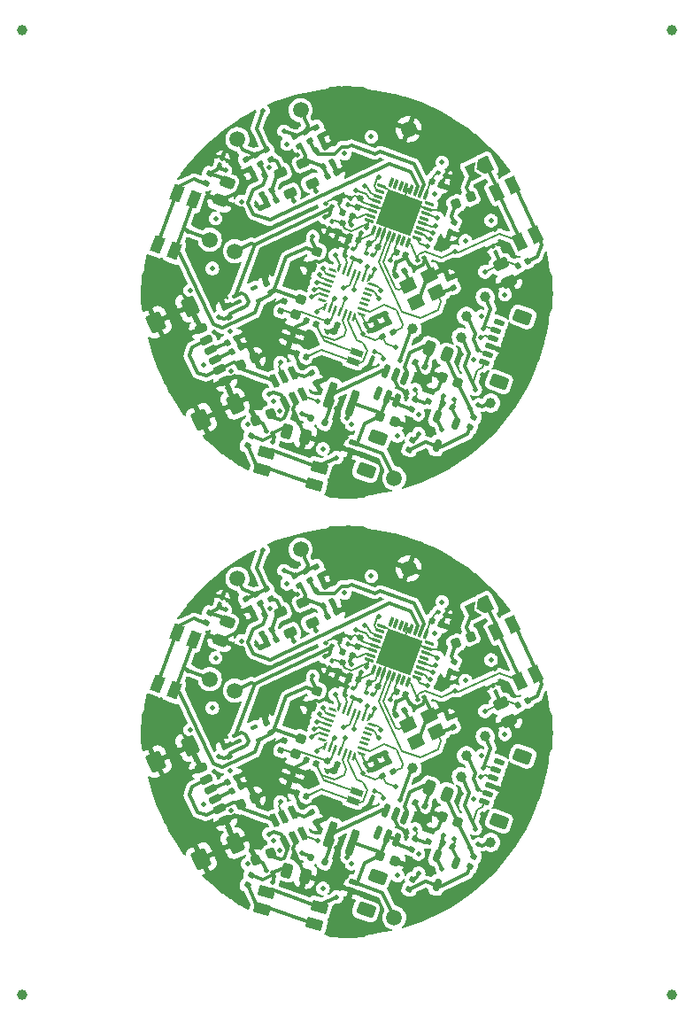
<source format=gbl>
%TF.GenerationSoftware,KiCad,Pcbnew,7.0.10-7.0.10~ubuntu22.04.1*%
%TF.CreationDate,2024-04-13T21:42:07+02:00*%
%TF.ProjectId,STM32_watch_NFC,53544d33-325f-4776-9174-63685f4e4643,rev?*%
%TF.SameCoordinates,PX6c3df60PY1312d00*%
%TF.FileFunction,Copper,L4,Bot*%
%TF.FilePolarity,Positive*%
%FSLAX46Y46*%
G04 Gerber Fmt 4.6, Leading zero omitted, Abs format (unit mm)*
G04 Created by KiCad (PCBNEW 7.0.10-7.0.10~ubuntu22.04.1) date 2024-04-13 21:42:07*
%MOMM*%
%LPD*%
G01*
G04 APERTURE LIST*
G04 Aperture macros list*
%AMRoundRect*
0 Rectangle with rounded corners*
0 $1 Rounding radius*
0 $2 $3 $4 $5 $6 $7 $8 $9 X,Y pos of 4 corners*
0 Add a 4 corners polygon primitive as box body*
4,1,4,$2,$3,$4,$5,$6,$7,$8,$9,$2,$3,0*
0 Add four circle primitives for the rounded corners*
1,1,$1+$1,$2,$3*
1,1,$1+$1,$4,$5*
1,1,$1+$1,$6,$7*
1,1,$1+$1,$8,$9*
0 Add four rect primitives between the rounded corners*
20,1,$1+$1,$2,$3,$4,$5,0*
20,1,$1+$1,$4,$5,$6,$7,0*
20,1,$1+$1,$6,$7,$8,$9,0*
20,1,$1+$1,$8,$9,$2,$3,0*%
%AMRotRect*
0 Rectangle, with rotation*
0 The origin of the aperture is its center*
0 $1 length*
0 $2 width*
0 $3 Rotation angle, in degrees counterclockwise*
0 Add horizontal line*
21,1,$1,$2,0,0,$3*%
%AMFreePoly0*
4,1,6,1.000000,0.000000,0.500000,-0.750000,-0.500000,-0.750000,-0.500000,0.750000,0.500000,0.750000,1.000000,0.000000,1.000000,0.000000,$1*%
%AMFreePoly1*
4,1,6,0.500000,-0.750000,-0.650000,-0.750000,-0.150000,0.000000,-0.650000,0.750000,0.500000,0.750000,0.500000,-0.750000,0.500000,-0.750000,$1*%
%AMFreePoly2*
4,1,14,0.364320,0.111820,0.377500,0.080000,0.377501,0.053640,0.364318,0.021819,0.230680,-0.111820,0.198860,-0.125000,-0.332500,-0.125000,-0.364320,-0.111820,-0.377500,-0.080000,-0.377500,0.080000,-0.364320,0.111820,-0.332500,0.125000,0.332500,0.125000,0.364320,0.111820,0.364320,0.111820,$1*%
%AMFreePoly3*
4,1,14,0.230680,0.111820,0.364320,-0.021821,0.377500,-0.053642,0.377500,-0.080000,0.364320,-0.111820,0.332500,-0.125000,-0.332500,-0.125000,-0.364320,-0.111820,-0.377500,-0.080000,-0.377500,0.080000,-0.364320,0.111820,-0.332500,0.125000,0.198860,0.125000,0.230680,0.111820,0.230680,0.111820,$1*%
%AMFreePoly4*
4,1,14,0.111820,0.364320,0.125000,0.332500,0.125000,-0.332500,0.111820,-0.364320,0.080000,-0.377500,0.053640,-0.377501,0.021819,-0.364318,-0.111820,-0.230680,-0.125000,-0.198860,-0.125000,0.332500,-0.111820,0.364320,-0.080000,0.377500,0.080000,0.377500,0.111820,0.364320,0.111820,0.364320,$1*%
%AMFreePoly5*
4,1,14,0.111820,0.364320,0.125000,0.332500,0.125001,-0.198860,0.111818,-0.230680,-0.021820,-0.364320,-0.053640,-0.377500,-0.080000,-0.377500,-0.111820,-0.364320,-0.125000,-0.332500,-0.125000,0.332500,-0.111820,0.364320,-0.080000,0.377500,0.080000,0.377500,0.111820,0.364320,0.111820,0.364320,$1*%
%AMFreePoly6*
4,1,15,-0.198858,0.125000,0.332500,0.125000,0.364320,0.111820,0.377500,0.080000,0.377500,-0.080000,0.364320,-0.111820,0.332500,-0.125000,-0.332500,-0.125000,-0.364320,-0.111820,-0.377500,-0.080000,-0.377500,-0.053640,-0.364320,-0.021820,-0.230680,0.111820,-0.198860,0.125001,-0.198858,0.125000,-0.198858,0.125000,$1*%
%AMFreePoly7*
4,1,14,0.364320,0.111820,0.377500,0.080000,0.377500,-0.080000,0.364320,-0.111820,0.332500,-0.125000,-0.198860,-0.125001,-0.230680,-0.111818,-0.364320,0.021820,-0.377500,0.053640,-0.377500,0.080000,-0.364320,0.111820,-0.332500,0.125000,0.332500,0.125000,0.364320,0.111820,0.364320,0.111820,$1*%
%AMFreePoly8*
4,1,14,-0.021820,0.364320,0.111820,0.230679,0.125001,0.198860,0.125000,-0.332500,0.111820,-0.364320,0.080000,-0.377500,-0.080000,-0.377500,-0.111820,-0.364320,-0.125000,-0.332500,-0.125000,0.332500,-0.111820,0.364320,-0.080000,0.377500,-0.053640,0.377500,-0.021820,0.364320,-0.021820,0.364320,$1*%
%AMFreePoly9*
4,1,15,0.053642,0.377500,0.080000,0.377500,0.111820,0.364320,0.125000,0.332500,0.125000,-0.332500,0.111820,-0.364320,0.080000,-0.377500,-0.080000,-0.377500,-0.111820,-0.364320,-0.125000,-0.332500,-0.125000,0.198860,-0.111820,0.230680,0.021820,0.364320,0.053640,0.377501,0.053642,0.377500,0.053642,0.377500,$1*%
G04 Aperture macros list end*
%TA.AperFunction,SMDPad,CuDef*%
%ADD10RoundRect,0.218750X-0.437978X0.037132X-0.253082X-0.359378X0.437978X-0.037132X0.253082X0.359378X0*%
%TD*%
%TA.AperFunction,SMDPad,CuDef*%
%ADD11RoundRect,0.225000X0.296936X0.157969X-0.125926X0.311878X-0.296936X-0.157969X0.125926X-0.311878X0*%
%TD*%
%TA.AperFunction,SMDPad,CuDef*%
%ADD12RoundRect,0.140000X0.111865X-0.189700X0.207631X0.073414X-0.111865X0.189700X-0.207631X-0.073414X0*%
%TD*%
%TA.AperFunction,SMDPad,CuDef*%
%ADD13C,1.500000*%
%TD*%
%TA.AperFunction,SMDPad,CuDef*%
%ADD14RoundRect,0.007800X-0.026150X-0.429136X0.255811X0.345546X0.026150X0.429136X-0.255811X-0.345546X0*%
%TD*%
%TA.AperFunction,SMDPad,CuDef*%
%ADD15RoundRect,0.026000X0.334669X-0.232484X0.405809X-0.037028X-0.334669X0.232484X-0.405809X0.037028X0*%
%TD*%
%TA.AperFunction,SMDPad,CuDef*%
%ADD16RotRect,3.500000X3.500000X70.000000*%
%TD*%
%TA.AperFunction,SMDPad,CuDef*%
%ADD17RoundRect,0.135000X0.127670X-0.190132X0.220016X0.063585X-0.127670X0.190132X-0.220016X-0.063585X0*%
%TD*%
%TA.AperFunction,SMDPad,CuDef*%
%ADD18RoundRect,0.140000X0.189700X0.111865X-0.073414X0.207631X-0.189700X-0.111865X0.073414X-0.207631X0*%
%TD*%
%TA.AperFunction,SMDPad,CuDef*%
%ADD19RoundRect,0.100000X0.049507X-0.156362X0.138432X0.087958X-0.049507X0.156362X-0.138432X-0.087958X0*%
%TD*%
%TA.AperFunction,SMDPad,CuDef*%
%ADD20RoundRect,0.140000X0.213239X-0.055038X0.094906X0.198728X-0.213239X0.055038X-0.094906X-0.198728X0*%
%TD*%
%TA.AperFunction,SMDPad,CuDef*%
%ADD21RoundRect,0.125000X-0.309632X0.245719X-0.395137X0.010796X0.309632X-0.245719X0.395137X-0.010796X0*%
%TD*%
%TA.AperFunction,SMDPad,CuDef*%
%ADD22RoundRect,0.250000X-0.444109X0.534105X-0.683523X-0.123680X0.444109X-0.534105X0.683523X0.123680X0*%
%TD*%
%TA.AperFunction,SMDPad,CuDef*%
%ADD23RoundRect,0.162500X0.000354X0.476091X-0.305754X-0.364934X-0.000354X-0.476091X0.305754X0.364934X0*%
%TD*%
%TA.AperFunction,SMDPad,CuDef*%
%ADD24RoundRect,0.250000X-0.518776X0.047728X-0.296901X-0.428084X0.518776X-0.047728X0.296901X0.428084X0*%
%TD*%
%TA.AperFunction,SMDPad,CuDef*%
%ADD25RoundRect,0.225000X-0.157969X0.296936X-0.311878X-0.125926X0.157969X-0.296936X0.311878X0.125926X0*%
%TD*%
%TA.AperFunction,SMDPad,CuDef*%
%ADD26RoundRect,0.100000X-0.075558X-0.145571X0.160082X-0.035690X0.075558X0.145571X-0.160082X0.035690X0*%
%TD*%
%TA.AperFunction,SMDPad,CuDef*%
%ADD27RoundRect,0.100000X-0.049507X0.156362X-0.138432X-0.087958X0.049507X-0.156362X0.138432X0.087958X0*%
%TD*%
%TA.AperFunction,SMDPad,CuDef*%
%ADD28RoundRect,0.140000X0.055038X0.213239X-0.198728X0.094906X-0.055038X-0.213239X0.198728X-0.094906X0*%
%TD*%
%TA.AperFunction,SMDPad,CuDef*%
%ADD29FreePoly0,205.000000*%
%TD*%
%TA.AperFunction,SMDPad,CuDef*%
%ADD30FreePoly1,205.000000*%
%TD*%
%TA.AperFunction,SMDPad,CuDef*%
%ADD31RoundRect,0.140000X-0.055038X-0.213239X0.198728X-0.094906X0.055038X0.213239X-0.198728X0.094906X0*%
%TD*%
%TA.AperFunction,SMDPad,CuDef*%
%ADD32C,1.000000*%
%TD*%
%TA.AperFunction,SMDPad,CuDef*%
%ADD33RoundRect,0.135000X0.190132X0.127670X-0.063585X0.220016X-0.190132X-0.127670X0.063585X-0.220016X0*%
%TD*%
%TA.AperFunction,SMDPad,CuDef*%
%ADD34RoundRect,0.175000X0.459139X0.021009X0.311223X0.338217X-0.459139X-0.021009X-0.311223X-0.338217X0*%
%TD*%
%TA.AperFunction,SMDPad,CuDef*%
%ADD35RoundRect,0.190000X-0.451884X-0.001075X-0.291289X-0.345472X0.451884X0.001075X0.291289X0.345472X0*%
%TD*%
%TA.AperFunction,SMDPad,CuDef*%
%ADD36RoundRect,0.200000X-0.447047X0.012214X-0.277999X-0.350309X0.447047X-0.012214X0.277999X0.350309X0*%
%TD*%
%TA.AperFunction,SMDPad,CuDef*%
%ADD37RoundRect,0.175000X-0.459139X-0.021009X-0.311223X-0.338217X0.459139X0.021009X0.311223X0.338217X0*%
%TD*%
%TA.AperFunction,SMDPad,CuDef*%
%ADD38RoundRect,0.190000X0.451884X0.001075X0.291289X0.345472X-0.451884X-0.001075X-0.291289X-0.345472X0*%
%TD*%
%TA.AperFunction,SMDPad,CuDef*%
%ADD39RoundRect,0.200000X0.447047X-0.012214X0.277999X0.350309X-0.447047X0.012214X-0.277999X-0.350309X0*%
%TD*%
%TA.AperFunction,SMDPad,CuDef*%
%ADD40RoundRect,0.250000X0.727856X-0.377791X0.178452X0.800409X-0.727856X0.377791X-0.178452X-0.800409X0*%
%TD*%
%TA.AperFunction,SMDPad,CuDef*%
%ADD41RoundRect,0.250000X0.659883X-0.409487X0.110479X0.768713X-0.659883X0.409487X-0.110479X-0.768713X0*%
%TD*%
%TA.AperFunction,SMDPad,CuDef*%
%ADD42RoundRect,0.218750X-0.089959X-0.324689X0.306551X-0.139794X0.089959X0.324689X-0.306551X0.139794X0*%
%TD*%
%TA.AperFunction,SMDPad,CuDef*%
%ADD43RoundRect,0.135000X-0.127670X0.190132X-0.220016X-0.063585X0.127670X-0.190132X0.220016X0.063585X0*%
%TD*%
%TA.AperFunction,SMDPad,CuDef*%
%ADD44RoundRect,0.187500X0.187204X1.062552X-0.539589X-0.934295X-0.187204X-1.062552X0.539589X0.934295X0*%
%TD*%
%TA.AperFunction,SMDPad,CuDef*%
%ADD45RoundRect,0.150000X0.352538X-0.401090X-0.080646X0.527875X-0.352538X0.401090X0.080646X-0.527875X0*%
%TD*%
%TA.AperFunction,SMDPad,CuDef*%
%ADD46RoundRect,0.100000X0.156362X0.049507X-0.087958X0.138432X-0.156362X-0.049507X0.087958X-0.138432X0*%
%TD*%
%TA.AperFunction,SMDPad,CuDef*%
%ADD47RoundRect,0.135000X-0.224720X0.044167X-0.110613X-0.200536X0.224720X-0.044167X0.110613X0.200536X0*%
%TD*%
%TA.AperFunction,SMDPad,CuDef*%
%ADD48RoundRect,0.250000X0.400578X0.333081X-0.092760X0.512642X-0.400578X-0.333081X0.092760X-0.512642X0*%
%TD*%
%TA.AperFunction,SMDPad,CuDef*%
%ADD49RoundRect,0.135000X0.044167X0.224720X-0.200536X0.110613X-0.044167X-0.224720X0.200536X-0.110613X0*%
%TD*%
%TA.AperFunction,SMDPad,CuDef*%
%ADD50RotRect,1.550000X1.000000X295.000000*%
%TD*%
%TA.AperFunction,SMDPad,CuDef*%
%ADD51RoundRect,0.150000X0.209358X0.136636X-0.072550X0.239242X-0.209358X-0.136636X0.072550X-0.239242X0*%
%TD*%
%TA.AperFunction,SMDPad,CuDef*%
%ADD52RoundRect,0.100000X-0.145571X0.075558X-0.035690X-0.160082X0.145571X-0.075558X0.035690X0.160082X0*%
%TD*%
%TA.AperFunction,SMDPad,CuDef*%
%ADD53RoundRect,0.140000X-0.189700X-0.111865X0.073414X-0.207631X0.189700X0.111865X-0.073414X0.207631X0*%
%TD*%
%TA.AperFunction,SMDPad,CuDef*%
%ADD54RoundRect,0.225000X-0.098265X-0.321666X0.309574X-0.131488X0.098265X0.321666X-0.309574X0.131488X0*%
%TD*%
%TA.AperFunction,SMDPad,CuDef*%
%ADD55RoundRect,0.140000X-0.213239X0.055038X-0.094906X-0.198728X0.213239X-0.055038X0.094906X0.198728X0*%
%TD*%
%TA.AperFunction,SMDPad,CuDef*%
%ADD56RoundRect,0.250000X-0.333081X0.400578X-0.512642X-0.092760X0.333081X-0.400578X0.512642X0.092760X0*%
%TD*%
%TA.AperFunction,SMDPad,CuDef*%
%ADD57RoundRect,0.140000X-0.111865X0.189700X-0.207631X-0.073414X0.111865X-0.189700X0.207631X0.073414X0*%
%TD*%
%TA.AperFunction,SMDPad,CuDef*%
%ADD58FreePoly2,70.000000*%
%TD*%
%TA.AperFunction,SMDPad,CuDef*%
%ADD59RoundRect,0.062500X-0.069527X-0.373761X0.186988X0.331008X0.069527X0.373761X-0.186988X-0.331008X0*%
%TD*%
%TA.AperFunction,SMDPad,CuDef*%
%ADD60FreePoly3,70.000000*%
%TD*%
%TA.AperFunction,SMDPad,CuDef*%
%ADD61FreePoly4,70.000000*%
%TD*%
%TA.AperFunction,SMDPad,CuDef*%
%ADD62RoundRect,0.062500X0.331008X-0.186988X0.373761X-0.069527X-0.331008X0.186988X-0.373761X0.069527X0*%
%TD*%
%TA.AperFunction,SMDPad,CuDef*%
%ADD63FreePoly5,70.000000*%
%TD*%
%TA.AperFunction,SMDPad,CuDef*%
%ADD64FreePoly6,70.000000*%
%TD*%
%TA.AperFunction,SMDPad,CuDef*%
%ADD65FreePoly7,70.000000*%
%TD*%
%TA.AperFunction,SMDPad,CuDef*%
%ADD66FreePoly8,70.000000*%
%TD*%
%TA.AperFunction,SMDPad,CuDef*%
%ADD67FreePoly9,70.000000*%
%TD*%
%TA.AperFunction,SMDPad,CuDef*%
%ADD68RoundRect,0.225000X0.098265X0.321666X-0.309574X0.131488X-0.098265X-0.321666X0.309574X-0.131488X0*%
%TD*%
%TA.AperFunction,SMDPad,CuDef*%
%ADD69RotRect,1.550000X1.000000X164.000000*%
%TD*%
%TA.AperFunction,SMDPad,CuDef*%
%ADD70RoundRect,0.150000X0.034331X0.532895X-0.316239X-0.430289X-0.034331X-0.532895X0.316239X0.430289X0*%
%TD*%
%TA.AperFunction,SMDPad,CuDef*%
%ADD71RoundRect,0.225000X-0.296936X-0.157969X0.125926X-0.311878X0.296936X0.157969X-0.125926X0.311878X0*%
%TD*%
%TA.AperFunction,SMDPad,CuDef*%
%ADD72RoundRect,0.135000X-0.044167X-0.224720X0.200536X-0.110613X0.044167X0.224720X-0.200536X0.110613X0*%
%TD*%
%TA.AperFunction,SMDPad,CuDef*%
%ADD73RotRect,1.400000X1.200000X205.000000*%
%TD*%
%TA.AperFunction,SMDPad,CuDef*%
%ADD74RoundRect,0.100000X-0.152528X-0.060293X0.097400X-0.131959X0.152528X0.060293X-0.097400X0.131959X0*%
%TD*%
%TA.AperFunction,SMDPad,CuDef*%
%ADD75RoundRect,0.250000X-0.376368X-0.360213X0.128294X-0.504923X0.376368X0.360213X-0.128294X0.504923X0*%
%TD*%
%TA.AperFunction,SMDPad,CuDef*%
%ADD76RoundRect,0.218750X0.437978X-0.037132X0.253082X0.359378X-0.437978X0.037132X-0.253082X-0.359378X0*%
%TD*%
%TA.AperFunction,SMDPad,CuDef*%
%ADD77RoundRect,0.100000X-0.156362X-0.049507X0.087958X-0.138432X0.156362X0.049507X-0.087958X0.138432X0*%
%TD*%
%TA.AperFunction,SMDPad,CuDef*%
%ADD78RotRect,1.550000X1.000000X69.000000*%
%TD*%
%TA.AperFunction,SMDPad,CuDef*%
%ADD79RotRect,1.200000X0.600000X160.000000*%
%TD*%
%TA.AperFunction,SMDPad,CuDef*%
%ADD80RoundRect,0.218750X0.165979X-0.293200X0.315613X0.117915X-0.165979X0.293200X-0.315613X-0.117915X0*%
%TD*%
%TA.AperFunction,SMDPad,CuDef*%
%ADD81RoundRect,0.100000X-0.161657X-0.185720X0.246181X0.004458X0.161657X0.185720X-0.246181X-0.004458X0*%
%TD*%
%TA.AperFunction,ViaPad*%
%ADD82C,0.500000*%
%TD*%
%TA.AperFunction,Conductor*%
%ADD83C,0.300000*%
%TD*%
%TA.AperFunction,Conductor*%
%ADD84C,0.150000*%
%TD*%
%TA.AperFunction,Conductor*%
%ADD85C,0.200000*%
%TD*%
G04 APERTURE END LIST*
D10*
%TO.P,L3,1,1*%
%TO.N,Board_1-Net-(C51-Pad1)*%
X28676660Y-59575698D03*
%TO.P,L3,2,2*%
%TO.N,Board_1-Net-(U3-RFO2)*%
X29574724Y-61501602D03*
%TD*%
D11*
%TO.P,TC27,1*%
%TO.N,Board_0-+5V*%
X45585029Y-37632044D03*
%TO.P,TC27,2*%
%TO.N,Board_0-GND*%
X44128505Y-37101912D03*
%TD*%
D12*
%TO.P,C41,1*%
%TO.N,Board_1-GND*%
X34223506Y-65268712D03*
%TO.P,C41,2*%
%TO.N,Board_1-Net-(U3-VDD_DR)*%
X34551846Y-64366608D03*
%TD*%
D13*
%TO.P,3V3,1,1*%
%TO.N,Board_0-+3.3V*%
X21891995Y-23966819D03*
%TD*%
%TO.P,5V,1,1*%
%TO.N,Board_1-+5V*%
X24277954Y-67060984D03*
%TD*%
D14*
%TO.P,U3,1,VDD_IO*%
%TO.N,Board_1-+3.3V*%
X40849216Y-66239987D03*
%TO.P,U3,2,CSO*%
%TO.N,Board_1-unconnected-(U3-CSO-Pad2)*%
X40379370Y-66068977D03*
%TO.P,U3,3,VDD_D*%
%TO.N,Board_1-Net-(U3-VDD_D)*%
X39909523Y-65897967D03*
%TO.P,U3,4,XTO*%
%TO.N,Board_1-Net-(U3-XTO)*%
X39439677Y-65726957D03*
%TO.P,U3,5,XTI*%
%TO.N,Board_1-Net-(U3-XTI)*%
X38969831Y-65555946D03*
%TO.P,U3,6,GND_D*%
%TO.N,Board_1-GND*%
X38499984Y-65384936D03*
%TO.P,U3,7,VDD_A*%
%TO.N,Board_1-Net-(U3-VDD_A)*%
X38030138Y-65213926D03*
%TO.P,U3,8,VDD*%
%TO.N,Board_1-+5V*%
X37560292Y-65042916D03*
D15*
%TO.P,U3,9,VDD_RF*%
%TO.N,Board_1-Net-(U3-VDD_DR)*%
X37150886Y-64164943D03*
%TO.P,U3,10,VDD_TX*%
%TO.N,Board_1-+5V*%
X37321896Y-63695097D03*
%TO.P,U3,11,VDD_AM*%
%TO.N,Board_1-Net-(U3-VDD_AM)*%
X37492906Y-63225250D03*
%TO.P,U3,12,GND_DR*%
%TO.N,Board_1-GND*%
X37663916Y-62755404D03*
%TO.P,U3,13,RFO1*%
%TO.N,Board_1-Net-(U3-RFO1)*%
X37834927Y-62285558D03*
%TO.P,U3,14,VDD_DR*%
%TO.N,Board_1-Net-(U3-VDD_DR)*%
X38005937Y-61815711D03*
%TO.P,U3,15,RFO2*%
%TO.N,Board_1-Net-(U3-RFO2)*%
X38176947Y-61345865D03*
%TO.P,U3,16,GND_DR*%
%TO.N,Board_1-GND*%
X38347957Y-60876019D03*
D14*
%TO.P,U3,17,EXT_LM*%
%TO.N,Board_1-unconnected-(U3-EXT_LM-Pad17)*%
X39225930Y-60466613D03*
%TO.P,U3,18,AAT_A*%
%TO.N,Board_1-unconnected-(U3-AAT_A-Pad18)*%
X39695776Y-60637623D03*
%TO.P,U3,19,AAT_B*%
%TO.N,Board_1-unconnected-(U3-AAT_B-Pad19)*%
X40165623Y-60808633D03*
%TO.P,U3,20,I2C_EN*%
%TO.N,Board_1-GND*%
X40635469Y-60979643D03*
%TO.P,U3,21,VSS*%
X41105315Y-61150654D03*
%TO.P,U3,22,RFI1*%
%TO.N,Board_1-Net-(U3-RFI1)*%
X41575162Y-61321664D03*
%TO.P,U3,23,RFI2*%
%TO.N,Board_1-Net-(U3-RFI2)*%
X42045008Y-61492674D03*
%TO.P,U3,24,AGDC*%
%TO.N,Board_1-Net-(U3-AGDC)*%
X42514854Y-61663684D03*
D15*
%TO.P,U3,25,CSI*%
%TO.N,Board_1-unconnected-(U3-CSI-Pad25)*%
X42924260Y-62541657D03*
%TO.P,U3,26,GND_A*%
%TO.N,Board_1-GND*%
X42753250Y-63011503D03*
%TO.P,U3,27,IRQ*%
%TO.N,Board_1-SPI_IRQ_STM*%
X42582240Y-63481350D03*
%TO.P,U3,28,MCU_CLK*%
%TO.N,Board_1-unconnected-(U3-MCU_CLK-Pad28)*%
X42411230Y-63951196D03*
%TO.P,U3,29,~{BSS}*%
%TO.N,Board_1-SPI_CS_STM*%
X42240219Y-64421042D03*
%TO.P,U3,30,SCLK/SCL*%
%TO.N,Board_1-SPI_SCL_STM*%
X42069209Y-64890889D03*
%TO.P,U3,31,MOSI*%
%TO.N,Board_1-SPI_MOSI_STM*%
X41898199Y-65360735D03*
%TO.P,U3,32,MISO/SDA*%
%TO.N,Board_1-SPI_MISO_STM*%
X41727189Y-65830581D03*
D16*
%TO.P,U3,33,EXP*%
%TO.N,Board_1-GND*%
X40037573Y-63353300D03*
%TD*%
D17*
%TO.P,TR17,1*%
%TO.N,Board_0-BATT_STM*%
X42781900Y-39449605D03*
%TO.P,TR17,2*%
%TO.N,Board_0-GND*%
X43130760Y-38491119D03*
%TD*%
D18*
%TO.P,TC8,1*%
%TO.N,Board_0-/LSE_IN*%
X31078417Y-35173897D03*
%TO.P,TC8,2*%
%TO.N,Board_0-GND*%
X30176313Y-34845557D03*
%TD*%
D19*
%TO.P,TC38,1*%
%TO.N,Board_0-Net-(U3-VDD_AM)*%
X35125672Y-20583290D03*
%TO.P,TC38,2*%
%TO.N,Board_0-GND*%
X35344564Y-19981886D03*
%TD*%
D20*
%TO.P,TC51,1*%
%TO.N,Board_0-Net-(C51-Pad1)*%
X27730692Y-16256922D03*
%TO.P,TC51,2*%
%TO.N,Board_0-/NFC_RFID/A1*%
X27324978Y-15386866D03*
%TD*%
D21*
%TO.P,TLi-po1,1,Pin_1*%
%TO.N,Board_0-+BATT*%
X35719028Y-43397777D03*
%TO.P,TLi-po1,2,Pin_2*%
%TO.N,Board_0-GND*%
X35445411Y-44149531D03*
D22*
%TO.P,TLi-po1,MP*%
%TO.N,N/C*%
X37996054Y-42843116D03*
X36833186Y-46038071D03*
%TD*%
D23*
%TO.P,Q1,1,S*%
%TO.N,Board_1-DIN_STM*%
X43625255Y-82867332D03*
%TO.P,Q1,2,G*%
%TO.N,Board_1-+3.3V*%
X45410671Y-83517170D03*
%TO.P,Q1,3,D*%
%TO.N,Board_1-DIN_LED*%
X43621871Y-85654245D03*
%TD*%
D18*
%TO.P,TC9,1*%
%TO.N,Board_0-/LSE_OUT*%
X32058010Y-32068998D03*
%TO.P,TC9,2*%
%TO.N,Board_0-GND*%
X31155906Y-31740658D03*
%TD*%
D24*
%TO.P,TR14,1*%
%TO.N,Board_0-Button_R*%
X49739070Y-26304676D03*
%TO.P,TR14,2*%
%TO.N,Board_0-GND*%
X50510348Y-27958688D03*
%TD*%
D20*
%TO.P,C50,1*%
%TO.N,Board_1-Net-(C50-Pad1)*%
X30449615Y-56989068D03*
%TO.P,C50,2*%
%TO.N,Board_1-/NFC_RFID/A2*%
X30043901Y-56119012D03*
%TD*%
D10*
%TO.P,TL3,1,1*%
%TO.N,Board_0-Net-(C51-Pad1)*%
X28676660Y-17575698D03*
%TO.P,TL3,2,2*%
%TO.N,Board_0-Net-(U3-RFO2)*%
X29574724Y-19501602D03*
%TD*%
D25*
%TO.P,C4,1*%
%TO.N,Board_1-+3.3V*%
X32127548Y-67099173D03*
%TO.P,C4,2*%
%TO.N,Board_1-GND*%
X31597416Y-68555697D03*
%TD*%
D26*
%TO.P,C31,1*%
%TO.N,Board_1-+3.3V*%
X41818385Y-67929446D03*
%TO.P,C31,2*%
%TO.N,Board_1-GND*%
X42398421Y-67658970D03*
%TD*%
D27*
%TO.P,C28,1*%
%TO.N,Board_1-GND*%
X23054808Y-58223643D03*
%TO.P,C28,2*%
%TO.N,Board_1-Button_LT*%
X22835916Y-58825047D03*
%TD*%
D28*
%TO.P,TC55,1*%
%TO.N,Board_0-Net-(C51-Pad1)*%
X28257524Y-20226159D03*
%TO.P,TC55,2*%
%TO.N,Board_0-GND*%
X27387468Y-20631873D03*
%TD*%
D29*
%TO.P,JP1,1,A*%
%TO.N,Board_0-+3.3V*%
X48325953Y-16826339D03*
D30*
%TO.P,JP1,2,B*%
%TO.N,Board_0-Net-(D14-A)*%
X47011807Y-17439135D03*
%TD*%
D31*
%TO.P,C53,1*%
%TO.N,Board_1-GND*%
X26904462Y-61643387D03*
%TO.P,C53,2*%
%TO.N,Board_1-Net-(C51-Pad1)*%
X27774518Y-61237673D03*
%TD*%
D18*
%TO.P,C46,1*%
%TO.N,Board_1-GND*%
X44001387Y-60732579D03*
%TO.P,C46,2*%
%TO.N,Board_1-Net-(U3-AGDC)*%
X43099283Y-60404239D03*
%TD*%
D32*
%TO.P,KiKit_FID_B_3,*%
%TO.N,*%
X3900000Y-96100000D03*
%TD*%
D13*
%TO.P,GND,1,1*%
%TO.N,Board_0-GND*%
X40903815Y-13391226D03*
%TD*%
D33*
%TO.P,R9,1*%
%TO.N,Board_1-Net-(U4-FB)*%
X42445717Y-78075560D03*
%TO.P,R9,2*%
%TO.N,Board_1-GND*%
X41487231Y-77726700D03*
%TD*%
D20*
%TO.P,C60,1*%
%TO.N,Board_1-Net-(U3-RFI2)*%
X31446554Y-56524187D03*
%TO.P,C60,2*%
%TO.N,Board_1-/NFC_RFID/A2*%
X31040840Y-55654131D03*
%TD*%
D34*
%TO.P,J2,A5,CC1*%
%TO.N,Board_1-Net-(J2-CC1)*%
X22415714Y-77418411D03*
D35*
%TO.P,J2,A9,VBUS*%
%TO.N,Board_1-VBUS*%
X21562026Y-75587669D03*
D36*
%TO.P,J2,A12,GND*%
%TO.N,Board_1-GND*%
X21042205Y-74472911D03*
D37*
%TO.P,J2,B5,CC2*%
%TO.N,Board_1-Net-(J2-CC2)*%
X21993096Y-76512103D03*
D38*
%TO.P,J2,B9,VBUS*%
%TO.N,Board_1-VBUS*%
X22846785Y-78342845D03*
D39*
%TO.P,J2,B12,GND*%
%TO.N,Board_1-GND*%
X23366606Y-79457604D03*
D40*
%TO.P,J2,S1,SHIELD*%
X21075895Y-83146302D03*
D41*
X24320477Y-81633329D03*
D40*
X16744058Y-73856647D03*
D41*
X19988640Y-72343674D03*
%TD*%
D42*
%TO.P,TD14,1,K*%
%TO.N,Board_0-Net-(D14-K)*%
X45416761Y-20555180D03*
%TO.P,TD14,2,A*%
%TO.N,Board_0-Net-(D14-A)*%
X46844195Y-19889556D03*
%TD*%
D43*
%TO.P,R18,1*%
%TO.N,Board_1-Net-(D14-K)*%
X45228821Y-64286162D03*
%TO.P,R18,2*%
%TO.N,Board_1-GND*%
X44879961Y-65244648D03*
%TD*%
D11*
%TO.P,C27,1*%
%TO.N,Board_1-+5V*%
X45585029Y-79632044D03*
%TO.P,C27,2*%
%TO.N,Board_1-GND*%
X44128505Y-79101912D03*
%TD*%
D44*
%TO.P,TL1,1,1*%
%TO.N,Board_0-+BATT*%
X35530039Y-39559545D03*
%TO.P,TL1,2,2*%
%TO.N,Board_0-Net-(D13-A)*%
X33415731Y-38789999D03*
%TD*%
D45*
%TO.P,TME4055A1,1,CHRG*%
%TO.N,Board_0-CHRG_STM*%
X30765969Y-38737956D03*
%TO.P,TME4055A1,2,GND*%
%TO.N,Board_0-GND*%
X29904976Y-39139443D03*
%TO.P,TME4055A1,3,BAT*%
%TO.N,Board_0-+BATT*%
X29043984Y-39540930D03*
%TO.P,TME4055A1,4,VCC*%
%TO.N,Board_0-VBUS*%
X28082527Y-37479080D03*
%TO.P,TME4055A1,5,STDBY*%
%TO.N,Board_0-DONE_STM*%
X28943520Y-37077593D03*
%TO.P,TME4055A1,6,PROG*%
%TO.N,Board_0-Net-(ME4055A1-PROG)*%
X29804512Y-36676106D03*
%TD*%
D13*
%TO.P,A2,1,1*%
%TO.N,Board_0-/NFC_RFID/A2*%
X30573859Y-11587896D03*
%TD*%
D20*
%TO.P,TC50,1*%
%TO.N,Board_0-Net-(C50-Pad1)*%
X30449615Y-14989068D03*
%TO.P,TC50,2*%
%TO.N,Board_0-/NFC_RFID/A2*%
X30043901Y-14119012D03*
%TD*%
D46*
%TO.P,TC42,1*%
%TO.N,Board_0-+5V*%
X33602526Y-20741855D03*
%TO.P,TC42,2*%
%TO.N,Board_0-GND*%
X33001122Y-20522963D03*
%TD*%
D47*
%TO.P,TR3,1*%
%TO.N,Board_0-GND*%
X38985111Y-31873777D03*
%TO.P,TR3,2*%
%TO.N,Board_0-Net-(U1-BOOT0)*%
X39416181Y-32798211D03*
%TD*%
D17*
%TO.P,R6,1*%
%TO.N,Board_1-DIN_LED*%
X40956094Y-86052477D03*
%TO.P,R6,2*%
%TO.N,Board_1-Net-(D7-DIN)*%
X41304954Y-85093991D03*
%TD*%
D13*
%TO.P,3V3,1,1*%
%TO.N,Board_1-+3.3V*%
X21891995Y-65966819D03*
%TD*%
D32*
%TO.P,KiKit_FID_B_1,*%
%TO.N,*%
X3900000Y-3900000D03*
%TD*%
D48*
%TO.P,R8,1*%
%TO.N,Board_1-+5V*%
X44558144Y-76963201D03*
%TO.P,R8,2*%
%TO.N,Board_1-Net-(U4-FB)*%
X42843204Y-76339015D03*
%TD*%
D49*
%TO.P,R15,1*%
%TO.N,Board_1-Net-(SW2A-A)*%
X52266649Y-68022541D03*
%TO.P,R15,2*%
%TO.N,Board_1-Button_R*%
X51342215Y-68453611D03*
%TD*%
D27*
%TO.P,TC7,1*%
%TO.N,Board_0-/NRST*%
X37672143Y-34674822D03*
%TO.P,TC7,2*%
%TO.N,Board_0-GND*%
X37453251Y-35276226D03*
%TD*%
%TO.P,TC28,1*%
%TO.N,Board_0-GND*%
X23054808Y-16223643D03*
%TO.P,TC28,2*%
%TO.N,Board_0-Button_LT*%
X22835916Y-16825047D03*
%TD*%
D13*
%TO.P,+BAT,1,1*%
%TO.N,Board_1-+BATT*%
X39522622Y-88750442D03*
%TD*%
D49*
%TO.P,TR15,1*%
%TO.N,Board_0-Net-(SW2A-A)*%
X52266649Y-26022541D03*
%TO.P,TR15,2*%
%TO.N,Board_0-Button_R*%
X51342215Y-26453611D03*
%TD*%
D50*
%TO.P,TSW2,1,A*%
%TO.N,Board_0-Net-(SW2A-A)*%
X53079735Y-23469832D03*
X50860989Y-18711717D03*
%TO.P,TSW2,2,B*%
%TO.N,Board_0-+3.3V*%
X51539011Y-24188283D03*
X49320265Y-19430168D03*
%TD*%
D18*
%TO.P,TC46,1*%
%TO.N,Board_0-GND*%
X44001387Y-18732579D03*
%TO.P,TC46,2*%
%TO.N,Board_0-Net-(U3-AGDC)*%
X43099283Y-18404239D03*
%TD*%
D28*
%TO.P,C55,1*%
%TO.N,Board_1-Net-(C51-Pad1)*%
X28257524Y-62226159D03*
%TO.P,C55,2*%
%TO.N,Board_1-GND*%
X27387468Y-62631873D03*
%TD*%
D51*
%TO.P,TD13,1,K*%
%TO.N,Board_0-+5V*%
X31544506Y-40987194D03*
%TO.P,TD13,2,A*%
%TO.N,Board_0-Net-(D13-A)*%
X32860076Y-41466022D03*
%TD*%
D52*
%TO.P,TC30,1*%
%TO.N,Board_0-GND*%
X48951943Y-24616678D03*
%TO.P,TC30,2*%
%TO.N,Board_0-Button_R*%
X49222419Y-25196714D03*
%TD*%
D31*
%TO.P,C57,1*%
%TO.N,Board_1-GND*%
X26228273Y-60193295D03*
%TO.P,C57,2*%
%TO.N,Board_1-Net-(U3-RFI1)*%
X27098329Y-59787581D03*
%TD*%
D17*
%TO.P,R13,1*%
%TO.N,Board_1-Net-(SW1A-A)*%
X25487665Y-85652216D03*
%TO.P,R13,2*%
%TO.N,Board_1-Button_LB*%
X25836525Y-84693730D03*
%TD*%
D46*
%TO.P,C44,1*%
%TO.N,Board_1-+5V*%
X35637201Y-66868609D03*
%TO.P,C44,2*%
%TO.N,Board_1-GND*%
X35035797Y-66649717D03*
%TD*%
D53*
%TO.P,TC45,1*%
%TO.N,Board_0-GND*%
X35224029Y-23664745D03*
%TO.P,TC45,2*%
%TO.N,Board_0-+5V*%
X36126133Y-23993085D03*
%TD*%
D26*
%TO.P,TC31,1*%
%TO.N,Board_0-+3.3V*%
X41818385Y-25929446D03*
%TO.P,TC31,2*%
%TO.N,Board_0-GND*%
X42398421Y-25658970D03*
%TD*%
D54*
%TO.P,TC24,1*%
%TO.N,Board_0-VBUS*%
X24807879Y-35957993D03*
%TO.P,TC24,2*%
%TO.N,Board_0-GND*%
X26212657Y-35302935D03*
%TD*%
D55*
%TO.P,C11,1*%
%TO.N,Board_1-GND*%
X27324835Y-70164049D03*
%TO.P,C11,2*%
%TO.N,Board_1-+3.3V*%
X27730549Y-71034105D03*
%TD*%
D53*
%TO.P,C3,1*%
%TO.N,Board_1-+3.3VA*%
X33167617Y-73795622D03*
%TO.P,C3,2*%
%TO.N,Board_1-GND*%
X34069721Y-74123962D03*
%TD*%
D20*
%TO.P,TC60,1*%
%TO.N,Board_0-Net-(U3-RFI2)*%
X31446554Y-14524187D03*
%TO.P,TC60,2*%
%TO.N,Board_0-/NFC_RFID/A2*%
X31040840Y-13654131D03*
%TD*%
D31*
%TO.P,TC57,1*%
%TO.N,Board_0-GND*%
X26228273Y-18193295D03*
%TO.P,TC57,2*%
%TO.N,Board_0-Net-(U3-RFI1)*%
X27098329Y-17787581D03*
%TD*%
D17*
%TO.P,TR6,1*%
%TO.N,Board_0-DIN_LED*%
X40956094Y-44052477D03*
%TO.P,TR6,2*%
%TO.N,Board_0-Net-(D7-DIN)*%
X41304954Y-43093991D03*
%TD*%
D31*
%TO.P,TC53,1*%
%TO.N,Board_0-GND*%
X26904462Y-19643387D03*
%TO.P,TC53,2*%
%TO.N,Board_0-Net-(C51-Pad1)*%
X27774518Y-19237673D03*
%TD*%
D48*
%TO.P,TR8,1*%
%TO.N,Board_0-+5V*%
X44558144Y-34963201D03*
%TO.P,TR8,2*%
%TO.N,Board_0-Net-(U4-FB)*%
X42843204Y-34339015D03*
%TD*%
D56*
%TO.P,R10,1*%
%TO.N,Board_1-Button_LT*%
X23537531Y-60515394D03*
%TO.P,R10,2*%
%TO.N,Board_1-GND*%
X22913345Y-62230334D03*
%TD*%
D32*
%TO.P,D_BAT,1,1*%
%TO.N,Board_0-BATT_STM*%
X41254619Y-32481588D03*
%TD*%
D57*
%TO.P,TC5,1*%
%TO.N,Board_0-GND*%
X29022841Y-29866541D03*
%TO.P,TC5,2*%
%TO.N,Board_0-+3.3VA*%
X28694501Y-30768645D03*
%TD*%
D55*
%TO.P,C48,1*%
%TO.N,Board_1-GND*%
X44750278Y-69673807D03*
%TO.P,C48,2*%
%TO.N,Board_1-Net-(U3-XTI)*%
X45155992Y-70543863D03*
%TD*%
D45*
%TO.P,ME4055A1,1,CHRG*%
%TO.N,Board_1-CHRG_STM*%
X30765969Y-80737956D03*
%TO.P,ME4055A1,2,GND*%
%TO.N,Board_1-GND*%
X29904976Y-81139443D03*
%TO.P,ME4055A1,3,BAT*%
%TO.N,Board_1-+BATT*%
X29043984Y-81540930D03*
%TO.P,ME4055A1,4,VCC*%
%TO.N,Board_1-VBUS*%
X28082527Y-79479080D03*
%TO.P,ME4055A1,5,STDBY*%
%TO.N,Board_1-DONE_STM*%
X28943520Y-79077593D03*
%TO.P,ME4055A1,6,PROG*%
%TO.N,Board_1-Net-(ME4055A1-PROG)*%
X29804512Y-78676106D03*
%TD*%
D58*
%TO.P,TU1,1,VDD*%
%TO.N,Board_0-+3.3V*%
X35723294Y-31390066D03*
D59*
%TO.P,TU1,2,PC14*%
%TO.N,Board_0-/LSE_IN*%
X35273969Y-31162675D03*
%TO.P,TU1,3,PC15*%
%TO.N,Board_0-/LSE_OUT*%
X34804122Y-30991665D03*
%TO.P,TU1,4,NRST*%
%TO.N,Board_0-/NRST*%
X34334276Y-30820654D03*
%TO.P,TU1,5,VDDA*%
%TO.N,Board_0-+3.3VA*%
X33864430Y-30649644D03*
%TO.P,TU1,6,PA0*%
%TO.N,Board_0-Button_LT*%
X33394583Y-30478634D03*
D60*
%TO.P,TU1,7,PA1*%
%TO.N,Board_0-Button_LB*%
X32904216Y-30364006D03*
D61*
%TO.P,TU1,8,PA2*%
%TO.N,Board_0-unconnected-(U1-PA2-Pad8)*%
X32606874Y-29726354D03*
D62*
%TO.P,TU1,9,PA3*%
%TO.N,Board_0-SPI_IRQ_STM*%
X32834265Y-29277029D03*
%TO.P,TU1,10,PA4*%
%TO.N,Board_0-SPI_CS_STM*%
X33005275Y-28807182D03*
%TO.P,TU1,11,PA5*%
%TO.N,Board_0-SPI_SCL_STM*%
X33176286Y-28337336D03*
%TO.P,TU1,12,PA6*%
%TO.N,Board_0-SPI_MISO_STM*%
X33347296Y-27867490D03*
%TO.P,TU1,13,PA7*%
%TO.N,Board_0-SPI_MOSI_STM*%
X33518306Y-27397643D03*
D63*
%TO.P,TU1,14,PB0*%
%TO.N,Board_0-unconnected-(U1-PB0-Pad14)*%
X33632934Y-26907276D03*
D64*
%TO.P,TU1,15,PB1*%
%TO.N,Board_0-BATT_STM*%
X34270586Y-26609934D03*
D59*
%TO.P,TU1,16,VSS*%
%TO.N,Board_0-GND*%
X34719911Y-26837325D03*
%TO.P,TU1,17,VDD*%
%TO.N,Board_0-+3.3V*%
X35189758Y-27008335D03*
%TO.P,TU1,18,PA8*%
%TO.N,Board_0-CHRG_STM*%
X35659604Y-27179346D03*
%TO.P,TU1,19,PA9*%
%TO.N,Board_0-DONE_STM*%
X36129450Y-27350356D03*
%TO.P,TU1,20,PA10*%
%TO.N,Board_0-Button_R*%
X36599297Y-27521366D03*
D65*
%TO.P,TU1,21,PA13*%
%TO.N,Board_0-/SWDIO*%
X37089664Y-27635994D03*
D66*
%TO.P,TU1,22,PA14*%
%TO.N,Board_0-/SWCLK*%
X37387006Y-28273646D03*
D62*
%TO.P,TU1,23,PA15*%
%TO.N,Board_0-DIN_STM*%
X37159615Y-28722971D03*
%TO.P,TU1,24,PB3*%
%TO.N,Board_0-unconnected-(U1-PB3-Pad24)*%
X36988605Y-29192818D03*
%TO.P,TU1,25,PB6*%
%TO.N,Board_0-unconnected-(U1-PB6-Pad25)*%
X36817594Y-29662664D03*
%TO.P,TU1,26,PB7*%
%TO.N,Board_0-unconnected-(U1-PB7-Pad26)*%
X36646584Y-30132510D03*
%TO.P,TU1,27,BOOT0*%
%TO.N,Board_0-Net-(U1-BOOT0)*%
X36475574Y-30602357D03*
D67*
%TO.P,TU1,28,VSS*%
%TO.N,Board_0-GND*%
X36360946Y-31092724D03*
%TD*%
D32*
%TO.P,DINS,1,1*%
%TO.N,Board_0-DIN_STM*%
X48755724Y-39576194D03*
%TD*%
D68*
%TO.P,TC25,1*%
%TO.N,Board_0-+BATT*%
X27722907Y-40612103D03*
%TO.P,TC25,2*%
%TO.N,Board_0-GND*%
X26318129Y-41267161D03*
%TD*%
D32*
%TO.P,KiKit_FID_B_2,*%
%TO.N,*%
X66100000Y-3900000D03*
%TD*%
D55*
%TO.P,TC48,1*%
%TO.N,Board_0-GND*%
X44750278Y-27673807D03*
%TO.P,TC48,2*%
%TO.N,Board_0-Net-(U3-XTI)*%
X45155992Y-28543863D03*
%TD*%
D18*
%TO.P,TC37,1*%
%TO.N,Board_0-GND*%
X37986630Y-24670250D03*
%TO.P,TC37,2*%
%TO.N,Board_0-Net-(U3-VDD_A)*%
X37084526Y-24341910D03*
%TD*%
D12*
%TO.P,TC41,1*%
%TO.N,Board_0-GND*%
X34223506Y-23268712D03*
%TO.P,TC41,2*%
%TO.N,Board_0-Net-(U3-VDD_DR)*%
X34551846Y-22366608D03*
%TD*%
D31*
%TO.P,C52,1*%
%TO.N,Board_1-Net-(C50-Pad1)*%
X33151586Y-59944021D03*
%TO.P,C52,2*%
%TO.N,Board_1-GND*%
X34021642Y-59538307D03*
%TD*%
D28*
%TO.P,TC61,1*%
%TO.N,Board_0-GND*%
X32898699Y-15082824D03*
%TO.P,TC61,2*%
%TO.N,Board_0-Net-(U3-RFI2)*%
X32028643Y-15488538D03*
%TD*%
D55*
%TO.P,TC11,1*%
%TO.N,Board_0-GND*%
X27324835Y-28164049D03*
%TO.P,TC11,2*%
%TO.N,Board_0-+3.3V*%
X27730549Y-29034105D03*
%TD*%
D32*
%TO.P,NRST,1,1*%
%TO.N,Board_1-/NRST*%
X48227081Y-71450951D03*
%TD*%
D28*
%TO.P,TC54,1*%
%TO.N,Board_0-GND*%
X33556762Y-16541369D03*
%TO.P,TC54,2*%
%TO.N,Board_0-Net-(C50-Pad1)*%
X32686706Y-16947083D03*
%TD*%
D69*
%TO.P,TSW1,1,A*%
%TO.N,Board_0-Net-(SW1A-A)*%
X26857680Y-45946944D03*
X31904304Y-47394041D03*
%TO.P,TSW1,2,B*%
%TO.N,Board_0-+3.3V*%
X27326264Y-44312799D03*
X32372888Y-45759896D03*
%TD*%
D55*
%TO.P,TC6,1*%
%TO.N,Board_0-GND*%
X38000851Y-32365846D03*
%TO.P,TC6,2*%
%TO.N,Board_0-+3.3V*%
X38406565Y-33235902D03*
%TD*%
D70*
%TO.P,TU4,1,SW*%
%TO.N,Board_0-Net-(D13-A)*%
X38767832Y-36536366D03*
%TO.P,TU4,2,GND*%
%TO.N,Board_0-GND*%
X39660540Y-36861285D03*
%TO.P,TU4,3,FB*%
%TO.N,Board_0-Net-(U4-FB)*%
X40553248Y-37186204D03*
%TO.P,TU4,4,EN*%
%TO.N,Board_0-+BATT*%
X39775152Y-39324004D03*
%TO.P,TU4,5,IN*%
X38882444Y-38999085D03*
%TO.P,TU4,6,NC*%
%TO.N,Board_0-unconnected-(U4-NC-Pad6)*%
X37989736Y-38674166D03*
%TD*%
D13*
%TO.P,A1,1,1*%
%TO.N,Board_0-/NFC_RFID/A1*%
X24525781Y-14352992D03*
%TD*%
D27*
%TO.P,TC40,1*%
%TO.N,Board_0-Net-(U3-VDD_DR)*%
X33537567Y-22258894D03*
%TO.P,TC40,2*%
%TO.N,Board_0-GND*%
X33318675Y-22860298D03*
%TD*%
%TO.P,C40,1*%
%TO.N,Board_1-Net-(U3-VDD_DR)*%
X33537567Y-64258894D03*
%TO.P,C40,2*%
%TO.N,Board_1-GND*%
X33318675Y-64860298D03*
%TD*%
D43*
%TO.P,TR18,1*%
%TO.N,Board_0-Net-(D14-K)*%
X45228821Y-22286162D03*
%TO.P,TR18,2*%
%TO.N,Board_0-GND*%
X44879961Y-23244648D03*
%TD*%
D51*
%TO.P,D13,1,K*%
%TO.N,Board_1-+5V*%
X31544506Y-82987194D03*
%TO.P,D13,2,A*%
%TO.N,Board_1-Net-(D13-A)*%
X32860076Y-83466022D03*
%TD*%
D53*
%TO.P,TC3,1*%
%TO.N,Board_0-+3.3VA*%
X33167617Y-31795622D03*
%TO.P,TC3,2*%
%TO.N,Board_0-GND*%
X34069721Y-32123962D03*
%TD*%
D32*
%TO.P,DIO,1,1*%
%TO.N,Board_1-/SWDIO*%
X46432299Y-73280912D03*
%TD*%
D69*
%TO.P,SW1,1,A*%
%TO.N,Board_1-Net-(SW1A-A)*%
X26857680Y-87946944D03*
X31904304Y-89394041D03*
%TO.P,SW1,2,B*%
%TO.N,Board_1-+3.3V*%
X27326264Y-86312799D03*
X32372888Y-87759896D03*
%TD*%
D32*
%TO.P,DIO,1,1*%
%TO.N,Board_0-/SWDIO*%
X46432299Y-31280912D03*
%TD*%
D18*
%TO.P,C9,1*%
%TO.N,Board_1-/LSE_OUT*%
X32058010Y-74068998D03*
%TO.P,C9,2*%
%TO.N,Board_1-GND*%
X31155906Y-73740658D03*
%TD*%
%TO.P,C37,1*%
%TO.N,Board_1-GND*%
X37986630Y-66670250D03*
%TO.P,C37,2*%
%TO.N,Board_1-Net-(U3-VDD_A)*%
X37084526Y-66341910D03*
%TD*%
D71*
%TO.P,TC26,1*%
%TO.N,Board_0-+BATT*%
X38143576Y-40830601D03*
%TO.P,TC26,2*%
%TO.N,Board_0-GND*%
X39600100Y-41360733D03*
%TD*%
D72*
%TO.P,TR4,1*%
%TO.N,Board_0-Net-(J2-CC1)*%
X23960969Y-34697846D03*
%TO.P,TR4,2*%
%TO.N,Board_0-GND*%
X24885403Y-34266776D03*
%TD*%
D73*
%TO.P,TY1,1,1*%
%TO.N,Board_0-Net-(U3-XTI)*%
X43587566Y-28966286D03*
%TO.P,TY1,2,2*%
%TO.N,Board_0-GND*%
X41593689Y-29896046D03*
%TO.P,TY1,3,3*%
%TO.N,Board_0-Net-(U3-XTO)*%
X40875238Y-28355322D03*
%TO.P,TY1,4,4*%
%TO.N,Board_0-GND*%
X42869115Y-27425562D03*
%TD*%
D28*
%TO.P,C54,1*%
%TO.N,Board_1-GND*%
X33556762Y-58541369D03*
%TO.P,C54,2*%
%TO.N,Board_1-Net-(C50-Pad1)*%
X32686706Y-58947083D03*
%TD*%
D74*
%TO.P,C29,1*%
%TO.N,Board_1-GND*%
X27304531Y-84285789D03*
%TO.P,C29,2*%
%TO.N,Board_1-Button_LB*%
X27919739Y-84462197D03*
%TD*%
D19*
%TO.P,C38,1*%
%TO.N,Board_1-Net-(U3-VDD_AM)*%
X35125672Y-62583290D03*
%TO.P,C38,2*%
%TO.N,Board_1-GND*%
X35344564Y-61981886D03*
%TD*%
D18*
%TO.P,C8,1*%
%TO.N,Board_1-/LSE_IN*%
X31078417Y-77173897D03*
%TO.P,C8,2*%
%TO.N,Board_1-GND*%
X30176313Y-76845557D03*
%TD*%
D55*
%TO.P,C6,1*%
%TO.N,Board_1-GND*%
X38000851Y-74365846D03*
%TO.P,C6,2*%
%TO.N,Board_1-+3.3V*%
X38406565Y-75235902D03*
%TD*%
D20*
%TO.P,C58,1*%
%TO.N,Board_1-GND*%
X25736815Y-59186683D03*
%TO.P,C58,2*%
%TO.N,Board_1-/NFC_RFID/A1*%
X25331101Y-58316627D03*
%TD*%
D75*
%TO.P,TR12,1*%
%TO.N,Board_0-Button_LB*%
X29276787Y-42261265D03*
%TO.P,TR12,2*%
%TO.N,Board_0-GND*%
X31031089Y-42764303D03*
%TD*%
D71*
%TO.P,C26,1*%
%TO.N,Board_1-+BATT*%
X38143576Y-82830601D03*
%TO.P,C26,2*%
%TO.N,Board_1-GND*%
X39600100Y-83360733D03*
%TD*%
D76*
%TO.P,TL2,1,1*%
%TO.N,Board_0-Net-(U3-RFO1)*%
X31669797Y-18552237D03*
%TO.P,TL2,2,2*%
%TO.N,Board_0-Net-(C50-Pad1)*%
X30771733Y-16626333D03*
%TD*%
D32*
%TO.P,KiKit_FID_B_4,*%
%TO.N,*%
X66100000Y-96100000D03*
%TD*%
D17*
%TO.P,TR16,1*%
%TO.N,Board_0-+BATT*%
X41150546Y-40210318D03*
%TO.P,TR16,2*%
%TO.N,Board_0-BATT_STM*%
X41499406Y-39251832D03*
%TD*%
D13*
%TO.P,+BAT,1,1*%
%TO.N,Board_0-+BATT*%
X39522622Y-46750442D03*
%TD*%
D77*
%TO.P,C47,1*%
%TO.N,Board_1-Net-(U3-AGDC)*%
X43765030Y-59578021D03*
%TO.P,C47,2*%
%TO.N,Board_1-GND*%
X44366434Y-59796913D03*
%TD*%
%TO.P,TC34,1*%
%TO.N,Board_0-Net-(U3-VDD_D)*%
X39161575Y-25925631D03*
%TO.P,TC34,2*%
%TO.N,Board_0-GND*%
X39762979Y-26144523D03*
%TD*%
%TO.P,TC36,1*%
%TO.N,Board_0-Net-(U3-VDD_A)*%
X36854031Y-25236251D03*
%TO.P,TC36,2*%
%TO.N,Board_0-GND*%
X37455435Y-25455143D03*
%TD*%
D33*
%TO.P,TR9,1*%
%TO.N,Board_0-Net-(U4-FB)*%
X42445717Y-36075560D03*
%TO.P,TR9,2*%
%TO.N,Board_0-GND*%
X41487231Y-35726700D03*
%TD*%
D32*
%TO.P,CLK,1,1*%
%TO.N,Board_0-/SWCLK*%
X45930288Y-33280408D03*
%TD*%
D20*
%TO.P,TC58,1*%
%TO.N,Board_0-GND*%
X25736815Y-17186683D03*
%TO.P,TC58,2*%
%TO.N,Board_0-/NFC_RFID/A1*%
X25331101Y-16316627D03*
%TD*%
%TO.P,C56,1*%
%TO.N,Board_1-Net-(U3-RFI1)*%
X26733753Y-58721802D03*
%TO.P,C56,2*%
%TO.N,Board_1-/NFC_RFID/A1*%
X26328039Y-57851746D03*
%TD*%
D57*
%TO.P,TC39,1*%
%TO.N,Board_0-GND*%
X36316581Y-19998970D03*
%TO.P,TC39,2*%
%TO.N,Board_0-Net-(U3-VDD_AM)*%
X35988241Y-20901074D03*
%TD*%
D47*
%TO.P,R7,1*%
%TO.N,Board_1-Net-(ME4055A1-PROG)*%
X31649637Y-78728756D03*
%TO.P,R7,2*%
%TO.N,Board_1-GND*%
X32080707Y-79653190D03*
%TD*%
D78*
%TO.P,SW3,1,A*%
%TO.N,Board_1-Net-(SW3A-A)*%
X18774382Y-61534157D03*
X16892950Y-66435454D03*
%TO.P,SW3,2,B*%
%TO.N,Board_1-+3.3V*%
X20361468Y-62143382D03*
X18480036Y-67044679D03*
%TD*%
D13*
%TO.P,A1,1,1*%
%TO.N,Board_1-/NFC_RFID/A1*%
X24525781Y-56352992D03*
%TD*%
D42*
%TO.P,D14,1,K*%
%TO.N,Board_1-Net-(D14-K)*%
X45416761Y-62555180D03*
%TO.P,D14,2,A*%
%TO.N,Board_1-Net-(D14-A)*%
X46844195Y-61889556D03*
%TD*%
D17*
%TO.P,R17,1*%
%TO.N,Board_1-BATT_STM*%
X42781900Y-81449605D03*
%TO.P,R17,2*%
%TO.N,Board_1-GND*%
X43130760Y-80491119D03*
%TD*%
D46*
%TO.P,C1,1*%
%TO.N,Board_1-+3.3V*%
X35479880Y-67714333D03*
%TO.P,C1,2*%
%TO.N,Board_1-GND*%
X34878476Y-67495441D03*
%TD*%
D25*
%TO.P,TC4,1*%
%TO.N,Board_0-+3.3V*%
X32127548Y-25099173D03*
%TO.P,TC4,2*%
%TO.N,Board_0-GND*%
X31597416Y-26555697D03*
%TD*%
D14*
%TO.P,TU3,1,VDD_IO*%
%TO.N,Board_0-+3.3V*%
X40849216Y-24239987D03*
%TO.P,TU3,2,CSO*%
%TO.N,Board_0-unconnected-(U3-CSO-Pad2)*%
X40379370Y-24068977D03*
%TO.P,TU3,3,VDD_D*%
%TO.N,Board_0-Net-(U3-VDD_D)*%
X39909523Y-23897967D03*
%TO.P,TU3,4,XTO*%
%TO.N,Board_0-Net-(U3-XTO)*%
X39439677Y-23726957D03*
%TO.P,TU3,5,XTI*%
%TO.N,Board_0-Net-(U3-XTI)*%
X38969831Y-23555946D03*
%TO.P,TU3,6,GND_D*%
%TO.N,Board_0-GND*%
X38499984Y-23384936D03*
%TO.P,TU3,7,VDD_A*%
%TO.N,Board_0-Net-(U3-VDD_A)*%
X38030138Y-23213926D03*
%TO.P,TU3,8,VDD*%
%TO.N,Board_0-+5V*%
X37560292Y-23042916D03*
D15*
%TO.P,TU3,9,VDD_RF*%
%TO.N,Board_0-Net-(U3-VDD_DR)*%
X37150886Y-22164943D03*
%TO.P,TU3,10,VDD_TX*%
%TO.N,Board_0-+5V*%
X37321896Y-21695097D03*
%TO.P,TU3,11,VDD_AM*%
%TO.N,Board_0-Net-(U3-VDD_AM)*%
X37492906Y-21225250D03*
%TO.P,TU3,12,GND_DR*%
%TO.N,Board_0-GND*%
X37663916Y-20755404D03*
%TO.P,TU3,13,RFO1*%
%TO.N,Board_0-Net-(U3-RFO1)*%
X37834927Y-20285558D03*
%TO.P,TU3,14,VDD_DR*%
%TO.N,Board_0-Net-(U3-VDD_DR)*%
X38005937Y-19815711D03*
%TO.P,TU3,15,RFO2*%
%TO.N,Board_0-Net-(U3-RFO2)*%
X38176947Y-19345865D03*
%TO.P,TU3,16,GND_DR*%
%TO.N,Board_0-GND*%
X38347957Y-18876019D03*
D14*
%TO.P,TU3,17,EXT_LM*%
%TO.N,Board_0-unconnected-(U3-EXT_LM-Pad17)*%
X39225930Y-18466613D03*
%TO.P,TU3,18,AAT_A*%
%TO.N,Board_0-unconnected-(U3-AAT_A-Pad18)*%
X39695776Y-18637623D03*
%TO.P,TU3,19,AAT_B*%
%TO.N,Board_0-unconnected-(U3-AAT_B-Pad19)*%
X40165623Y-18808633D03*
%TO.P,TU3,20,I2C_EN*%
%TO.N,Board_0-GND*%
X40635469Y-18979643D03*
%TO.P,TU3,21,VSS*%
X41105315Y-19150654D03*
%TO.P,TU3,22,RFI1*%
%TO.N,Board_0-Net-(U3-RFI1)*%
X41575162Y-19321664D03*
%TO.P,TU3,23,RFI2*%
%TO.N,Board_0-Net-(U3-RFI2)*%
X42045008Y-19492674D03*
%TO.P,TU3,24,AGDC*%
%TO.N,Board_0-Net-(U3-AGDC)*%
X42514854Y-19663684D03*
D15*
%TO.P,TU3,25,CSI*%
%TO.N,Board_0-unconnected-(U3-CSI-Pad25)*%
X42924260Y-20541657D03*
%TO.P,TU3,26,GND_A*%
%TO.N,Board_0-GND*%
X42753250Y-21011503D03*
%TO.P,TU3,27,IRQ*%
%TO.N,Board_0-SPI_IRQ_STM*%
X42582240Y-21481350D03*
%TO.P,TU3,28,MCU_CLK*%
%TO.N,Board_0-unconnected-(U3-MCU_CLK-Pad28)*%
X42411230Y-21951196D03*
%TO.P,TU3,29,~{BSS}*%
%TO.N,Board_0-SPI_CS_STM*%
X42240219Y-22421042D03*
%TO.P,TU3,30,SCLK/SCL*%
%TO.N,Board_0-SPI_SCL_STM*%
X42069209Y-22890889D03*
%TO.P,TU3,31,MOSI*%
%TO.N,Board_0-SPI_MOSI_STM*%
X41898199Y-23360735D03*
%TO.P,TU3,32,MISO/SDA*%
%TO.N,Board_0-SPI_MISO_STM*%
X41727189Y-23830581D03*
D16*
%TO.P,TU3,33,EXP*%
%TO.N,Board_0-GND*%
X40037573Y-21353300D03*
%TD*%
D50*
%TO.P,SW2,1,A*%
%TO.N,Board_1-Net-(SW2A-A)*%
X53026581Y-65481142D03*
X50807835Y-60723027D03*
%TO.P,SW2,2,B*%
%TO.N,Board_1-+3.3V*%
X51485857Y-66199593D03*
X49267111Y-61441478D03*
%TD*%
D55*
%TO.P,C10,1*%
%TO.N,Board_1-GND*%
X23324867Y-72470616D03*
%TO.P,C10,2*%
%TO.N,Board_1-+5V*%
X23730581Y-73340672D03*
%TD*%
D46*
%TO.P,C42,1*%
%TO.N,Board_1-+5V*%
X33602526Y-62741855D03*
%TO.P,C42,2*%
%TO.N,Board_1-GND*%
X33001122Y-62522963D03*
%TD*%
D47*
%TO.P,R3,1*%
%TO.N,Board_1-GND*%
X38985111Y-73873777D03*
%TO.P,R3,2*%
%TO.N,Board_1-Net-(U1-BOOT0)*%
X39416181Y-74798211D03*
%TD*%
D72*
%TO.P,R4,1*%
%TO.N,Board_1-Net-(J2-CC1)*%
X23960969Y-76697846D03*
%TO.P,R4,2*%
%TO.N,Board_1-GND*%
X24885403Y-76266776D03*
%TD*%
D43*
%TO.P,R2,1*%
%TO.N,Board_1-+5V*%
X47135371Y-82926912D03*
%TO.P,R2,2*%
%TO.N,Board_1-DIN_LED*%
X46786511Y-83885398D03*
%TD*%
D17*
%TO.P,R16,1*%
%TO.N,Board_1-+BATT*%
X41150546Y-82210318D03*
%TO.P,R16,2*%
%TO.N,Board_1-BATT_STM*%
X41499406Y-81251832D03*
%TD*%
D31*
%TO.P,C49,1*%
%TO.N,Board_1-GND*%
X39667283Y-69373872D03*
%TO.P,C49,2*%
%TO.N,Board_1-Net-(U3-XTO)*%
X40537339Y-68968158D03*
%TD*%
D68*
%TO.P,C25,1*%
%TO.N,Board_1-+BATT*%
X27722907Y-82612103D03*
%TO.P,C25,2*%
%TO.N,Board_1-GND*%
X26318129Y-83267161D03*
%TD*%
D20*
%TO.P,C51,1*%
%TO.N,Board_1-Net-(C51-Pad1)*%
X27730692Y-58256922D03*
%TO.P,C51,2*%
%TO.N,Board_1-/NFC_RFID/A1*%
X27324978Y-57386866D03*
%TD*%
D77*
%TO.P,TC47,1*%
%TO.N,Board_0-Net-(U3-AGDC)*%
X43765030Y-17578021D03*
%TO.P,TC47,2*%
%TO.N,Board_0-GND*%
X44366434Y-17796913D03*
%TD*%
D34*
%TO.P,TJ2,A5,CC1*%
%TO.N,Board_0-Net-(J2-CC1)*%
X22415714Y-35418411D03*
D35*
%TO.P,TJ2,A9,VBUS*%
%TO.N,Board_0-VBUS*%
X21562026Y-33587669D03*
D36*
%TO.P,TJ2,A12,GND*%
%TO.N,Board_0-GND*%
X21042205Y-32472911D03*
D37*
%TO.P,TJ2,B5,CC2*%
%TO.N,Board_0-Net-(J2-CC2)*%
X21993096Y-34512103D03*
D38*
%TO.P,TJ2,B9,VBUS*%
%TO.N,Board_0-VBUS*%
X22846785Y-36342845D03*
D39*
%TO.P,TJ2,B12,GND*%
%TO.N,Board_0-GND*%
X23366606Y-37457604D03*
D40*
%TO.P,TJ2,S1,SHIELD*%
X21075895Y-41146302D03*
D41*
X24320477Y-39633329D03*
D40*
X16744058Y-31856647D03*
D41*
X19988640Y-30343674D03*
%TD*%
D17*
%TO.P,R11,1*%
%TO.N,Board_1-Net-(SW3A-A)*%
X21519934Y-60579978D03*
%TO.P,R11,2*%
%TO.N,Board_1-Button_LT*%
X21868794Y-59621492D03*
%TD*%
D32*
%TO.P,D_BAT,1,1*%
%TO.N,Board_1-BATT_STM*%
X41254619Y-74481588D03*
%TD*%
D55*
%TO.P,TC10,1*%
%TO.N,Board_0-GND*%
X23324867Y-30470616D03*
%TO.P,TC10,2*%
%TO.N,Board_0-+5V*%
X23730581Y-31340672D03*
%TD*%
D32*
%TO.P,DINS,1,1*%
%TO.N,Board_1-DIN_STM*%
X48755724Y-81576194D03*
%TD*%
D79*
%TO.P,TY2,1,1*%
%TO.N,Board_0-/LSE_IN*%
X35605692Y-35597236D03*
%TO.P,TY2,2,2*%
%TO.N,Board_0-GND*%
X29685628Y-33442509D03*
%TO.P,TY2,3,3*%
X29993446Y-32596786D03*
%TO.P,TY2,4,4*%
%TO.N,Board_0-/LSE_OUT*%
X35913510Y-34751513D03*
%TD*%
D55*
%TO.P,TC59,1*%
%TO.N,Board_0-/NFC_RFID/A2*%
X32046231Y-13207378D03*
%TO.P,TC59,2*%
%TO.N,Board_0-GND*%
X32451945Y-14077434D03*
%TD*%
D47*
%TO.P,TR7,1*%
%TO.N,Board_0-Net-(ME4055A1-PROG)*%
X31649637Y-36728756D03*
%TO.P,TR7,2*%
%TO.N,Board_0-GND*%
X32080707Y-37653190D03*
%TD*%
D20*
%TO.P,TC56,1*%
%TO.N,Board_0-Net-(U3-RFI1)*%
X26733753Y-16721802D03*
%TO.P,TC56,2*%
%TO.N,Board_0-/NFC_RFID/A1*%
X26328039Y-15851746D03*
%TD*%
D28*
%TO.P,C61,1*%
%TO.N,Board_1-GND*%
X32898699Y-57082824D03*
%TO.P,C61,2*%
%TO.N,Board_1-Net-(U3-RFI2)*%
X32028643Y-57488538D03*
%TD*%
D78*
%TO.P,TSW3,1,A*%
%TO.N,Board_0-Net-(SW3A-A)*%
X18774382Y-19534157D03*
X16892950Y-24435454D03*
%TO.P,TSW3,2,B*%
%TO.N,Board_0-+3.3V*%
X20361468Y-20143382D03*
X18480036Y-25044679D03*
%TD*%
D70*
%TO.P,U4,1,SW*%
%TO.N,Board_1-Net-(D13-A)*%
X38767832Y-78536366D03*
%TO.P,U4,2,GND*%
%TO.N,Board_1-GND*%
X39660540Y-78861285D03*
%TO.P,U4,3,FB*%
%TO.N,Board_1-Net-(U4-FB)*%
X40553248Y-79186204D03*
%TO.P,U4,4,EN*%
%TO.N,Board_1-+BATT*%
X39775152Y-81324004D03*
%TO.P,U4,5,IN*%
X38882444Y-80999085D03*
%TO.P,U4,6,NC*%
%TO.N,Board_1-unconnected-(U4-NC-Pad6)*%
X37989736Y-80674166D03*
%TD*%
D57*
%TO.P,C5,1*%
%TO.N,Board_1-GND*%
X29022841Y-71866541D03*
%TO.P,C5,2*%
%TO.N,Board_1-+3.3VA*%
X28694501Y-72768645D03*
%TD*%
D18*
%TO.P,C35,1*%
%TO.N,Board_1-GND*%
X40612333Y-67475430D03*
%TO.P,C35,2*%
%TO.N,Board_1-Net-(U3-VDD_D)*%
X39710229Y-67147090D03*
%TD*%
D29*
%TO.P,JP1,1,A*%
%TO.N,Board_1-+3.3V*%
X48325953Y-58826339D03*
D30*
%TO.P,JP1,2,B*%
%TO.N,Board_1-Net-(D14-A)*%
X47011807Y-59439135D03*
%TD*%
D55*
%TO.P,C59,1*%
%TO.N,Board_1-/NFC_RFID/A2*%
X32046231Y-55207378D03*
%TO.P,C59,2*%
%TO.N,Board_1-GND*%
X32451945Y-56077434D03*
%TD*%
D32*
%TO.P,NRST,1,1*%
%TO.N,Board_0-/NRST*%
X48227081Y-29450951D03*
%TD*%
D13*
%TO.P,5V,1,1*%
%TO.N,Board_0-+5V*%
X24277954Y-25060984D03*
%TD*%
D80*
%TO.P,FB1,1*%
%TO.N,Board_1-+3.3VA*%
X30081489Y-73134160D03*
%TO.P,FB1,2*%
%TO.N,Board_1-+3.3V*%
X30620171Y-71654144D03*
%TD*%
D27*
%TO.P,C7,1*%
%TO.N,Board_1-/NRST*%
X37672143Y-76674822D03*
%TO.P,C7,2*%
%TO.N,Board_1-GND*%
X37453251Y-77276226D03*
%TD*%
D76*
%TO.P,L2,1,1*%
%TO.N,Board_1-Net-(U3-RFO1)*%
X31669797Y-60552237D03*
%TO.P,L2,2,2*%
%TO.N,Board_1-Net-(C50-Pad1)*%
X30771733Y-58626333D03*
%TD*%
D32*
%TO.P,CLK,1,1*%
%TO.N,Board_1-/SWCLK*%
X45930288Y-75280408D03*
%TD*%
D53*
%TO.P,TC43,1*%
%TO.N,Board_0-GND*%
X34614531Y-21411189D03*
%TO.P,TC43,2*%
%TO.N,Board_0-+5V*%
X35516635Y-21739529D03*
%TD*%
D46*
%TO.P,TC1,1*%
%TO.N,Board_0-+3.3V*%
X35479880Y-25714333D03*
%TO.P,TC1,2*%
%TO.N,Board_0-GND*%
X34878476Y-25495441D03*
%TD*%
D77*
%TO.P,C34,1*%
%TO.N,Board_1-Net-(U3-VDD_D)*%
X39161575Y-67925631D03*
%TO.P,C34,2*%
%TO.N,Board_1-GND*%
X39762979Y-68144523D03*
%TD*%
D49*
%TO.P,TR5,1*%
%TO.N,Board_0-GND*%
X24462785Y-33360468D03*
%TO.P,TR5,2*%
%TO.N,Board_0-Net-(J2-CC2)*%
X23538351Y-33791538D03*
%TD*%
D18*
%TO.P,TC35,1*%
%TO.N,Board_0-GND*%
X40612333Y-25475430D03*
%TO.P,TC35,2*%
%TO.N,Board_0-Net-(U3-VDD_D)*%
X39710229Y-25147090D03*
%TD*%
D53*
%TO.P,C43,1*%
%TO.N,Board_1-GND*%
X34614531Y-63411189D03*
%TO.P,C43,2*%
%TO.N,Board_1-+5V*%
X35516635Y-63739529D03*
%TD*%
D46*
%TO.P,TC44,1*%
%TO.N,Board_0-+5V*%
X35637201Y-24868609D03*
%TO.P,TC44,2*%
%TO.N,Board_0-GND*%
X35035797Y-24649717D03*
%TD*%
D13*
%TO.P,A2,1,1*%
%TO.N,Board_1-/NFC_RFID/A2*%
X30573859Y-53587896D03*
%TD*%
D33*
%TO.P,TR1,1*%
%TO.N,Board_0-+3.3V*%
X45090623Y-39972927D03*
%TO.P,TR1,2*%
%TO.N,Board_0-DIN_STM*%
X44132137Y-39624067D03*
%TD*%
%TO.P,R1,1*%
%TO.N,Board_1-+3.3V*%
X45090623Y-81972927D03*
%TO.P,R1,2*%
%TO.N,Board_1-DIN_STM*%
X44132137Y-81624067D03*
%TD*%
D52*
%TO.P,C30,1*%
%TO.N,Board_1-GND*%
X48951943Y-66616678D03*
%TO.P,C30,2*%
%TO.N,Board_1-Button_R*%
X49222419Y-67196714D03*
%TD*%
D31*
%TO.P,TC52,1*%
%TO.N,Board_0-Net-(C50-Pad1)*%
X33151586Y-17944021D03*
%TO.P,TC52,2*%
%TO.N,Board_0-GND*%
X34021642Y-17538307D03*
%TD*%
D81*
%TO.P,U2,1,VIN*%
%TO.N,Board_1-+5V*%
X24911272Y-72536329D03*
%TO.P,U2,2,GND*%
%TO.N,Board_1-GND*%
X24636571Y-71947229D03*
%TO.P,U2,3,EN*%
%TO.N,Board_1-+5V*%
X24361869Y-71358129D03*
%TO.P,U2,4,NC*%
%TO.N,Board_1-unconnected-(U2-NC-Pad4)*%
X26083854Y-70555155D03*
%TO.P,U2,5,VOUT*%
%TO.N,Board_1-+3.3V*%
X26633257Y-71733355D03*
%TD*%
D44*
%TO.P,L1,1,1*%
%TO.N,Board_1-+BATT*%
X35530039Y-81559545D03*
%TO.P,L1,2,2*%
%TO.N,Board_1-Net-(D13-A)*%
X33415731Y-80789999D03*
%TD*%
D73*
%TO.P,Y1,1,1*%
%TO.N,Board_1-Net-(U3-XTI)*%
X43587566Y-70966286D03*
%TO.P,Y1,2,2*%
%TO.N,Board_1-GND*%
X41593689Y-71896046D03*
%TO.P,Y1,3,3*%
%TO.N,Board_1-Net-(U3-XTO)*%
X40875238Y-70355322D03*
%TO.P,Y1,4,4*%
%TO.N,Board_1-GND*%
X42869115Y-69425562D03*
%TD*%
D75*
%TO.P,R12,1*%
%TO.N,Board_1-Button_LB*%
X29276787Y-84261265D03*
%TO.P,R12,2*%
%TO.N,Board_1-GND*%
X31031089Y-84764303D03*
%TD*%
D31*
%TO.P,TC49,1*%
%TO.N,Board_0-GND*%
X39667283Y-27373872D03*
%TO.P,TC49,2*%
%TO.N,Board_0-Net-(U3-XTO)*%
X40537339Y-26968158D03*
%TD*%
D81*
%TO.P,TU2,1,VIN*%
%TO.N,Board_0-+5V*%
X24911272Y-30536329D03*
%TO.P,TU2,2,GND*%
%TO.N,Board_0-GND*%
X24636571Y-29947229D03*
%TO.P,TU2,3,EN*%
%TO.N,Board_0-+5V*%
X24361869Y-29358129D03*
%TO.P,TU2,4,NC*%
%TO.N,Board_0-unconnected-(U2-NC-Pad4)*%
X26083854Y-28555155D03*
%TO.P,TU2,5,VOUT*%
%TO.N,Board_0-+3.3V*%
X26633257Y-29733355D03*
%TD*%
D53*
%TO.P,C45,1*%
%TO.N,Board_1-GND*%
X35224029Y-65664745D03*
%TO.P,C45,2*%
%TO.N,Board_1-+5V*%
X36126133Y-65993085D03*
%TD*%
D21*
%TO.P,Li-po1,1,Pin_1*%
%TO.N,Board_1-+BATT*%
X35719028Y-85397777D03*
%TO.P,Li-po1,2,Pin_2*%
%TO.N,Board_1-GND*%
X35445411Y-86149531D03*
D22*
%TO.P,Li-po1,MP*%
%TO.N,N/C*%
X37996054Y-84843116D03*
X36833186Y-88038071D03*
%TD*%
D23*
%TO.P,TQ1,1,S*%
%TO.N,Board_0-DIN_STM*%
X43625255Y-40867332D03*
%TO.P,TQ1,2,G*%
%TO.N,Board_0-+3.3V*%
X45410671Y-41517170D03*
%TO.P,TQ1,3,D*%
%TO.N,Board_0-DIN_LED*%
X43621871Y-43654245D03*
%TD*%
D43*
%TO.P,TR2,1*%
%TO.N,Board_0-+5V*%
X47135371Y-40926912D03*
%TO.P,TR2,2*%
%TO.N,Board_0-DIN_LED*%
X46786511Y-41885398D03*
%TD*%
D49*
%TO.P,R5,1*%
%TO.N,Board_1-GND*%
X24462785Y-75360468D03*
%TO.P,R5,2*%
%TO.N,Board_1-Net-(J2-CC2)*%
X23538351Y-75791538D03*
%TD*%
D17*
%TO.P,TR13,1*%
%TO.N,Board_0-Net-(SW1A-A)*%
X25487665Y-43652216D03*
%TO.P,TR13,2*%
%TO.N,Board_0-Button_LB*%
X25836525Y-42693730D03*
%TD*%
D77*
%TO.P,C36,1*%
%TO.N,Board_1-Net-(U3-VDD_A)*%
X36854031Y-67236251D03*
%TO.P,C36,2*%
%TO.N,Board_1-GND*%
X37455435Y-67455143D03*
%TD*%
D21*
%TO.P,J1,1,Pin_1*%
%TO.N,Board_1-unconnected-(J1-Pin_1-Pad1)*%
X49535728Y-73899960D03*
%TO.P,J1,2,Pin_2*%
%TO.N,Board_1-/NRST*%
X49262112Y-74651714D03*
%TO.P,J1,3,Pin_3*%
%TO.N,Board_1-+3.3V*%
X48988496Y-75403468D03*
%TO.P,J1,4,Pin_4*%
%TO.N,Board_1-GND*%
X48714879Y-76155222D03*
%TO.P,J1,5,Pin_5*%
%TO.N,Board_1-/SWDIO*%
X48441263Y-76906976D03*
%TO.P,J1,6,Pin_6*%
%TO.N,Board_1-/SWCLK*%
X48167647Y-77658730D03*
D22*
%TO.P,J1,MP*%
%TO.N,N/C*%
X51812755Y-73345298D03*
X49555422Y-79547270D03*
%TD*%
D26*
%TO.P,TC2,1*%
%TO.N,Board_0-+3.3V*%
X36503050Y-32987046D03*
%TO.P,TC2,2*%
%TO.N,Board_0-GND*%
X37083086Y-32716570D03*
%TD*%
D17*
%TO.P,TR11,1*%
%TO.N,Board_0-Net-(SW3A-A)*%
X21519934Y-18579978D03*
%TO.P,TR11,2*%
%TO.N,Board_0-Button_LT*%
X21868794Y-17621492D03*
%TD*%
D24*
%TO.P,R14,1*%
%TO.N,Board_1-Button_R*%
X49739070Y-68304676D03*
%TO.P,R14,2*%
%TO.N,Board_1-GND*%
X50510348Y-69958688D03*
%TD*%
D79*
%TO.P,Y2,1,1*%
%TO.N,Board_1-/LSE_IN*%
X35605692Y-77597236D03*
%TO.P,Y2,2,2*%
%TO.N,Board_1-GND*%
X29685628Y-75442509D03*
%TO.P,Y2,3,3*%
X29993446Y-74596786D03*
%TO.P,Y2,4,4*%
%TO.N,Board_1-/LSE_OUT*%
X35913510Y-76751513D03*
%TD*%
D80*
%TO.P,TFB1,1*%
%TO.N,Board_0-+3.3VA*%
X30081489Y-31134160D03*
%TO.P,TFB1,2*%
%TO.N,Board_0-+3.3V*%
X30620171Y-29654144D03*
%TD*%
D26*
%TO.P,C2,1*%
%TO.N,Board_1-+3.3V*%
X36503050Y-74987046D03*
%TO.P,C2,2*%
%TO.N,Board_1-GND*%
X37083086Y-74716570D03*
%TD*%
D54*
%TO.P,C24,1*%
%TO.N,Board_1-VBUS*%
X24807879Y-77957993D03*
%TO.P,C24,2*%
%TO.N,Board_1-GND*%
X26212657Y-77302935D03*
%TD*%
D13*
%TO.P,GND,1,1*%
%TO.N,Board_1-GND*%
X40903815Y-55391226D03*
%TD*%
D21*
%TO.P,TJ1,1,Pin_1*%
%TO.N,Board_0-unconnected-(J1-Pin_1-Pad1)*%
X49535728Y-31899960D03*
%TO.P,TJ1,2,Pin_2*%
%TO.N,Board_0-/NRST*%
X49262112Y-32651714D03*
%TO.P,TJ1,3,Pin_3*%
%TO.N,Board_0-+3.3V*%
X48988496Y-33403468D03*
%TO.P,TJ1,4,Pin_4*%
%TO.N,Board_0-GND*%
X48714879Y-34155222D03*
%TO.P,TJ1,5,Pin_5*%
%TO.N,Board_0-/SWDIO*%
X48441263Y-34906976D03*
%TO.P,TJ1,6,Pin_6*%
%TO.N,Board_0-/SWCLK*%
X48167647Y-35658730D03*
D22*
%TO.P,TJ1,MP*%
%TO.N,N/C*%
X51812755Y-31345298D03*
X49555422Y-37547270D03*
%TD*%
D58*
%TO.P,U1,1,VDD*%
%TO.N,Board_1-+3.3V*%
X35723294Y-73390066D03*
D59*
%TO.P,U1,2,PC14*%
%TO.N,Board_1-/LSE_IN*%
X35273969Y-73162675D03*
%TO.P,U1,3,PC15*%
%TO.N,Board_1-/LSE_OUT*%
X34804122Y-72991665D03*
%TO.P,U1,4,NRST*%
%TO.N,Board_1-/NRST*%
X34334276Y-72820654D03*
%TO.P,U1,5,VDDA*%
%TO.N,Board_1-+3.3VA*%
X33864430Y-72649644D03*
%TO.P,U1,6,PA0*%
%TO.N,Board_1-Button_LT*%
X33394583Y-72478634D03*
D60*
%TO.P,U1,7,PA1*%
%TO.N,Board_1-Button_LB*%
X32904216Y-72364006D03*
D61*
%TO.P,U1,8,PA2*%
%TO.N,Board_1-unconnected-(U1-PA2-Pad8)*%
X32606874Y-71726354D03*
D62*
%TO.P,U1,9,PA3*%
%TO.N,Board_1-SPI_IRQ_STM*%
X32834265Y-71277029D03*
%TO.P,U1,10,PA4*%
%TO.N,Board_1-SPI_CS_STM*%
X33005275Y-70807182D03*
%TO.P,U1,11,PA5*%
%TO.N,Board_1-SPI_SCL_STM*%
X33176286Y-70337336D03*
%TO.P,U1,12,PA6*%
%TO.N,Board_1-SPI_MISO_STM*%
X33347296Y-69867490D03*
%TO.P,U1,13,PA7*%
%TO.N,Board_1-SPI_MOSI_STM*%
X33518306Y-69397643D03*
D63*
%TO.P,U1,14,PB0*%
%TO.N,Board_1-unconnected-(U1-PB0-Pad14)*%
X33632934Y-68907276D03*
D64*
%TO.P,U1,15,PB1*%
%TO.N,Board_1-BATT_STM*%
X34270586Y-68609934D03*
D59*
%TO.P,U1,16,VSS*%
%TO.N,Board_1-GND*%
X34719911Y-68837325D03*
%TO.P,U1,17,VDD*%
%TO.N,Board_1-+3.3V*%
X35189758Y-69008335D03*
%TO.P,U1,18,PA8*%
%TO.N,Board_1-CHRG_STM*%
X35659604Y-69179346D03*
%TO.P,U1,19,PA9*%
%TO.N,Board_1-DONE_STM*%
X36129450Y-69350356D03*
%TO.P,U1,20,PA10*%
%TO.N,Board_1-Button_R*%
X36599297Y-69521366D03*
D65*
%TO.P,U1,21,PA13*%
%TO.N,Board_1-/SWDIO*%
X37089664Y-69635994D03*
D66*
%TO.P,U1,22,PA14*%
%TO.N,Board_1-/SWCLK*%
X37387006Y-70273646D03*
D62*
%TO.P,U1,23,PA15*%
%TO.N,Board_1-DIN_STM*%
X37159615Y-70722971D03*
%TO.P,U1,24,PB3*%
%TO.N,Board_1-unconnected-(U1-PB3-Pad24)*%
X36988605Y-71192818D03*
%TO.P,U1,25,PB6*%
%TO.N,Board_1-unconnected-(U1-PB6-Pad25)*%
X36817594Y-71662664D03*
%TO.P,U1,26,PB7*%
%TO.N,Board_1-unconnected-(U1-PB7-Pad26)*%
X36646584Y-72132510D03*
%TO.P,U1,27,BOOT0*%
%TO.N,Board_1-Net-(U1-BOOT0)*%
X36475574Y-72602357D03*
D67*
%TO.P,U1,28,VSS*%
%TO.N,Board_1-GND*%
X36360946Y-73092724D03*
%TD*%
D74*
%TO.P,TC29,1*%
%TO.N,Board_0-GND*%
X27304531Y-42285789D03*
%TO.P,TC29,2*%
%TO.N,Board_0-Button_LB*%
X27919739Y-42462197D03*
%TD*%
D57*
%TO.P,C39,1*%
%TO.N,Board_1-GND*%
X36316581Y-61998970D03*
%TO.P,C39,2*%
%TO.N,Board_1-Net-(U3-VDD_AM)*%
X35988241Y-62901074D03*
%TD*%
D56*
%TO.P,TR10,1*%
%TO.N,Board_0-Button_LT*%
X23537531Y-18515394D03*
%TO.P,TR10,2*%
%TO.N,Board_0-GND*%
X22913345Y-20230334D03*
%TD*%
D82*
%TO.N,Board_0-+3.3V*%
X19789897Y-23126470D03*
X36291635Y-26001659D03*
X45304420Y-25076245D03*
X31742291Y-23676725D03*
X39641098Y-34227026D03*
X47809106Y-33287003D03*
X34028710Y-44788446D03*
X45230772Y-39233826D03*
%TO.N,Board_0-+5V*%
X35397571Y-22523931D03*
X46759505Y-40120864D03*
X36362587Y-23299587D03*
X32866503Y-21828442D03*
X22762761Y-31394758D03*
X30698210Y-40603918D03*
%TO.N,Board_0-+BATT*%
X35022559Y-41004258D03*
X27527096Y-38772508D03*
%TO.N,Board_0-/NFC_RFID/A1*%
X26971773Y-11612510D03*
%TO.N,Board_0-/NFC_RFID/A2*%
X28975362Y-13602172D03*
%TO.N,Board_0-/NRST*%
X38492945Y-35314107D03*
X48078174Y-32444339D03*
X34845726Y-29622201D03*
%TO.N,Board_0-/SWCLK*%
X47269964Y-38282934D03*
X38226831Y-28857384D03*
%TO.N,Board_0-/SWDIO*%
X37607399Y-26789683D03*
X47552003Y-34510271D03*
%TO.N,Board_0-BATT_STM*%
X41542880Y-38305411D03*
X40075686Y-35513934D03*
X33886406Y-25435352D03*
%TO.N,Board_0-Button_LB*%
X32126803Y-30890056D03*
X27894275Y-43345806D03*
%TO.N,Board_0-Button_LT*%
X23371033Y-17318892D03*
X33818740Y-29549404D03*
%TO.N,Board_0-Button_R*%
X48203629Y-27034456D03*
X36942936Y-26547838D03*
%TO.N,Board_0-CHRG_STM*%
X34702395Y-28585660D03*
X32251148Y-39438421D03*
%TO.N,Board_0-DIN_STM*%
X47565553Y-39744997D03*
X44255208Y-38916374D03*
X38053168Y-29587003D03*
X44100209Y-42133278D03*
%TO.N,Board_0-DONE_STM*%
X35669116Y-28753647D03*
X28639595Y-35715964D03*
%TO.N,Board_0-GND*%
X20547313Y-25697233D03*
X37707554Y-14936836D03*
X38699612Y-31024901D03*
X48444986Y-28025287D03*
X34024068Y-40046083D03*
X30228240Y-15886724D03*
X22300202Y-32768999D03*
X25042711Y-21065910D03*
X46294764Y-26490183D03*
X35090987Y-17370677D03*
X26366492Y-20666611D03*
X24475948Y-19451768D03*
X42479961Y-15469871D03*
X47160274Y-21011051D03*
X33171378Y-32775225D03*
X47934916Y-36869485D03*
X22552428Y-27631015D03*
X28555309Y-14239397D03*
X44714706Y-17186236D03*
X50561863Y-29962123D03*
X26463968Y-38385542D03*
X35702438Y-13003054D03*
X28262167Y-24968520D03*
X49165389Y-22944833D03*
X42124897Y-41564821D03*
X23942300Y-36527108D03*
X45929800Y-34935703D03*
X34908268Y-42888741D03*
X40672727Y-39042183D03*
X27154324Y-32767410D03*
X28550597Y-40304833D03*
X42259010Y-37474954D03*
%TO.N,Board_0-Net-(D1-DIN)*%
X22439321Y-21946192D03*
X29277058Y-14840712D03*
%TO.N,Board_0-Net-(D1-DOUT)*%
X37327197Y-14121159D03*
X27571652Y-17098960D03*
%TO.N,Board_0-Net-(D10-DIN)*%
X23822604Y-32721118D03*
X25520579Y-41639065D03*
%TO.N,Board_0-Net-(D10-DOUT)*%
X21251109Y-35961475D03*
X22129810Y-26724707D03*
%TO.N,Board_0-Net-(D11-DOUT)*%
X20014766Y-28814346D03*
X24918170Y-20326319D03*
%TO.N,Board_0-Net-(D2-DOUT)*%
X34789423Y-15739693D03*
X44104720Y-16587976D03*
%TO.N,Board_0-Net-(D3-DOUT)*%
X43397019Y-19566089D03*
X48785033Y-22129156D03*
%TO.N,Board_0-Net-(D4-DOUT)*%
X46337758Y-24097872D03*
X50112006Y-29234023D03*
%TO.N,Board_0-Net-(D5-DOUT)*%
X47864070Y-31275293D03*
X47146979Y-35416344D03*
%TO.N,Board_0-Net-(D7-DIN)*%
X41834479Y-40669006D03*
X41852753Y-42519257D03*
%TO.N,Board_0-Net-(D7-DOUT)*%
X35451207Y-41603774D03*
X39856074Y-42733128D03*
%TO.N,Board_0-Net-(D8-DOUT)*%
X32708945Y-43969472D03*
X27994721Y-39437616D03*
%TO.N,Board_0-Net-(U3-RFO1)*%
X35845593Y-19225554D03*
X32039588Y-19345257D03*
%TO.N,Board_0-Net-(U3-RFO2)*%
X29955080Y-20317279D03*
X38026839Y-17987747D03*
%TO.N,Board_0-Net-(U3-VDD_DR)*%
X36661270Y-18845198D03*
X36894150Y-22795503D03*
%TO.N,Board_0-SPI_CS_STM*%
X31892812Y-28755164D03*
X43482852Y-22615523D03*
%TO.N,Board_0-SPI_IRQ_STM*%
X31635760Y-29459740D03*
X43668179Y-21922245D03*
%TO.N,Board_0-SPI_MISO_STM*%
X32354707Y-27328219D03*
X42692516Y-24583862D03*
%TO.N,Board_0-SPI_MOSI_STM*%
X32741475Y-26685637D03*
X42998901Y-23953823D03*
%TO.N,Board_0-SPI_SCL_STM*%
X32113161Y-28038260D03*
X43258117Y-23303584D03*
%TO.N,Board_1-+3.3V*%
X34028710Y-86788446D03*
X47809106Y-75287003D03*
X45304420Y-67076245D03*
X45230772Y-81233826D03*
X36291635Y-68001659D03*
X19789897Y-65126470D03*
X39641098Y-76227026D03*
X31742291Y-65676725D03*
%TO.N,Board_1-+5V*%
X32866503Y-63828442D03*
X36362587Y-65299587D03*
X35397571Y-64523931D03*
X30698210Y-82603918D03*
X46759505Y-82120864D03*
X22762761Y-73394758D03*
%TO.N,Board_1-+BATT*%
X27527096Y-80772508D03*
X35022559Y-83004258D03*
%TO.N,Board_1-/NFC_RFID/A1*%
X26971773Y-53612510D03*
%TO.N,Board_1-/NFC_RFID/A2*%
X28975362Y-55602172D03*
%TO.N,Board_1-/NRST*%
X48078174Y-74444339D03*
X38492945Y-77314107D03*
X34845726Y-71622201D03*
%TO.N,Board_1-/SWCLK*%
X47269964Y-80282934D03*
X38226831Y-70857384D03*
%TO.N,Board_1-/SWDIO*%
X47552003Y-76510271D03*
X37607399Y-68789683D03*
%TO.N,Board_1-BATT_STM*%
X40075686Y-77513934D03*
X33886406Y-67435352D03*
X41542880Y-80305411D03*
%TO.N,Board_1-Button_LB*%
X32126803Y-72890056D03*
X27894275Y-85345806D03*
%TO.N,Board_1-Button_LT*%
X23371033Y-59318892D03*
X33818740Y-71549404D03*
%TO.N,Board_1-Button_R*%
X36942936Y-68547838D03*
X48203629Y-69034456D03*
%TO.N,Board_1-CHRG_STM*%
X32251148Y-81438421D03*
X34702395Y-70585660D03*
%TO.N,Board_1-DIN_STM*%
X47565553Y-81744997D03*
X38053168Y-71587003D03*
X44255208Y-80916374D03*
X44100209Y-84133278D03*
%TO.N,Board_1-DONE_STM*%
X28639595Y-77715964D03*
X35669116Y-70753647D03*
%TO.N,Board_1-GND*%
X46294764Y-68490183D03*
X34908268Y-84888741D03*
X27154324Y-74767410D03*
X40672727Y-81042183D03*
X42259010Y-79474954D03*
X44714706Y-59186236D03*
X42479961Y-57469871D03*
X28555309Y-56239397D03*
X42124897Y-83564821D03*
X48444986Y-70025287D03*
X45929800Y-76935703D03*
X35090987Y-59370677D03*
X35702438Y-55003054D03*
X28550597Y-82304833D03*
X50561863Y-71962123D03*
X22552428Y-69631015D03*
X33171378Y-74775225D03*
X25042711Y-63065910D03*
X34024068Y-82046083D03*
X49165389Y-64944833D03*
X28262167Y-66968520D03*
X26463968Y-80385542D03*
X30228240Y-57886724D03*
X37707554Y-56936836D03*
X26366492Y-62666611D03*
X38699612Y-73024901D03*
X23942300Y-78527108D03*
X20547313Y-67697233D03*
X47160274Y-63011051D03*
X22300202Y-74768999D03*
X24475948Y-61451768D03*
X47934916Y-78869485D03*
%TO.N,Board_1-Net-(D1-DIN)*%
X22439321Y-63946192D03*
X29277058Y-56840712D03*
%TO.N,Board_1-Net-(D1-DOUT)*%
X27615415Y-59192812D03*
X37327197Y-56121159D03*
%TO.N,Board_1-Net-(D10-DIN)*%
X23822604Y-74721118D03*
X25520579Y-83639065D03*
%TO.N,Board_1-Net-(D10-DOUT)*%
X21251109Y-77961475D03*
X22129810Y-68724707D03*
%TO.N,Board_1-Net-(D11-DOUT)*%
X20014766Y-70814346D03*
X24918170Y-62326319D03*
%TO.N,Board_1-Net-(D2-DOUT)*%
X34789423Y-57739693D03*
X44104720Y-58587976D03*
%TO.N,Board_1-Net-(D3-DOUT)*%
X48785033Y-64129156D03*
X43397019Y-61566089D03*
%TO.N,Board_1-Net-(D4-DOUT)*%
X50112006Y-71234023D03*
X46337758Y-66097872D03*
%TO.N,Board_1-Net-(D5-DOUT)*%
X47146979Y-77416344D03*
X47864070Y-73275293D03*
%TO.N,Board_1-Net-(D7-DIN)*%
X41834479Y-82669006D03*
X41852753Y-84519257D03*
%TO.N,Board_1-Net-(D7-DOUT)*%
X39856074Y-84733128D03*
X35451207Y-83603774D03*
%TO.N,Board_1-Net-(D8-DOUT)*%
X27994721Y-81437616D03*
X32708945Y-85969472D03*
%TO.N,Board_1-Net-(U3-RFO1)*%
X35845593Y-61225554D03*
X32039588Y-61345257D03*
%TO.N,Board_1-Net-(U3-RFO2)*%
X38026839Y-59987747D03*
X29955080Y-62317279D03*
%TO.N,Board_1-Net-(U3-VDD_DR)*%
X36661270Y-60845198D03*
X36894150Y-64795503D03*
%TO.N,Board_1-SPI_CS_STM*%
X31892812Y-70755164D03*
X43482852Y-64615523D03*
%TO.N,Board_1-SPI_IRQ_STM*%
X43668179Y-63922245D03*
X31635760Y-71459740D03*
%TO.N,Board_1-SPI_MISO_STM*%
X32354707Y-69328219D03*
X42692516Y-66583862D03*
%TO.N,Board_1-SPI_MOSI_STM*%
X42998901Y-65953823D03*
X32741475Y-68685637D03*
%TO.N,Board_1-SPI_SCL_STM*%
X32113161Y-70038260D03*
X43258117Y-65303584D03*
%TD*%
D83*
%TO.N,Board_0-+3.3V*%
X48325953Y-16826338D02*
X49467022Y-19273369D01*
D84*
X41818384Y-25929446D02*
X41067649Y-24319490D01*
D83*
X49430746Y-19373039D02*
X51649491Y-24131155D01*
X34028710Y-44788446D02*
X32460267Y-45519823D01*
D84*
X42440878Y-25087483D02*
X44035589Y-25667911D01*
D83*
X32127547Y-25099173D02*
X31128206Y-24735442D01*
X20361469Y-20143382D02*
X19432600Y-22695429D01*
X26633257Y-29733355D02*
X26188263Y-30955967D01*
X45582986Y-41147113D02*
X45359249Y-41761825D01*
X22193762Y-32067496D02*
X19008693Y-25237094D01*
D84*
X41818384Y-25929446D02*
X41733861Y-25748186D01*
X36503049Y-32987046D02*
X35765535Y-31405441D01*
X45669875Y-25209260D02*
X49589656Y-23381436D01*
D83*
X28011504Y-28903094D02*
X27730549Y-29034105D01*
X45108700Y-40130004D02*
X45582986Y-41147113D01*
X21849733Y-23876189D02*
X19789897Y-23126470D01*
X31128206Y-24735442D02*
X29201380Y-25633936D01*
D84*
X35612772Y-25762703D02*
X35629822Y-25799268D01*
D83*
X31620405Y-24011603D02*
X31742291Y-23676725D01*
D85*
X35189758Y-27008335D02*
X35581453Y-25932160D01*
D83*
X35612772Y-25762703D02*
X36281843Y-26006225D01*
X27648322Y-29260022D02*
X27730549Y-29034105D01*
X36281843Y-26006225D02*
X36291635Y-26001659D01*
D84*
X45304420Y-25076245D02*
X45669875Y-25209260D01*
D83*
X28250492Y-28791651D02*
X27730549Y-29034105D01*
D84*
X45032528Y-25203031D02*
X45304420Y-25076245D01*
D83*
X19432600Y-22695429D02*
X18597475Y-24989917D01*
X19008693Y-25237094D02*
X18480037Y-25044679D01*
D84*
X41878968Y-25349506D02*
X42440878Y-25087483D01*
D85*
X38406565Y-33235901D02*
X38710850Y-33888443D01*
D83*
X26633257Y-29733355D02*
X27648322Y-29260022D01*
X29201380Y-25633936D02*
X28011504Y-28903094D01*
D85*
X45345406Y-39479660D02*
X45108700Y-40130004D01*
D83*
X26188263Y-30955967D02*
X23098443Y-32396773D01*
D85*
X38406565Y-33235901D02*
X37690582Y-33569769D01*
D84*
X41733861Y-25748186D02*
X41878968Y-25349506D01*
D85*
X38710850Y-33888443D02*
X39641098Y-34227026D01*
X47809106Y-33287003D02*
X48185846Y-33111327D01*
X45230772Y-39233826D02*
X45345406Y-39479660D01*
D84*
X44035589Y-25667911D02*
X45304420Y-25076245D01*
D83*
X18597475Y-24989917D02*
X18480037Y-25044679D01*
X30620171Y-29654144D02*
X28250492Y-28791651D01*
X23098443Y-32396773D02*
X22193762Y-32067496D01*
D85*
X37690582Y-33569769D02*
X36587572Y-33168307D01*
D83*
X19601647Y-23057952D02*
X19789897Y-23126470D01*
D85*
X35581453Y-25932160D02*
X35479879Y-25714334D01*
D83*
X21891995Y-23966819D02*
X21849733Y-23876189D01*
D84*
X35765535Y-31405441D02*
X35723293Y-31390066D01*
D83*
X49467022Y-19273369D02*
X49430746Y-19373039D01*
D85*
X36587572Y-33168307D02*
X36503049Y-32987046D01*
D83*
X32372888Y-45759896D02*
X27795655Y-44093919D01*
X32460267Y-45519823D02*
X32372888Y-45759896D01*
D84*
X41067649Y-24319490D02*
X40849216Y-24239987D01*
D83*
X32127547Y-25099173D02*
X31620405Y-24011603D01*
X27795655Y-44093919D02*
X27326264Y-44312800D01*
X19432600Y-22695429D02*
X19601647Y-23057952D01*
D85*
X48185846Y-33111327D02*
X48988496Y-33403468D01*
D84*
X49589656Y-23381436D02*
X51649491Y-24131155D01*
%TO.N,Board_0-+3.3VA*%
X30081489Y-31134161D02*
X30583254Y-30900184D01*
X33113187Y-31821004D02*
X33167617Y-31795622D01*
X28862284Y-30690407D02*
X30081489Y-31134161D01*
X33504505Y-31638529D02*
X33864429Y-30649644D01*
X33864429Y-30649644D02*
X33867433Y-30656086D01*
X30583254Y-30900184D02*
X33113187Y-31821004D01*
X28694501Y-30768645D02*
X28862284Y-30690407D01*
X33167617Y-31795622D02*
X33504505Y-31638529D01*
D83*
%TO.N,Board_0-+5V*%
X25578422Y-29861118D02*
X25418805Y-30299663D01*
X24911272Y-30536329D02*
X23841829Y-31035019D01*
X33276651Y-21637187D02*
X32866503Y-21828442D01*
X45781309Y-38023116D02*
X45871945Y-37774097D01*
X23841829Y-31035019D02*
X23730581Y-31340672D01*
X25900245Y-24304497D02*
X26166031Y-24401235D01*
X45585029Y-37632044D02*
X46742739Y-40114761D01*
X35397571Y-22523931D02*
X35304096Y-22323474D01*
X36126134Y-23993084D02*
X36371550Y-23318808D01*
D84*
X36827923Y-21515305D02*
X37321897Y-21695096D01*
D83*
X23730581Y-31340672D02*
X23241174Y-31568886D01*
X36371550Y-23318808D02*
X36362587Y-23299587D01*
X31544506Y-40987193D02*
X31502244Y-40896563D01*
X25282589Y-29226702D02*
X25578422Y-29861118D01*
D84*
X35842274Y-24772982D02*
X36126134Y-23993084D01*
D83*
X25418805Y-30299663D02*
X24911272Y-30536329D01*
D84*
X35983032Y-21909284D02*
X36827923Y-21515305D01*
X35516635Y-21739529D02*
X35983032Y-21909284D01*
D83*
X45585029Y-37632044D02*
X44462746Y-35225302D01*
D84*
X36126134Y-23993084D02*
X37436930Y-23381850D01*
X35637200Y-24868609D02*
X35842274Y-24772982D01*
D83*
X44462746Y-35225302D02*
X44558143Y-34963201D01*
X31502244Y-40896563D02*
X30698210Y-40603918D01*
X24923779Y-29096106D02*
X25282589Y-29226702D01*
X23241174Y-31568886D02*
X22762761Y-31394758D01*
D84*
X36126134Y-23993084D02*
X36008298Y-23740386D01*
D83*
X24361869Y-29358129D02*
X26166031Y-24401235D01*
X26166031Y-24401235D02*
X33518496Y-20972724D01*
X33518496Y-20972724D02*
X33602525Y-20741855D01*
X46742739Y-40114761D02*
X46759505Y-40120864D01*
X47135371Y-40926912D02*
X46759505Y-40120864D01*
X35304096Y-22323474D02*
X35516635Y-21739529D01*
D84*
X37436930Y-23381850D02*
X37560292Y-23042916D01*
D83*
X24361869Y-29358129D02*
X24923779Y-29096106D01*
X24277954Y-25060984D02*
X25900245Y-24304497D01*
X33602525Y-20741855D02*
X33276651Y-21637187D01*
X44561828Y-34964543D02*
X44558143Y-34963201D01*
%TO.N,Board_0-+BATT*%
X36665995Y-41519609D02*
X35915312Y-43582091D01*
X38417186Y-44379826D02*
X35719027Y-43397776D01*
X28709410Y-38823433D02*
X27984054Y-38559425D01*
X35530039Y-39559545D02*
X35012251Y-40982154D01*
X27722906Y-40612103D02*
X27819644Y-40346318D01*
X27870823Y-40929311D02*
X27722906Y-40612103D01*
X35012251Y-40982154D02*
X35022559Y-41004258D01*
X38143576Y-40830602D02*
X38230596Y-40790023D01*
X39775151Y-39324005D02*
X39991777Y-39788560D01*
X29339920Y-40175568D02*
X29019594Y-41055657D01*
X37963963Y-40445421D02*
X38143576Y-40830602D01*
X38230596Y-40790023D02*
X38882444Y-38999086D01*
X35530039Y-39559545D02*
X37963963Y-40445421D01*
X27984054Y-38559425D02*
X27527096Y-38772508D01*
X28668179Y-41219524D02*
X27870823Y-40929311D01*
X38143576Y-40830602D02*
X36665995Y-41519609D01*
X29019594Y-41055657D02*
X28668179Y-41219524D01*
X39991777Y-39788560D02*
X41150546Y-40210317D01*
X39501491Y-46705127D02*
X38417186Y-44379826D01*
X29043984Y-39540931D02*
X29339920Y-40175568D01*
X29043984Y-39540931D02*
X28709410Y-38823433D01*
X39775151Y-39324005D02*
X38882444Y-38999086D01*
D84*
%TO.N,Board_0-/LSE_IN*%
X36920163Y-34544086D02*
X36566247Y-33785110D01*
X35901784Y-33543265D02*
X35062554Y-31743531D01*
X32553169Y-34486208D02*
X31078417Y-35173896D01*
X36566247Y-33785110D02*
X35901784Y-33543265D01*
X35605692Y-35597236D02*
X36169507Y-35802448D01*
X36521979Y-35638088D02*
X36920163Y-34544086D01*
X35062554Y-31743531D02*
X35273968Y-31162675D01*
X35605692Y-35597236D02*
X32553169Y-34486208D01*
X36169507Y-35802448D02*
X36521979Y-35638088D01*
%TO.N,Board_0-/LSE_OUT*%
X32058011Y-32068997D02*
X32776462Y-33609721D01*
X34558807Y-31665664D02*
X34804122Y-30991665D01*
X32776462Y-33609721D02*
X34252352Y-34146901D01*
X32058011Y-32068997D02*
X32549589Y-33123190D01*
X34252352Y-34146901D02*
X32909354Y-33658090D01*
X34957290Y-32520215D02*
X34558807Y-31665664D01*
X35913510Y-34751513D02*
X34252352Y-34146901D01*
X34726881Y-33153260D02*
X34957290Y-32520215D01*
X32549589Y-33123190D02*
X33808635Y-33581445D01*
X33808635Y-33581445D02*
X34726881Y-33153260D01*
D83*
%TO.N,Board_0-/NFC_RFID/A1*%
X26355069Y-13306890D02*
X26971773Y-11612510D01*
X24525781Y-14352992D02*
X24999114Y-15368057D01*
X24999114Y-15368057D02*
X26328040Y-15851747D01*
X27324978Y-15386867D02*
X26355069Y-13306890D01*
X27324978Y-15386867D02*
X25331101Y-16316627D01*
%TO.N,Board_0-/NFC_RFID/A2*%
X32019652Y-13197704D02*
X32046231Y-13207378D01*
X30573859Y-11587896D02*
X31258500Y-13056115D01*
X30043901Y-14119012D02*
X32019652Y-13197704D01*
X29972056Y-13964939D02*
X28975362Y-13602172D01*
X30043901Y-14119012D02*
X29972056Y-13964939D01*
X30043901Y-14119012D02*
X29971397Y-14152821D01*
X31258500Y-13056115D02*
X31040840Y-13654132D01*
%TO.N,Board_0-/NRST*%
X48755348Y-30583821D02*
X48078174Y-32444339D01*
D85*
X38301690Y-34903959D02*
X38492945Y-35314107D01*
X48347413Y-32318791D02*
X49262112Y-32651714D01*
D84*
X34334276Y-30820654D02*
X34424907Y-30778392D01*
X34424907Y-30778392D02*
X34845726Y-29622201D01*
D85*
X37672144Y-34674823D02*
X38301690Y-34903959D01*
X48078174Y-32444339D02*
X48347413Y-32318791D01*
D83*
X48227081Y-29450951D02*
X48755348Y-30583821D01*
D85*
%TO.N,Board_0-/SWCLK*%
X37387006Y-28273647D02*
X38070662Y-28522477D01*
D83*
X45996735Y-33304593D02*
X46694055Y-34800001D01*
D85*
X47454768Y-36431355D02*
X47974676Y-36188918D01*
X47974676Y-36188918D02*
X48167648Y-35658731D01*
D83*
X47294149Y-38216488D02*
X47269964Y-38282934D01*
D85*
X46995263Y-37693834D02*
X47454768Y-36431355D01*
X47269964Y-38282934D02*
X46995263Y-37693834D01*
X38070662Y-28522477D02*
X38226831Y-28857384D01*
D83*
X46258734Y-35996034D02*
X47294149Y-38216488D01*
X46694055Y-34800001D02*
X46258734Y-35996034D01*
%TO.N,Board_0-/SWDIO*%
X47280589Y-32981766D02*
X47087118Y-33513323D01*
D85*
X37342234Y-27518219D02*
X37607399Y-26789683D01*
X47593024Y-34598242D02*
X48441263Y-34906976D01*
D83*
X47087118Y-33513323D02*
X47552003Y-34510271D01*
D85*
X37089664Y-27635994D02*
X37342234Y-27518219D01*
X47552003Y-34510271D02*
X47593024Y-34598242D01*
D83*
X46498746Y-31305097D02*
X47280589Y-32981766D01*
D85*
%TO.N,Board_0-BATT_STM*%
X41711927Y-38667934D02*
X41499406Y-39251832D01*
D83*
X40054555Y-35468619D02*
X41070304Y-32677874D01*
D85*
X33886406Y-25435352D02*
X34342276Y-26412968D01*
D83*
X42781900Y-39449604D02*
X42457891Y-39600692D01*
D85*
X34342276Y-26412968D02*
X34270587Y-26609934D01*
D83*
X40075686Y-35513934D02*
X40054555Y-35468619D01*
D85*
X41542880Y-38305411D02*
X41711927Y-38667934D01*
D83*
X42457891Y-39600692D02*
X41499406Y-39251832D01*
%TO.N,Board_0-Button_LB*%
X28086062Y-42818878D02*
X27894275Y-43345806D01*
X27919738Y-42462197D02*
X28756636Y-42071945D01*
X26957014Y-43101555D02*
X27836258Y-42691557D01*
X27919738Y-42462197D02*
X28086062Y-42818878D01*
X25836525Y-42693731D02*
X26957014Y-43101555D01*
D85*
X32904216Y-30364006D02*
X32198492Y-30693091D01*
D83*
X28756636Y-42071945D02*
X29276787Y-42261264D01*
D85*
X32198492Y-30693091D02*
X32126803Y-30890056D01*
%TO.N,Board_0-Button_LT*%
X33818740Y-29549404D02*
X33715228Y-29597672D01*
D83*
X23003886Y-17185261D02*
X23371033Y-17318892D01*
X21868794Y-17621493D02*
X22684471Y-17241136D01*
X23376608Y-18170292D02*
X21868794Y-17621493D01*
X21889925Y-17666808D02*
X21980556Y-17624546D01*
X22684471Y-17241136D02*
X22835915Y-16825047D01*
D85*
X33715228Y-29597672D02*
X33394584Y-30478635D01*
D83*
X23537532Y-18515394D02*
X23376608Y-18170292D01*
X22835915Y-16825047D02*
X23003886Y-17185261D01*
D85*
%TO.N,Board_0-Button_R*%
X49739070Y-26304676D02*
X50262462Y-26060614D01*
X36942936Y-26547838D02*
X36948943Y-26560719D01*
X48203629Y-27034456D02*
X49733023Y-26321288D01*
X49733023Y-26321288D02*
X49739070Y-26304676D01*
X36948943Y-26560719D02*
X36599296Y-27521365D01*
X50262462Y-26060614D02*
X51342215Y-26453612D01*
D83*
X49739070Y-26304676D02*
X49222419Y-25196715D01*
D85*
%TO.N,Board_0-CHRG_STM*%
X32251148Y-39438421D02*
X30855775Y-38930547D01*
X35238785Y-28335537D02*
X34702395Y-28585660D01*
X30855775Y-38930547D02*
X30765969Y-38737956D01*
X35659604Y-27179346D02*
X35238785Y-28335537D01*
D83*
%TO.N,Board_0-DIN_LED*%
X43876197Y-43782466D02*
X46549805Y-42535742D01*
X42561390Y-43303915D02*
X43876197Y-43782466D01*
X40956094Y-44052477D02*
X42561390Y-43303915D01*
X46549805Y-42535742D02*
X46786511Y-41885397D01*
%TO.N,Board_0-DIN_STM*%
X47964231Y-39890104D02*
X47565553Y-39744997D01*
X44100209Y-42133278D02*
X43574682Y-41006282D01*
X44032409Y-39528509D02*
X44098548Y-39670343D01*
X44098548Y-39670343D02*
X43573833Y-41111986D01*
D85*
X37939165Y-29545509D02*
X38053168Y-29587003D01*
X37636557Y-28896565D02*
X37939165Y-29545509D01*
D83*
X44255208Y-38916374D02*
X44032409Y-39528509D01*
D85*
X37159615Y-28722972D02*
X37636557Y-28896565D01*
D83*
X48734593Y-39530878D02*
X47964231Y-39890104D01*
X43574682Y-41006282D02*
X43625255Y-40867332D01*
D85*
%TO.N,Board_0-DONE_STM*%
X36129451Y-27350356D02*
X35640798Y-28692918D01*
X35640798Y-28692918D02*
X35669116Y-28753647D01*
X28639595Y-35715964D02*
X28494488Y-36114641D01*
X28494488Y-36114641D02*
X28943520Y-37077593D01*
%TO.N,Board_0-GND*%
X42841746Y-21100000D02*
X44250000Y-21100000D01*
D84*
X34878476Y-25495441D02*
X34793953Y-25314179D01*
D83*
X40492643Y-25804275D02*
X39762978Y-26144523D01*
X29904977Y-39139444D02*
X30084066Y-39523502D01*
D84*
X36360946Y-31092724D02*
X37098461Y-32674329D01*
D83*
X42869115Y-27425562D02*
X42687854Y-27510086D01*
X30084066Y-39523502D02*
X29836742Y-40203019D01*
D85*
X37663916Y-20755405D02*
X39717144Y-21502719D01*
X40784887Y-19300072D02*
X40037573Y-21353300D01*
X38379600Y-18943878D02*
X39023289Y-19178161D01*
X40635469Y-18979643D02*
X40784887Y-19300072D01*
D83*
X29022840Y-29866541D02*
X28809429Y-29788866D01*
X31597416Y-26555697D02*
X31751325Y-26132835D01*
D84*
X35344564Y-19981887D02*
X34492163Y-19671638D01*
D83*
X42495272Y-25866667D02*
X42315904Y-26359476D01*
X23431181Y-30509312D02*
X23324867Y-30470616D01*
X29836742Y-40203019D02*
X31031089Y-42764303D01*
X27198050Y-27892157D02*
X28262167Y-24968520D01*
X31112659Y-31859479D02*
X30087877Y-32337343D01*
X43723471Y-38214734D02*
X44128505Y-37101912D01*
X43130760Y-38491119D02*
X43723471Y-38214734D01*
D85*
X41639713Y-20606210D02*
X42753250Y-21011504D01*
D84*
X33069526Y-20335024D02*
X33001123Y-20522962D01*
D83*
X43023896Y-27000306D02*
X42398421Y-25658970D01*
X28809429Y-29788866D02*
X27940442Y-30194081D01*
D85*
X39717144Y-21502719D02*
X40037573Y-21353300D01*
X38499985Y-23384937D02*
X39076289Y-21801554D01*
D83*
X40681827Y-39017181D02*
X40672727Y-39042183D01*
D84*
X36316580Y-19998970D02*
X36465999Y-20319398D01*
D85*
X40875518Y-19257810D02*
X40834708Y-19276840D01*
D84*
X34614530Y-21411190D02*
X34190213Y-20501239D01*
X35344564Y-19981887D02*
X35750094Y-19792785D01*
X37455435Y-25455144D02*
X37751140Y-25317254D01*
X34995321Y-26080646D02*
X34810072Y-25683379D01*
X36465999Y-20319398D02*
X37663916Y-20755405D01*
D83*
X41727558Y-26633826D02*
X41034951Y-26381737D01*
D85*
X38347957Y-18876019D02*
X38379600Y-18943878D01*
X40834708Y-19276840D02*
X40784887Y-19300072D01*
D83*
X41034951Y-26381737D02*
X40612333Y-25475430D01*
X42651517Y-38316689D02*
X43130760Y-38491119D01*
D85*
X40635469Y-18979643D02*
X40936838Y-19089333D01*
D83*
X30087877Y-32337343D02*
X29993447Y-32596786D01*
X42398421Y-25658970D02*
X42495272Y-25866667D01*
D84*
X34190213Y-20501239D02*
X34492163Y-19671638D01*
D83*
X40338504Y-38280922D02*
X40681827Y-39017181D01*
D84*
X38041478Y-24644673D02*
X38499985Y-23384937D01*
D85*
X39023289Y-19178161D02*
X40037573Y-21353300D01*
D83*
X33967861Y-32403819D02*
X33171378Y-32775225D01*
X39525278Y-37232914D02*
X39947632Y-38138656D01*
D85*
X41105316Y-19150654D02*
X40834708Y-19276840D01*
D83*
X30098638Y-35058968D02*
X30512306Y-35946082D01*
X42687854Y-27510086D02*
X41865582Y-29769260D01*
D84*
X37751140Y-25317254D02*
X37986630Y-24670249D01*
X34793953Y-25314179D02*
X35035797Y-24649716D01*
D83*
X32391117Y-26132617D02*
X32889468Y-25900232D01*
X31751325Y-26132835D02*
X32032055Y-26001929D01*
X42315904Y-26359476D02*
X41727558Y-26633826D01*
D85*
X39076289Y-21801554D02*
X40037573Y-21353300D01*
X42753250Y-21011504D02*
X42841746Y-21100000D01*
X40037573Y-21353300D02*
X41639713Y-20606210D01*
D83*
X42259010Y-37474954D02*
X42651517Y-38316689D01*
X39947632Y-38138656D02*
X40338504Y-38280922D01*
X34069721Y-32123962D02*
X33967861Y-32403819D01*
X39660540Y-36861285D02*
X39525278Y-37232914D01*
X42278055Y-37422626D02*
X42259010Y-37474954D01*
D84*
X34810072Y-25683379D02*
X34878476Y-25495441D01*
D83*
X27324836Y-28164049D02*
X27198050Y-27892157D01*
X24454068Y-19511882D02*
X24475948Y-19451768D01*
X42869115Y-27425562D02*
X43023896Y-27000306D01*
X39667283Y-27373872D02*
X39469730Y-26950217D01*
X24636570Y-29947229D02*
X23431181Y-30509312D01*
X30176313Y-34845557D02*
X30098638Y-35058968D01*
X22913345Y-20230333D02*
X24454068Y-19511882D01*
D84*
X37986630Y-24670249D02*
X38041478Y-24644673D01*
X37098461Y-32674329D02*
X37083086Y-32716570D01*
D83*
X41865582Y-29769260D02*
X41593689Y-29896046D01*
D85*
X40936838Y-19089333D02*
X40875518Y-19257810D01*
D84*
X34492163Y-19671638D02*
X33069526Y-20335024D01*
X35750094Y-19792785D02*
X36316580Y-19998970D01*
X34719912Y-26837325D02*
X34995321Y-26080646D01*
D83*
X41487232Y-35726699D02*
X42278055Y-37422626D01*
X39469730Y-26950217D02*
X39762978Y-26144523D01*
X40612333Y-25475430D02*
X40492643Y-25804275D01*
X22947352Y-20303261D02*
X25042711Y-21065910D01*
D85*
X40936838Y-19089333D02*
X41105316Y-19150654D01*
D83*
X32032055Y-26001929D02*
X32391117Y-26132617D01*
X31155906Y-31740658D02*
X31112659Y-31859479D01*
X27304531Y-42285788D02*
X26934077Y-41491348D01*
X22913345Y-20230333D02*
X22947352Y-20303261D01*
X26934077Y-41491348D02*
X26318129Y-41267161D01*
%TO.N,Board_0-Net-(C50-Pad1)*%
X32686706Y-16947083D02*
X33151586Y-17944021D01*
X30582508Y-15037436D02*
X31013578Y-15961870D01*
X30771733Y-16626333D02*
X31224887Y-16415024D01*
X31224887Y-16415024D02*
X32686706Y-16947083D01*
X31013578Y-15961870D02*
X30771733Y-16626333D01*
X30449615Y-14989067D02*
X30582508Y-15037436D01*
%TO.N,Board_0-Net-(C51-Pad1)*%
X28230946Y-20216486D02*
X28257524Y-20226160D01*
X28676660Y-17575698D02*
X28318669Y-17742632D01*
X27774518Y-19237674D02*
X28230946Y-20216486D01*
X28328708Y-16474582D02*
X27730692Y-16256922D01*
X28749214Y-17376359D02*
X28328708Y-16474582D01*
X28676660Y-17575698D02*
X28749214Y-17376359D01*
X28318669Y-17742632D02*
X27774518Y-19237674D01*
%TO.N,Board_0-Net-(D13-A)*%
X33650681Y-39293852D02*
X32860076Y-41466022D01*
X33415731Y-38790000D02*
X33650681Y-39293852D01*
X33415731Y-38790000D02*
X38476252Y-36430240D01*
X38476252Y-36430240D02*
X38767832Y-36536366D01*
%TO.N,Board_0-Net-(D14-A)*%
X46844195Y-19889556D02*
X46437425Y-19017235D01*
X46437425Y-19017235D02*
X47011807Y-17439135D01*
%TO.N,Board_0-Net-(D14-K)*%
X45228821Y-22286162D02*
X44980533Y-21753706D01*
X44980533Y-21753706D02*
X45416761Y-20555180D01*
%TO.N,Board_0-Net-(D7-DIN)*%
X41712785Y-42903817D02*
X41852753Y-42519257D01*
X41304954Y-43093991D02*
X41712785Y-42903817D01*
%TO.N,Board_0-Net-(J2-CC1)*%
X23960969Y-34697847D02*
X22415715Y-35418411D01*
%TO.N,Board_0-Net-(J2-CC2)*%
X23538351Y-33791539D02*
X21993096Y-34512103D01*
%TO.N,Board_0-Net-(ME4055A1-PROG)*%
X31649637Y-36728756D02*
X30904199Y-37076359D01*
X30904199Y-37076359D02*
X29804513Y-36676106D01*
%TO.N,Board_0-Net-(SW1A-A)*%
X27327070Y-45728064D02*
X26857680Y-45946945D01*
X26857680Y-45946945D02*
X26673054Y-45551012D01*
X31904304Y-47394041D02*
X27327070Y-45728064D01*
X26857680Y-45946945D02*
X26496397Y-45815448D01*
X26496397Y-45815448D02*
X25487665Y-43652216D01*
%TO.N,Board_0-Net-(SW2A-A)*%
X53209209Y-25583018D02*
X52266649Y-26022541D01*
X53644529Y-24386985D02*
X53209209Y-25583018D01*
X50971469Y-18654588D02*
X53190215Y-23412704D01*
X53190215Y-23412704D02*
X53585363Y-24260101D01*
%TO.N,Board_0-Net-(SW3A-A)*%
X20353494Y-18193053D02*
X21541065Y-18625293D01*
X16892949Y-24435454D02*
X18656944Y-19588919D01*
X19039487Y-18805784D02*
X20353494Y-18193053D01*
X18774381Y-19534157D02*
X19039487Y-18805784D01*
X18656944Y-19588919D02*
X18774381Y-19534157D01*
D85*
%TO.N,Board_0-Net-(U1-BOOT0)*%
X39738812Y-30650652D02*
X38542779Y-30215331D01*
X39416182Y-32798211D02*
X40222796Y-32422080D01*
X38542779Y-30215331D02*
X37170435Y-30855265D01*
X40222796Y-32422080D02*
X40372739Y-32010113D01*
X37170435Y-30855265D02*
X36475575Y-30602356D01*
X40372739Y-32010113D02*
X39738812Y-30650652D01*
D84*
%TO.N,Board_0-Net-(U3-AGDC)*%
X42947492Y-18475021D02*
X42514854Y-19663684D01*
X43765031Y-17578020D02*
X43325384Y-17783031D01*
X43099283Y-18404240D02*
X42947492Y-18475021D01*
X43325384Y-17783031D02*
X43099283Y-18404240D01*
D83*
%TO.N,Board_0-Net-(U3-RFI1)*%
X39114107Y-16728008D02*
X41129589Y-17461584D01*
X25544952Y-20442844D02*
X26052094Y-21530413D01*
X41760065Y-18813645D02*
X41575161Y-19321664D01*
X41129589Y-17461584D02*
X41760065Y-18813645D01*
X27229340Y-18068536D02*
X26992332Y-18719711D01*
X26992332Y-18719711D02*
X26004457Y-19180364D01*
X27603998Y-22095260D02*
X39114107Y-16728008D01*
X26052094Y-21530413D02*
X27603998Y-22095260D01*
X26004457Y-19180364D02*
X25544952Y-20442844D01*
X27156371Y-17628110D02*
X27098329Y-17787581D01*
X26733753Y-16721802D02*
X27156371Y-17628110D01*
X27098329Y-17787581D02*
X27229340Y-18068536D01*
%TO.N,Board_0-Net-(U3-RFI2)*%
X42332470Y-18702877D02*
X42045007Y-19492674D01*
X33806990Y-15802887D02*
X34520184Y-15089693D01*
X35058662Y-15089693D02*
X35074415Y-15105446D01*
X37707310Y-15764484D02*
X38160463Y-15553174D01*
X35074415Y-15105446D02*
X35434846Y-14937374D01*
X31869172Y-15430495D02*
X32028643Y-15488538D01*
X32028643Y-15488538D02*
X32175226Y-15802887D01*
X32175226Y-15802887D02*
X33806990Y-15802887D01*
X34520184Y-15089693D02*
X35058662Y-15089693D01*
X38160463Y-15553174D02*
X41416332Y-16738214D01*
X35434846Y-14937374D02*
X37707310Y-15764484D01*
X31446554Y-14524187D02*
X31869172Y-15430495D01*
X41416332Y-16738214D02*
X42332470Y-18702877D01*
%TO.N,Board_0-Net-(U3-RFO1)*%
X32039588Y-19345257D02*
X31669797Y-18552237D01*
D84*
X37097410Y-20017123D02*
X36908734Y-19612506D01*
X36908734Y-19612506D02*
X35845593Y-19225554D01*
X37834927Y-20285558D02*
X37097410Y-20017123D01*
%TO.N,Board_0-Net-(U3-RFO2)*%
X37616412Y-18853880D02*
X37912202Y-18041203D01*
X37778142Y-19200713D02*
X37616412Y-18853880D01*
X38176947Y-19345866D02*
X37778142Y-19200713D01*
D83*
X29955080Y-20317279D02*
X29574724Y-19501602D01*
D84*
X37912202Y-18041203D02*
X38026839Y-17987747D01*
%TO.N,Board_0-Net-(U3-VDD_A)*%
X37084526Y-24341910D02*
X37728961Y-24041405D01*
X37728961Y-24041405D02*
X38030139Y-23213927D01*
X36800666Y-25121808D02*
X37084526Y-24341910D01*
X36854032Y-25236251D02*
X36800666Y-25121808D01*
%TO.N,Board_0-Net-(U3-VDD_AM)*%
X35127825Y-20587908D02*
X35988241Y-20901074D01*
X35988241Y-20901074D02*
X36257400Y-20775563D01*
X36257400Y-20775563D02*
X37492907Y-21225250D01*
X35125672Y-20583289D02*
X35127825Y-20587908D01*
%TO.N,Board_0-Net-(U3-VDD_D)*%
X39566817Y-24839544D02*
X39909523Y-23897967D01*
X39161575Y-25925631D02*
X39390712Y-25296084D01*
X39390712Y-25296084D02*
X39710229Y-25147091D01*
X39710229Y-25147091D02*
X39566817Y-24839544D01*
%TO.N,Board_0-Net-(U3-VDD_DR)*%
X37263698Y-19545559D02*
X36993501Y-18966120D01*
X34793872Y-22885636D02*
X35461413Y-23128601D01*
D85*
X37150886Y-22164943D02*
X36926948Y-22780210D01*
D84*
X36993501Y-18966120D02*
X36661270Y-18845198D01*
X34551845Y-22366608D02*
X34793872Y-22885636D01*
X37073802Y-22376732D02*
X37150886Y-22164943D01*
X33537568Y-22258894D02*
X33852466Y-22112055D01*
X38005937Y-19815712D02*
X37263698Y-19545559D01*
X33852466Y-22112055D02*
X34551845Y-22366608D01*
X35461413Y-23128601D02*
X37073802Y-22376732D01*
D85*
X36926948Y-22780210D02*
X36894150Y-22795503D01*
D84*
%TO.N,Board_0-Net-(U3-XTI)*%
X41997986Y-31472924D02*
X43719971Y-30669949D01*
X43719971Y-30669949D02*
X44010185Y-29872593D01*
X38057431Y-26098437D02*
X40270382Y-30844127D01*
D83*
X45155992Y-28543863D02*
X43959666Y-29101719D01*
D84*
X44010185Y-29872593D02*
X43587566Y-28966286D01*
X38977127Y-23571593D02*
X38057431Y-26098437D01*
D83*
X43959666Y-29101719D02*
X43587566Y-28966286D01*
D84*
X40270382Y-30844127D02*
X41997986Y-31472924D01*
D83*
X43587566Y-28966286D02*
X43986244Y-29111392D01*
D84*
X38969830Y-23555947D02*
X38977127Y-23571593D01*
%TO.N,Board_0-Net-(U3-XTO)*%
X39439678Y-23726957D02*
X39317915Y-23783736D01*
X38468739Y-26116827D02*
X39656633Y-28664274D01*
X39317915Y-23783736D02*
X38468739Y-26116827D01*
D83*
X41010671Y-27983223D02*
X40875238Y-28355323D01*
D84*
X39968931Y-28777941D02*
X40875238Y-28355323D01*
D83*
X40537339Y-26968159D02*
X41010671Y-27983223D01*
D84*
X39656633Y-28664274D02*
X39968931Y-28777941D01*
D83*
%TO.N,Board_0-Net-(U4-FB)*%
X42436737Y-36056302D02*
X42965962Y-34602270D01*
X42361612Y-34163729D02*
X41061290Y-34770079D01*
X40758290Y-36622852D02*
X40553247Y-37186204D01*
X40549727Y-36175587D02*
X40758290Y-36622852D01*
X42445717Y-36075560D02*
X42436737Y-36056302D01*
X42965962Y-34602270D02*
X42843204Y-34339015D01*
X42843204Y-34339015D02*
X42361612Y-34163729D01*
X41061290Y-34770079D02*
X40549727Y-36175587D01*
D84*
%TO.N,Board_0-SPI_CS_STM*%
X32317832Y-28556974D02*
X31892812Y-28755164D01*
D85*
X43172352Y-22760311D02*
X42240219Y-22421043D01*
X43482852Y-22615523D02*
X43172352Y-22760311D01*
D84*
X33005275Y-28807182D02*
X32317832Y-28556974D01*
D85*
%TO.N,Board_0-SPI_IRQ_STM*%
X43642543Y-21867269D02*
X43668179Y-21922245D01*
X42582240Y-21481350D02*
X43642543Y-21867269D01*
D84*
X32353079Y-29101890D02*
X31646000Y-29431607D01*
X32834265Y-29277028D02*
X32353079Y-29101890D01*
X31646000Y-29431607D02*
X31635760Y-29459740D01*
D85*
%TO.N,Board_0-SPI_MISO_STM*%
X41952925Y-24314673D02*
X41727189Y-23830581D01*
D84*
X32454676Y-27542602D02*
X32354707Y-27328219D01*
X33347296Y-27867489D02*
X32454676Y-27542602D01*
D85*
X42692516Y-24583862D02*
X41952925Y-24314673D01*
D84*
%TO.N,Board_0-SPI_MOSI_STM*%
X32982562Y-27202649D02*
X32741475Y-26685637D01*
D85*
X42998901Y-23953823D02*
X42620361Y-23816046D01*
X42512267Y-23584237D02*
X41898200Y-23360734D01*
X42620361Y-23816046D02*
X42512267Y-23584237D01*
D84*
X33518305Y-27397644D02*
X32982562Y-27202649D01*
D85*
%TO.N,Board_0-SPI_SCL_STM*%
X42131151Y-22905412D02*
X42085835Y-22926543D01*
X43258117Y-23303584D02*
X43243652Y-23310329D01*
D84*
X42069210Y-22890889D02*
X42085835Y-22926543D01*
X32218993Y-27988910D02*
X32113161Y-28038260D01*
X33176286Y-28337336D02*
X32218993Y-27988910D01*
D85*
X43243652Y-23310329D02*
X42131151Y-22905412D01*
D83*
%TO.N,Board_0-VBUS*%
X21519044Y-36961980D02*
X22846785Y-36342845D01*
X22846785Y-36342845D02*
X24169995Y-35725822D01*
X21562026Y-33587669D02*
X20234285Y-34206805D01*
X20695110Y-36662093D02*
X21519044Y-36961980D01*
X19934397Y-35030739D02*
X20695110Y-36662093D01*
X24992775Y-36354503D02*
X28082528Y-37479081D01*
X24807879Y-35957993D02*
X24992775Y-36354503D01*
X24169995Y-35725822D02*
X24807879Y-35957993D01*
X20234285Y-34206805D02*
X19934397Y-35030739D01*
%TO.N,Board_1-+3.3V*%
X18597475Y-66989917D02*
X18480037Y-67044679D01*
D84*
X41818384Y-67929446D02*
X41067649Y-66319490D01*
D83*
X19601647Y-65057952D02*
X19789897Y-65126470D01*
X28011504Y-70903094D02*
X27730549Y-71034105D01*
X27795655Y-86093919D02*
X27326264Y-86312800D01*
D85*
X47809106Y-75287003D02*
X48185846Y-75111327D01*
D83*
X26633257Y-71733355D02*
X26188263Y-72955967D01*
X32127547Y-67099173D02*
X31620405Y-66011603D01*
D84*
X36503049Y-74987046D02*
X35765535Y-73405441D01*
D85*
X45345406Y-81479660D02*
X45108700Y-82130004D01*
X38406565Y-75235901D02*
X37690582Y-75569769D01*
X37690582Y-75569769D02*
X36587572Y-75168307D01*
D83*
X45108700Y-82130004D02*
X45582986Y-83147113D01*
D85*
X45230772Y-81233826D02*
X45345406Y-81479660D01*
D83*
X32372888Y-87759896D02*
X27795655Y-86093919D01*
D85*
X48185846Y-75111327D02*
X48988496Y-75403468D01*
D83*
X22193762Y-74067496D02*
X19008693Y-67237094D01*
X29201380Y-67633936D02*
X28011504Y-70903094D01*
X28250492Y-70791651D02*
X27730549Y-71034105D01*
D85*
X36587572Y-75168307D02*
X36503049Y-74987046D01*
D83*
X19432600Y-64695429D02*
X18597475Y-66989917D01*
D85*
X35189758Y-69008335D02*
X35581453Y-67932160D01*
D84*
X42440878Y-67087483D02*
X44035589Y-67667911D01*
X49589656Y-65381436D02*
X51649491Y-66131155D01*
D83*
X27648322Y-71260022D02*
X27730549Y-71034105D01*
X45582986Y-83147113D02*
X45359249Y-83761825D01*
X48325953Y-58826338D02*
X49467022Y-61273369D01*
X32127547Y-67099173D02*
X31128206Y-66735442D01*
X26633257Y-71733355D02*
X27648322Y-71260022D01*
D84*
X35612772Y-67762703D02*
X35629822Y-67799268D01*
D83*
X30620171Y-71654144D02*
X28250492Y-70791651D01*
D84*
X41878968Y-67349506D02*
X42440878Y-67087483D01*
D83*
X20361469Y-62143382D02*
X19432600Y-64695429D01*
D84*
X45032528Y-67203031D02*
X45304420Y-67076245D01*
D83*
X35612772Y-67762703D02*
X36281843Y-68006225D01*
X23098443Y-74396773D02*
X22193762Y-74067496D01*
X34028710Y-86788446D02*
X32460267Y-87519823D01*
X31128206Y-66735442D02*
X29201380Y-67633936D01*
X19008693Y-67237094D02*
X18480037Y-67044679D01*
D84*
X41818384Y-67929446D02*
X41733861Y-67748186D01*
D83*
X49430746Y-61373039D02*
X51649491Y-66131155D01*
D85*
X38406565Y-75235901D02*
X38710850Y-75888443D01*
D84*
X41733861Y-67748186D02*
X41878968Y-67349506D01*
D83*
X31620405Y-66011603D02*
X31742291Y-65676725D01*
X21891995Y-65966819D02*
X21849733Y-65876189D01*
D85*
X38710850Y-75888443D02*
X39641098Y-76227026D01*
D83*
X21849733Y-65876189D02*
X19789897Y-65126470D01*
X36281843Y-68006225D02*
X36291635Y-68001659D01*
D84*
X45669875Y-67209260D02*
X49589656Y-65381436D01*
D83*
X26188263Y-72955967D02*
X23098443Y-74396773D01*
D84*
X45304420Y-67076245D02*
X45669875Y-67209260D01*
D83*
X49467022Y-61273369D02*
X49430746Y-61373039D01*
D84*
X35765535Y-73405441D02*
X35723293Y-73390066D01*
D83*
X19432600Y-64695429D02*
X19601647Y-65057952D01*
D85*
X35581453Y-67932160D02*
X35479879Y-67714334D01*
D83*
X32460267Y-87519823D02*
X32372888Y-87759896D01*
D84*
X41067649Y-66319490D02*
X40849216Y-66239987D01*
X44035589Y-67667911D02*
X45304420Y-67076245D01*
%TO.N,Board_1-+3.3VA*%
X28694501Y-72768645D02*
X28862284Y-72690407D01*
X33113187Y-73821004D02*
X33167617Y-73795622D01*
X33167617Y-73795622D02*
X33504505Y-73638529D01*
X33504505Y-73638529D02*
X33864429Y-72649644D01*
X30081489Y-73134161D02*
X30583254Y-72900184D01*
X30583254Y-72900184D02*
X33113187Y-73821004D01*
X28862284Y-72690407D02*
X30081489Y-73134161D01*
X33864429Y-72649644D02*
X33867433Y-72656086D01*
%TO.N,Board_1-+5V*%
X36126134Y-65993084D02*
X37436930Y-65381850D01*
X36827923Y-63515305D02*
X37321897Y-63695096D01*
D83*
X25282589Y-71226702D02*
X25578422Y-71861118D01*
X36126134Y-65993084D02*
X36371550Y-65318808D01*
X36371550Y-65318808D02*
X36362587Y-65299587D01*
X35304096Y-64323474D02*
X35516635Y-63739529D01*
D84*
X35637200Y-66868609D02*
X35842274Y-66772982D01*
D83*
X33518496Y-62972724D02*
X33602525Y-62741855D01*
X45585029Y-79632044D02*
X44462746Y-77225302D01*
X23730581Y-73340672D02*
X23241174Y-73568886D01*
D84*
X35983032Y-63909284D02*
X36827923Y-63515305D01*
D83*
X31502244Y-82896563D02*
X30698210Y-82603918D01*
X44561828Y-76964543D02*
X44558143Y-76963201D01*
X26166031Y-66401235D02*
X33518496Y-62972724D01*
X33276651Y-63637187D02*
X32866503Y-63828442D01*
X45781309Y-80023116D02*
X45871945Y-79774097D01*
X25418805Y-72299663D02*
X24911272Y-72536329D01*
X35397571Y-64523931D02*
X35304096Y-64323474D01*
X23241174Y-73568886D02*
X22762761Y-73394758D01*
D84*
X35842274Y-66772982D02*
X36126134Y-65993084D01*
D83*
X24277954Y-67060984D02*
X25900245Y-66304497D01*
D84*
X37436930Y-65381850D02*
X37560292Y-65042916D01*
D83*
X44462746Y-77225302D02*
X44558143Y-76963201D01*
X25578422Y-71861118D02*
X25418805Y-72299663D01*
X46742739Y-82114761D02*
X46759505Y-82120864D01*
X24361869Y-71358129D02*
X26166031Y-66401235D01*
X25900245Y-66304497D02*
X26166031Y-66401235D01*
D84*
X36126134Y-65993084D02*
X36008298Y-65740386D01*
D83*
X23841829Y-73035019D02*
X23730581Y-73340672D01*
X31544506Y-82987193D02*
X31502244Y-82896563D01*
X45585029Y-79632044D02*
X46742739Y-82114761D01*
X47135371Y-82926912D02*
X46759505Y-82120864D01*
X24923779Y-71096106D02*
X25282589Y-71226702D01*
D84*
X35516635Y-63739529D02*
X35983032Y-63909284D01*
D83*
X33602525Y-62741855D02*
X33276651Y-63637187D01*
X24361869Y-71358129D02*
X24923779Y-71096106D01*
X24911272Y-72536329D02*
X23841829Y-73035019D01*
%TO.N,Board_1-+BATT*%
X38143576Y-82830602D02*
X38230596Y-82790023D01*
X35012251Y-82982154D02*
X35022559Y-83004258D01*
X29019594Y-83055657D02*
X28668179Y-83219524D01*
X35530039Y-81559545D02*
X37963963Y-82445421D01*
X38417186Y-86379826D02*
X35719027Y-85397776D01*
X39775151Y-81324005D02*
X39991777Y-81788560D01*
X39775151Y-81324005D02*
X38882444Y-80999086D01*
X38143576Y-82830602D02*
X36665995Y-83519609D01*
X39991777Y-81788560D02*
X41150546Y-82210317D01*
X27870823Y-82929311D02*
X27722906Y-82612103D01*
X29043984Y-81540931D02*
X28709410Y-80823433D01*
X29339920Y-82175568D02*
X29019594Y-83055657D01*
X37963963Y-82445421D02*
X38143576Y-82830602D01*
X36665995Y-83519609D02*
X35915312Y-85582091D01*
X29043984Y-81540931D02*
X29339920Y-82175568D01*
X39501491Y-88705127D02*
X38417186Y-86379826D01*
X35530039Y-81559545D02*
X35012251Y-82982154D01*
X28668179Y-83219524D02*
X27870823Y-82929311D01*
X28709410Y-80823433D02*
X27984054Y-80559425D01*
X38230596Y-82790023D02*
X38882444Y-80999086D01*
X27984054Y-80559425D02*
X27527096Y-80772508D01*
X27722906Y-82612103D02*
X27819644Y-82346318D01*
D84*
%TO.N,Board_1-/LSE_IN*%
X32553169Y-76486208D02*
X31078417Y-77173896D01*
X35605692Y-77597236D02*
X32553169Y-76486208D01*
X36169507Y-77802448D02*
X36521979Y-77638088D01*
X36920163Y-76544086D02*
X36566247Y-75785110D01*
X35062554Y-73743531D02*
X35273968Y-73162675D01*
X36566247Y-75785110D02*
X35901784Y-75543265D01*
X35605692Y-77597236D02*
X36169507Y-77802448D01*
X36521979Y-77638088D02*
X36920163Y-76544086D01*
X35901784Y-75543265D02*
X35062554Y-73743531D01*
%TO.N,Board_1-/LSE_OUT*%
X32776462Y-75609721D02*
X34252352Y-76146901D01*
X34558807Y-73665664D02*
X34804122Y-72991665D01*
X35913510Y-76751513D02*
X34252352Y-76146901D01*
X32058011Y-74068997D02*
X32549589Y-75123190D01*
X34957290Y-74520215D02*
X34558807Y-73665664D01*
X34726881Y-75153260D02*
X34957290Y-74520215D01*
X32549589Y-75123190D02*
X33808635Y-75581445D01*
X32058011Y-74068997D02*
X32776462Y-75609721D01*
X34252352Y-76146901D02*
X32909354Y-75658090D01*
X33808635Y-75581445D02*
X34726881Y-75153260D01*
D83*
%TO.N,Board_1-/NFC_RFID/A1*%
X27324978Y-57386867D02*
X26355069Y-55306890D01*
X26355069Y-55306890D02*
X26971773Y-53612510D01*
X24525781Y-56352992D02*
X24999114Y-57368057D01*
X27324978Y-57386867D02*
X25331101Y-58316627D01*
X24999114Y-57368057D02*
X26328040Y-57851747D01*
%TO.N,Board_1-/NFC_RFID/A2*%
X32019652Y-55197704D02*
X32046231Y-55207378D01*
X30043901Y-56119012D02*
X29971397Y-56152821D01*
X31258500Y-55056115D02*
X31040840Y-55654132D01*
X30043901Y-56119012D02*
X29972056Y-55964939D01*
X30573859Y-53587896D02*
X31258500Y-55056115D01*
X30043901Y-56119012D02*
X32019652Y-55197704D01*
X29972056Y-55964939D02*
X28975362Y-55602172D01*
D84*
%TO.N,Board_1-/NRST*%
X34424907Y-72778392D02*
X34845726Y-71622201D01*
D85*
X48347413Y-74318791D02*
X49262112Y-74651714D01*
D83*
X48227081Y-71450951D02*
X48755348Y-72583821D01*
X48755348Y-72583821D02*
X48078174Y-74444339D01*
D85*
X37672144Y-76674823D02*
X38301690Y-76903959D01*
D84*
X34334276Y-72820654D02*
X34424907Y-72778392D01*
D85*
X38301690Y-76903959D02*
X38492945Y-77314107D01*
X48078174Y-74444339D02*
X48347413Y-74318791D01*
%TO.N,Board_1-/SWCLK*%
X37387006Y-70273647D02*
X38070662Y-70522477D01*
D83*
X46258734Y-77996034D02*
X47294149Y-80216488D01*
X45996735Y-75304593D02*
X46694055Y-76800001D01*
D85*
X47454768Y-78431355D02*
X47974676Y-78188918D01*
X38070662Y-70522477D02*
X38226831Y-70857384D01*
D83*
X46694055Y-76800001D02*
X46258734Y-77996034D01*
D85*
X47269964Y-80282934D02*
X46995263Y-79693834D01*
D83*
X47294149Y-80216488D02*
X47269964Y-80282934D01*
D85*
X47974676Y-78188918D02*
X48167648Y-77658731D01*
X46995263Y-79693834D02*
X47454768Y-78431355D01*
D83*
%TO.N,Board_1-/SWDIO*%
X47280589Y-74981766D02*
X47087118Y-75513323D01*
X47087118Y-75513323D02*
X47552003Y-76510271D01*
D85*
X47552003Y-76510271D02*
X47593024Y-76598242D01*
X37089664Y-69635994D02*
X37342234Y-69518219D01*
D83*
X46498746Y-73305097D02*
X47280589Y-74981766D01*
D85*
X47593024Y-76598242D02*
X48441263Y-76906976D01*
X37342234Y-69518219D02*
X37607399Y-68789683D01*
%TO.N,Board_1-BATT_STM*%
X34342276Y-68412968D02*
X34270587Y-68609934D01*
D83*
X42781900Y-81449604D02*
X42457891Y-81600692D01*
D85*
X33886406Y-67435352D02*
X34342276Y-68412968D01*
D83*
X40054555Y-77468619D02*
X41070304Y-74677874D01*
D85*
X41711927Y-80667934D02*
X41499406Y-81251832D01*
D83*
X42457891Y-81600692D02*
X41499406Y-81251832D01*
D85*
X41542880Y-80305411D02*
X41711927Y-80667934D01*
D83*
X40075686Y-77513934D02*
X40054555Y-77468619D01*
%TO.N,Board_1-Button_LB*%
X28756636Y-84071945D02*
X29276787Y-84261264D01*
D85*
X32198492Y-72693091D02*
X32126803Y-72890056D01*
D83*
X28086062Y-84818878D02*
X27894275Y-85345806D01*
X27919738Y-84462197D02*
X28756636Y-84071945D01*
X26957014Y-85101555D02*
X27836258Y-84691557D01*
X27919738Y-84462197D02*
X28086062Y-84818878D01*
D85*
X32904216Y-72364006D02*
X32198492Y-72693091D01*
D83*
X25836525Y-84693731D02*
X26957014Y-85101555D01*
%TO.N,Board_1-Button_LT*%
X22684471Y-59241136D02*
X22835915Y-58825047D01*
X21889925Y-59666808D02*
X21980556Y-59624546D01*
X22835915Y-58825047D02*
X23003886Y-59185261D01*
X21868794Y-59621493D02*
X22684471Y-59241136D01*
X23537532Y-60515394D02*
X23376608Y-60170292D01*
X23003886Y-59185261D02*
X23371033Y-59318892D01*
D85*
X33715228Y-71597672D02*
X33394584Y-72478635D01*
D83*
X23376608Y-60170292D02*
X21868794Y-59621493D01*
D85*
X33818740Y-71549404D02*
X33715228Y-71597672D01*
D83*
%TO.N,Board_1-Button_R*%
X49739070Y-68304676D02*
X49222419Y-67196715D01*
D85*
X49733023Y-68321288D02*
X49739070Y-68304676D01*
X36942936Y-68547838D02*
X36948943Y-68560719D01*
X50262462Y-68060614D02*
X51342215Y-68453612D01*
X48203629Y-69034456D02*
X49733023Y-68321288D01*
X49739070Y-68304676D02*
X50262462Y-68060614D01*
X36948943Y-68560719D02*
X36599296Y-69521365D01*
%TO.N,Board_1-CHRG_STM*%
X32251148Y-81438421D02*
X30855775Y-80930547D01*
X35659604Y-69179346D02*
X35238785Y-70335537D01*
X35238785Y-70335537D02*
X34702395Y-70585660D01*
X30855775Y-80930547D02*
X30765969Y-80737956D01*
D83*
%TO.N,Board_1-DIN_LED*%
X46549805Y-84535742D02*
X46786511Y-83885397D01*
X42561390Y-85303915D02*
X43876197Y-85782466D01*
X40956094Y-86052477D02*
X42561390Y-85303915D01*
X43876197Y-85782466D02*
X46549805Y-84535742D01*
%TO.N,Board_1-DIN_STM*%
X44100209Y-84133278D02*
X43574682Y-83006282D01*
X47964231Y-81890104D02*
X47565553Y-81744997D01*
X48734593Y-81530878D02*
X47964231Y-81890104D01*
D85*
X37939165Y-71545509D02*
X38053168Y-71587003D01*
D83*
X44255208Y-80916374D02*
X44032409Y-81528509D01*
X43574682Y-83006282D02*
X43625255Y-82867332D01*
D85*
X37636557Y-70896565D02*
X37939165Y-71545509D01*
X37159615Y-70722972D02*
X37636557Y-70896565D01*
D83*
X44098548Y-81670343D02*
X43573833Y-83111986D01*
X44032409Y-81528509D02*
X44098548Y-81670343D01*
D85*
%TO.N,Board_1-DONE_STM*%
X28639595Y-77715964D02*
X28494488Y-78114641D01*
X28494488Y-78114641D02*
X28943520Y-79077593D01*
X35640798Y-70692918D02*
X35669116Y-70753647D01*
X36129451Y-69350356D02*
X35640798Y-70692918D01*
D83*
%TO.N,Board_1-GND*%
X42651517Y-80316689D02*
X43130760Y-80491119D01*
D84*
X34190213Y-62501239D02*
X34492163Y-61671638D01*
D83*
X42869115Y-69425562D02*
X42687854Y-69510086D01*
X42259010Y-79474954D02*
X42651517Y-80316689D01*
X39667283Y-69373872D02*
X39469730Y-68950217D01*
D84*
X34492163Y-61671638D02*
X33069526Y-62335024D01*
D85*
X40635469Y-60979643D02*
X40936838Y-61089333D01*
D83*
X42687854Y-69510086D02*
X41865582Y-71769260D01*
D85*
X42841746Y-63100000D02*
X44125000Y-63100000D01*
D83*
X27324836Y-70164049D02*
X27198050Y-69892157D01*
X43023896Y-69000306D02*
X42398421Y-67658970D01*
X39469730Y-68950217D02*
X39762978Y-68144523D01*
X40612333Y-67475430D02*
X40492643Y-67804275D01*
X29022840Y-71866541D02*
X28809429Y-71788866D01*
D84*
X34719912Y-68837325D02*
X34995321Y-68080646D01*
D85*
X39717144Y-63502719D02*
X40037573Y-63353300D01*
D84*
X33069526Y-62335024D02*
X33001123Y-62522962D01*
D85*
X40784887Y-61300072D02*
X40037573Y-63353300D01*
X38347957Y-60876019D02*
X38379600Y-60943878D01*
D84*
X36316580Y-61998970D02*
X36465999Y-62319398D01*
D83*
X27198050Y-69892157D02*
X28262167Y-66968520D01*
X30176313Y-76845557D02*
X30098638Y-77058968D01*
X40492643Y-67804275D02*
X39762978Y-68144523D01*
X41865582Y-71769260D02*
X41593689Y-71896046D01*
X22947352Y-62303261D02*
X25042711Y-63065910D01*
X23431181Y-72509312D02*
X23324867Y-72470616D01*
X32032055Y-68001929D02*
X32391117Y-68132617D01*
X30098638Y-77058968D02*
X30512306Y-77946082D01*
X31597416Y-68555697D02*
X31751325Y-68132835D01*
D84*
X37751140Y-67317254D02*
X37986630Y-66670249D01*
D83*
X29904977Y-81139444D02*
X30084066Y-81523502D01*
X42278055Y-79422626D02*
X42259010Y-79474954D01*
D85*
X40635469Y-60979643D02*
X40784887Y-61300072D01*
D84*
X35344564Y-61981887D02*
X34492163Y-61671638D01*
D83*
X41727558Y-68633826D02*
X41034951Y-68381737D01*
X43130760Y-80491119D02*
X43723471Y-80214734D01*
X30084066Y-81523502D02*
X29836742Y-82203019D01*
D84*
X36465999Y-62319398D02*
X37663916Y-62755405D01*
D85*
X40037573Y-63353300D02*
X41639713Y-62606210D01*
D83*
X42495272Y-67866667D02*
X42315904Y-68359476D01*
X34069721Y-74123962D02*
X33967861Y-74403819D01*
D84*
X36360946Y-73092724D02*
X37098461Y-74674329D01*
D83*
X30087877Y-74337343D02*
X29993447Y-74596786D01*
X22913345Y-62230333D02*
X22947352Y-62303261D01*
X26934077Y-83491348D02*
X26318129Y-83267161D01*
X27304531Y-84285788D02*
X26934077Y-83491348D01*
D85*
X37663916Y-62755405D02*
X39717144Y-63502719D01*
D83*
X41034951Y-68381737D02*
X40612333Y-67475430D01*
D85*
X39023289Y-61178161D02*
X40037573Y-63353300D01*
X38499985Y-65384937D02*
X39076289Y-63801554D01*
D84*
X34995321Y-68080646D02*
X34810072Y-67683379D01*
D85*
X40936838Y-61089333D02*
X41105316Y-61150654D01*
X40834708Y-61276840D02*
X40784887Y-61300072D01*
D83*
X24454068Y-61511882D02*
X24475948Y-61451768D01*
X33967861Y-74403819D02*
X33171378Y-74775225D01*
D85*
X41105316Y-61150654D02*
X40834708Y-61276840D01*
D83*
X39525278Y-79232914D02*
X39947632Y-80138656D01*
X28809429Y-71788866D02*
X27940442Y-72194081D01*
D84*
X34793953Y-67314179D02*
X35035797Y-66649716D01*
D83*
X43723471Y-80214734D02*
X44128505Y-79101912D01*
D84*
X35750094Y-61792785D02*
X36316580Y-61998970D01*
D83*
X29836742Y-82203019D02*
X31031089Y-84764303D01*
D85*
X41639713Y-62606210D02*
X42753250Y-63011504D01*
D84*
X38041478Y-66644673D02*
X38499985Y-65384937D01*
D83*
X42398421Y-67658970D02*
X42495272Y-67866667D01*
D85*
X38379600Y-60943878D02*
X39023289Y-61178161D01*
D84*
X34614530Y-63411190D02*
X34190213Y-62501239D01*
D85*
X40936838Y-61089333D02*
X40875518Y-61257810D01*
D83*
X39947632Y-80138656D02*
X40338504Y-80280922D01*
D84*
X37455435Y-67455144D02*
X37751140Y-67317254D01*
D83*
X32391117Y-68132617D02*
X32889468Y-67900232D01*
X42869115Y-69425562D02*
X43023896Y-69000306D01*
D84*
X34810072Y-67683379D02*
X34878476Y-67495441D01*
X34878476Y-67495441D02*
X34793953Y-67314179D01*
X35344564Y-61981887D02*
X35750094Y-61792785D01*
D83*
X40681827Y-81017181D02*
X40672727Y-81042183D01*
X39660540Y-78861285D02*
X39525278Y-79232914D01*
X31112659Y-73859479D02*
X30087877Y-74337343D01*
X42315904Y-68359476D02*
X41727558Y-68633826D01*
D84*
X37098461Y-74674329D02*
X37083086Y-74716570D01*
D83*
X31155906Y-73740658D02*
X31112659Y-73859479D01*
X40338504Y-80280922D02*
X40681827Y-81017181D01*
X31751325Y-68132835D02*
X32032055Y-68001929D01*
X41487232Y-77726699D02*
X42278055Y-79422626D01*
D85*
X39076289Y-63801554D02*
X40037573Y-63353300D01*
X42753250Y-63011504D02*
X42841746Y-63100000D01*
D83*
X22913345Y-62230333D02*
X24454068Y-61511882D01*
D85*
X40875518Y-61257810D02*
X40834708Y-61276840D01*
D83*
X24636570Y-71947229D02*
X23431181Y-72509312D01*
D84*
X37986630Y-66670249D02*
X38041478Y-66644673D01*
D83*
%TO.N,Board_1-Net-(C50-Pad1)*%
X31224887Y-58415024D02*
X32686706Y-58947083D01*
X30449615Y-56989067D02*
X30582508Y-57037436D01*
X32686706Y-58947083D02*
X33151586Y-59944021D01*
X31013578Y-57961870D02*
X30771733Y-58626333D01*
X30582508Y-57037436D02*
X31013578Y-57961870D01*
X30771733Y-58626333D02*
X31224887Y-58415024D01*
%TO.N,Board_1-Net-(C51-Pad1)*%
X28676660Y-59575698D02*
X28318669Y-59742632D01*
X28328708Y-58474582D02*
X27730692Y-58256922D01*
X28318669Y-59742632D02*
X27774518Y-61237674D01*
X28749214Y-59376359D02*
X28328708Y-58474582D01*
X28676660Y-59575698D02*
X28749214Y-59376359D01*
X28230946Y-62216486D02*
X28257524Y-62226160D01*
X27774518Y-61237674D02*
X28230946Y-62216486D01*
%TO.N,Board_1-Net-(D13-A)*%
X33415731Y-80790000D02*
X38476252Y-78430240D01*
X38476252Y-78430240D02*
X38767832Y-78536366D01*
X33650681Y-81293852D02*
X32860076Y-83466022D01*
X33415731Y-80790000D02*
X33650681Y-81293852D01*
%TO.N,Board_1-Net-(D14-A)*%
X46437425Y-61017235D02*
X47011807Y-59439135D01*
X46844195Y-61889556D02*
X46437425Y-61017235D01*
%TO.N,Board_1-Net-(D14-K)*%
X44980533Y-63753706D02*
X45416761Y-62555180D01*
X45228821Y-64286162D02*
X44980533Y-63753706D01*
%TO.N,Board_1-Net-(D7-DIN)*%
X41304954Y-85093991D02*
X41712785Y-84903817D01*
X41712785Y-84903817D02*
X41852753Y-84519257D01*
%TO.N,Board_1-Net-(J2-CC1)*%
X23960969Y-76697847D02*
X22415715Y-77418411D01*
%TO.N,Board_1-Net-(J2-CC2)*%
X23538351Y-75791539D02*
X21993096Y-76512103D01*
%TO.N,Board_1-Net-(ME4055A1-PROG)*%
X31649637Y-78728756D02*
X30904199Y-79076359D01*
X30904199Y-79076359D02*
X29804513Y-78676106D01*
%TO.N,Board_1-Net-(SW1A-A)*%
X26857680Y-87946945D02*
X26496397Y-87815448D01*
X27327070Y-87728064D02*
X26857680Y-87946945D01*
X26496397Y-87815448D02*
X25487665Y-85652216D01*
X26857680Y-87946945D02*
X26673054Y-87551012D01*
X31904304Y-89394041D02*
X27327070Y-87728064D01*
%TO.N,Board_1-Net-(SW2A-A)*%
X53190215Y-65412704D02*
X53585363Y-66260101D01*
X53209209Y-67583018D02*
X52266649Y-68022541D01*
X53644529Y-66386985D02*
X53209209Y-67583018D01*
X50971469Y-60654588D02*
X53190215Y-65412704D01*
%TO.N,Board_1-Net-(SW3A-A)*%
X18656944Y-61588919D02*
X18774381Y-61534157D01*
X18774381Y-61534157D02*
X19039487Y-60805784D01*
X20353494Y-60193053D02*
X21541065Y-60625293D01*
X16892949Y-66435454D02*
X18656944Y-61588919D01*
X19039487Y-60805784D02*
X20353494Y-60193053D01*
D85*
%TO.N,Board_1-Net-(U1-BOOT0)*%
X38542779Y-72215331D02*
X37170435Y-72855265D01*
X40372739Y-74010113D02*
X39738812Y-72650652D01*
X39738812Y-72650652D02*
X38542779Y-72215331D01*
X40222796Y-74422080D02*
X40372739Y-74010113D01*
X39416182Y-74798211D02*
X40222796Y-74422080D01*
X37170435Y-72855265D02*
X36475575Y-72602356D01*
D84*
%TO.N,Board_1-Net-(U3-AGDC)*%
X43325384Y-59783031D02*
X43099283Y-60404240D01*
X43099283Y-60404240D02*
X42947492Y-60475021D01*
X43765031Y-59578020D02*
X43325384Y-59783031D01*
X42947492Y-60475021D02*
X42514854Y-61663684D01*
D83*
%TO.N,Board_1-Net-(U3-RFI1)*%
X27156371Y-59628110D02*
X27098329Y-59787581D01*
X27098329Y-59787581D02*
X27229340Y-60068536D01*
X26004457Y-61180364D02*
X25544952Y-62442844D01*
X25544952Y-62442844D02*
X26052094Y-63530413D01*
X41129589Y-59461584D02*
X41760065Y-60813645D01*
X39114107Y-58728008D02*
X41129589Y-59461584D01*
X26052094Y-63530413D02*
X27603998Y-64095260D01*
X26992332Y-60719711D02*
X26004457Y-61180364D01*
X27603998Y-64095260D02*
X39114107Y-58728008D01*
X41760065Y-60813645D02*
X41575161Y-61321664D01*
X26733753Y-58721802D02*
X27156371Y-59628110D01*
X27229340Y-60068536D02*
X26992332Y-60719711D01*
%TO.N,Board_1-Net-(U3-RFI2)*%
X41416332Y-58738214D02*
X42332470Y-60702877D01*
X31446554Y-56524187D02*
X31869172Y-57430495D01*
X32028643Y-57488538D02*
X32175226Y-57802887D01*
X35434846Y-56937374D02*
X37707310Y-57764484D01*
X42332470Y-60702877D02*
X42045007Y-61492674D01*
X35058662Y-57089693D02*
X35074415Y-57105446D01*
X32175226Y-57802887D02*
X33806990Y-57802887D01*
X37707310Y-57764484D02*
X38160463Y-57553174D01*
X34520184Y-57089693D02*
X35058662Y-57089693D01*
X38160463Y-57553174D02*
X41416332Y-58738214D01*
X33806990Y-57802887D02*
X34520184Y-57089693D01*
X31869172Y-57430495D02*
X32028643Y-57488538D01*
X35074415Y-57105446D02*
X35434846Y-56937374D01*
D84*
%TO.N,Board_1-Net-(U3-RFO1)*%
X37834927Y-62285558D02*
X37097410Y-62017123D01*
X37097410Y-62017123D02*
X36908734Y-61612506D01*
X36908734Y-61612506D02*
X35845593Y-61225554D01*
D83*
X32039588Y-61345257D02*
X31669797Y-60552237D01*
D84*
%TO.N,Board_1-Net-(U3-RFO2)*%
X37778142Y-61200713D02*
X37616412Y-60853880D01*
X37616412Y-60853880D02*
X37912202Y-60041203D01*
X38176947Y-61345866D02*
X37778142Y-61200713D01*
X37912202Y-60041203D02*
X38026839Y-59987747D01*
D83*
X29955080Y-62317279D02*
X29574724Y-61501602D01*
D84*
%TO.N,Board_1-Net-(U3-VDD_A)*%
X37084526Y-66341910D02*
X37728961Y-66041405D01*
X37728961Y-66041405D02*
X38030139Y-65213927D01*
X36854032Y-67236251D02*
X36800666Y-67121808D01*
X36800666Y-67121808D02*
X37084526Y-66341910D01*
%TO.N,Board_1-Net-(U3-VDD_AM)*%
X35988241Y-62901074D02*
X36257400Y-62775563D01*
X36257400Y-62775563D02*
X37492907Y-63225250D01*
X35127825Y-62587908D02*
X35988241Y-62901074D01*
X35125672Y-62583289D02*
X35127825Y-62587908D01*
%TO.N,Board_1-Net-(U3-VDD_D)*%
X39710229Y-67147091D02*
X39566817Y-66839544D01*
X39566817Y-66839544D02*
X39909523Y-65897967D01*
X39390712Y-67296084D02*
X39710229Y-67147091D01*
X39161575Y-67925631D02*
X39390712Y-67296084D01*
D85*
%TO.N,Board_1-Net-(U3-VDD_DR)*%
X36926948Y-64780210D02*
X36894150Y-64795503D01*
D84*
X35461413Y-65128601D02*
X37073802Y-64376732D01*
X34793872Y-64885636D02*
X35461413Y-65128601D01*
D85*
X37150886Y-64164943D02*
X36926948Y-64780210D01*
D84*
X38005937Y-61815712D02*
X37263698Y-61545559D01*
X33852466Y-64112055D02*
X34551845Y-64366608D01*
X36993501Y-60966120D02*
X36661270Y-60845198D01*
X37263698Y-61545559D02*
X36993501Y-60966120D01*
X37073802Y-64376732D02*
X37150886Y-64164943D01*
X33537568Y-64258894D02*
X33852466Y-64112055D01*
X34551845Y-64366608D02*
X34793872Y-64885636D01*
D83*
%TO.N,Board_1-Net-(U3-XTI)*%
X45155992Y-70543863D02*
X43959666Y-71101719D01*
X43959666Y-71101719D02*
X43587566Y-70966286D01*
D84*
X43719971Y-72669949D02*
X44010185Y-71872593D01*
X40270382Y-72844127D02*
X41997986Y-73472924D01*
X38969830Y-65555947D02*
X38977127Y-65571593D01*
X38977127Y-65571593D02*
X38057431Y-68098437D01*
X41997986Y-73472924D02*
X43719971Y-72669949D01*
X38057431Y-68098437D02*
X40270382Y-72844127D01*
X44010185Y-71872593D02*
X43587566Y-70966286D01*
D83*
X43587566Y-70966286D02*
X43986244Y-71111392D01*
%TO.N,Board_1-Net-(U3-XTO)*%
X41010671Y-69983223D02*
X40875238Y-70355323D01*
D84*
X38468739Y-68116827D02*
X39656633Y-70664274D01*
X39968931Y-70777941D02*
X40875238Y-70355323D01*
D83*
X40537339Y-68968159D02*
X41010671Y-69983223D01*
D84*
X39439678Y-65726957D02*
X39317915Y-65783736D01*
X39656633Y-70664274D02*
X39968931Y-70777941D01*
X39317915Y-65783736D02*
X38468739Y-68116827D01*
D83*
%TO.N,Board_1-Net-(U4-FB)*%
X40549727Y-78175587D02*
X40758290Y-78622852D01*
X42965962Y-76602270D02*
X42843204Y-76339015D01*
X40758290Y-78622852D02*
X40553247Y-79186204D01*
X41061290Y-76770079D02*
X40549727Y-78175587D01*
X42436737Y-78056302D02*
X42965962Y-76602270D01*
X42361612Y-76163729D02*
X41061290Y-76770079D01*
X42445717Y-78075560D02*
X42436737Y-78056302D01*
X42843204Y-76339015D02*
X42361612Y-76163729D01*
D84*
%TO.N,Board_1-SPI_CS_STM*%
X32317832Y-70556974D02*
X31892812Y-70755164D01*
D85*
X43482852Y-64615523D02*
X43172352Y-64760311D01*
D84*
X33005275Y-70807182D02*
X32317832Y-70556974D01*
D85*
X43172352Y-64760311D02*
X42240219Y-64421043D01*
D84*
%TO.N,Board_1-SPI_IRQ_STM*%
X32834265Y-71277028D02*
X32353079Y-71101890D01*
X32353079Y-71101890D02*
X31646000Y-71431607D01*
X31646000Y-71431607D02*
X31635760Y-71459740D01*
D85*
X42582240Y-63481350D02*
X43642543Y-63867269D01*
X43642543Y-63867269D02*
X43668179Y-63922245D01*
%TO.N,Board_1-SPI_MISO_STM*%
X42692516Y-66583862D02*
X41952925Y-66314673D01*
X41952925Y-66314673D02*
X41727189Y-65830581D01*
D84*
X33347296Y-69867489D02*
X32454676Y-69542602D01*
X32454676Y-69542602D02*
X32354707Y-69328219D01*
D85*
%TO.N,Board_1-SPI_MOSI_STM*%
X42512267Y-65584237D02*
X41898200Y-65360734D01*
X42998901Y-65953823D02*
X42620361Y-65816046D01*
X42620361Y-65816046D02*
X42512267Y-65584237D01*
D84*
X33518305Y-69397644D02*
X32982562Y-69202649D01*
X32982562Y-69202649D02*
X32741475Y-68685637D01*
%TO.N,Board_1-SPI_SCL_STM*%
X42069210Y-64890889D02*
X42085835Y-64926543D01*
D85*
X43243652Y-65310329D02*
X42131151Y-64905412D01*
D84*
X33176286Y-70337336D02*
X32218993Y-69988910D01*
D85*
X43258117Y-65303584D02*
X43243652Y-65310329D01*
X42131151Y-64905412D02*
X42085835Y-64926543D01*
D84*
X32218993Y-69988910D02*
X32113161Y-70038260D01*
D83*
%TO.N,Board_1-VBUS*%
X19934397Y-77030739D02*
X20695110Y-78662093D01*
X20234285Y-76206805D02*
X19934397Y-77030739D01*
X22846785Y-78342845D02*
X24169995Y-77725822D01*
X24169995Y-77725822D02*
X24807879Y-77957993D01*
X21519044Y-78961980D02*
X22846785Y-78342845D01*
X24807879Y-77957993D02*
X24992775Y-78354503D01*
X24992775Y-78354503D02*
X28082528Y-79479081D01*
X20695110Y-78662093D02*
X21519044Y-78961980D01*
X21562026Y-75587669D02*
X20234285Y-76206805D01*
%TD*%
%TA.AperFunction,Conductor*%
%TO.N,Board_0-GND*%
G36*
X34969321Y-38740429D02*
G01*
X34982422Y-38789324D01*
X34978241Y-38808183D01*
X34424732Y-40328939D01*
X34399633Y-40442147D01*
X34399633Y-40442149D01*
X34399633Y-40442150D01*
X34399722Y-40444179D01*
X34406386Y-40596829D01*
X34432703Y-40680297D01*
X34431319Y-40728789D01*
X34386321Y-40847438D01*
X34367281Y-41004254D01*
X34367281Y-41004261D01*
X34386320Y-41161066D01*
X34386323Y-41161080D01*
X34442337Y-41308779D01*
X34516984Y-41416924D01*
X34532076Y-41438788D01*
X34650319Y-41543541D01*
X34763641Y-41603018D01*
X34797711Y-41640450D01*
X34802709Y-41659619D01*
X34814968Y-41760582D01*
X34814971Y-41760596D01*
X34870985Y-41908295D01*
X34960723Y-42038303D01*
X34960724Y-42038304D01*
X35078967Y-42143057D01*
X35218842Y-42216470D01*
X35372222Y-42254274D01*
X35372226Y-42254274D01*
X35530188Y-42254274D01*
X35530192Y-42254274D01*
X35683572Y-42216470D01*
X35690946Y-42212599D01*
X35741105Y-42205820D01*
X35783891Y-42232871D01*
X35799278Y-42281094D01*
X35794875Y-42303431D01*
X35682080Y-42613332D01*
X35649543Y-42652108D01*
X35599693Y-42660898D01*
X35587234Y-42657559D01*
X35550470Y-42644178D01*
X35550464Y-42644176D01*
X35467641Y-42624824D01*
X35323235Y-42628661D01*
X35323232Y-42628662D01*
X35185225Y-42671314D01*
X35185217Y-42671318D01*
X35063830Y-42749623D01*
X34968071Y-42857777D01*
X34942872Y-42907560D01*
X34929659Y-42933664D01*
X34929657Y-42933667D01*
X34929657Y-42933669D01*
X34929653Y-42933678D01*
X34816013Y-43245901D01*
X34816007Y-43245921D01*
X34796657Y-43328732D01*
X34796657Y-43328737D01*
X34796861Y-43336419D01*
X34780817Y-43384428D01*
X34769858Y-43395565D01*
X34678060Y-43470970D01*
X34601064Y-43576169D01*
X34601064Y-43576170D01*
X34864549Y-43672070D01*
X34901423Y-43701491D01*
X34921456Y-43732545D01*
X35029610Y-43828305D01*
X35029612Y-43828306D01*
X35105496Y-43866717D01*
X35625729Y-44056066D01*
X35630383Y-44057942D01*
X35761334Y-44116007D01*
X35761336Y-44116008D01*
X35802195Y-44121939D01*
X35816852Y-44125629D01*
X35887591Y-44151377D01*
X35887594Y-44151378D01*
X35902587Y-44154881D01*
X35970413Y-44170729D01*
X36114819Y-44166893D01*
X36149332Y-44156226D01*
X36196490Y-44157388D01*
X37985827Y-44808654D01*
X38024603Y-44841191D01*
X38027584Y-44846917D01*
X38361150Y-45562252D01*
X38540172Y-45946167D01*
X38577902Y-46027078D01*
X38582314Y-46077505D01*
X38569888Y-46102947D01*
X38540258Y-46142182D01*
X38540254Y-46142189D01*
X38445218Y-46333048D01*
X38445215Y-46333058D01*
X38386865Y-46538132D01*
X38386864Y-46538138D01*
X38367193Y-46750438D01*
X38367193Y-46750445D01*
X38386864Y-46962745D01*
X38386865Y-46962751D01*
X38445215Y-47167825D01*
X38445218Y-47167835D01*
X38540254Y-47358694D01*
X38540258Y-47358700D01*
X38564767Y-47391155D01*
X38668750Y-47528849D01*
X38826320Y-47672494D01*
X39007603Y-47784740D01*
X39206424Y-47861763D01*
X39273177Y-47874241D01*
X39316752Y-47899999D01*
X39333575Y-47947741D01*
X39315775Y-47995127D01*
X39275024Y-48019351D01*
X38600801Y-48163242D01*
X38599012Y-48163601D01*
X38588664Y-48165544D01*
X38586855Y-48165860D01*
X37648723Y-48318015D01*
X37646911Y-48318286D01*
X37636478Y-48319714D01*
X37634663Y-48319940D01*
X37367178Y-48349839D01*
X37358451Y-48350295D01*
X37356713Y-48350283D01*
X37356705Y-48350284D01*
X37356702Y-48350284D01*
X37332410Y-48353598D01*
X37328145Y-48354181D01*
X37326364Y-48354402D01*
X37297726Y-48357603D01*
X37296886Y-48357759D01*
X37286547Y-48358923D01*
X37284190Y-48359021D01*
X37284186Y-48359021D01*
X37262740Y-48363019D01*
X37259190Y-48363592D01*
X37237563Y-48366543D01*
X37231813Y-48368187D01*
X37218150Y-48370734D01*
X37212194Y-48371272D01*
X37212185Y-48371274D01*
X37190947Y-48376312D01*
X37187431Y-48377057D01*
X37165981Y-48381055D01*
X37160313Y-48382978D01*
X37146797Y-48386185D01*
X37140872Y-48387013D01*
X37119907Y-48393077D01*
X37116434Y-48393990D01*
X37095197Y-48399029D01*
X37095190Y-48399031D01*
X37089631Y-48401224D01*
X37076287Y-48405084D01*
X37070417Y-48406198D01*
X37070386Y-48406206D01*
X37049752Y-48413279D01*
X37046324Y-48414362D01*
X37025363Y-48420426D01*
X37019914Y-48422888D01*
X37006763Y-48427396D01*
X37000962Y-48428792D01*
X37000940Y-48428798D01*
X36980671Y-48436867D01*
X36977305Y-48438113D01*
X36956656Y-48445192D01*
X36951327Y-48447919D01*
X36938427Y-48453056D01*
X36936046Y-48453753D01*
X36932673Y-48454741D01*
X36932671Y-48454742D01*
X36912816Y-48463788D01*
X36909511Y-48465197D01*
X36889238Y-48473269D01*
X36889235Y-48473270D01*
X36884042Y-48476255D01*
X36871400Y-48482015D01*
X36865750Y-48483972D01*
X36846334Y-48493985D01*
X36843105Y-48495552D01*
X36823258Y-48504596D01*
X36823253Y-48504599D01*
X36818230Y-48507821D01*
X36805875Y-48514194D01*
X36800327Y-48516423D01*
X36800325Y-48516424D01*
X36781433Y-48527362D01*
X36778279Y-48529087D01*
X36758882Y-48539091D01*
X36758879Y-48539093D01*
X36754008Y-48542563D01*
X36741984Y-48549525D01*
X36736542Y-48552025D01*
X36718212Y-48563863D01*
X36715154Y-48565735D01*
X36696269Y-48576671D01*
X36696253Y-48576682D01*
X36691557Y-48580384D01*
X36679886Y-48587923D01*
X36674574Y-48590684D01*
X36656838Y-48603402D01*
X36653873Y-48605421D01*
X36635538Y-48617265D01*
X36633428Y-48618853D01*
X36632645Y-48617812D01*
X36595971Y-48633645D01*
X36553924Y-48637853D01*
X36546555Y-48638221D01*
X36476554Y-48638221D01*
X36417930Y-48646650D01*
X36411457Y-48647292D01*
X35637022Y-48689815D01*
X35633703Y-48689922D01*
X35558676Y-48690670D01*
X35547412Y-48689922D01*
X35544882Y-48689558D01*
X35538682Y-48688667D01*
X35467084Y-48688667D01*
X35467083Y-48688667D01*
X35450144Y-48691102D01*
X35440353Y-48691851D01*
X34753020Y-48698707D01*
X34749699Y-48698666D01*
X34555409Y-48691881D01*
X34547462Y-48691173D01*
X34527969Y-48688370D01*
X34527962Y-48688370D01*
X34456364Y-48688370D01*
X34456161Y-48688370D01*
X34453578Y-48688325D01*
X33869484Y-48667928D01*
X33866169Y-48667738D01*
X33553195Y-48642713D01*
X33548563Y-48642195D01*
X33518511Y-48637874D01*
X33518505Y-48637874D01*
X33495626Y-48637874D01*
X33489728Y-48637639D01*
X33395270Y-48630086D01*
X33364868Y-48620805D01*
X33360516Y-48618356D01*
X33349190Y-48610506D01*
X33343930Y-48606082D01*
X33343931Y-48606082D01*
X33343928Y-48606080D01*
X33325614Y-48594685D01*
X33322555Y-48592675D01*
X33304804Y-48580372D01*
X33304799Y-48580369D01*
X33298653Y-48577299D01*
X33286946Y-48570015D01*
X33281480Y-48565860D01*
X33262609Y-48555376D01*
X33259457Y-48553521D01*
X33241140Y-48542125D01*
X33241139Y-48542124D01*
X33238433Y-48540935D01*
X33234843Y-48539359D01*
X33222794Y-48532665D01*
X33217136Y-48528791D01*
X33217127Y-48528785D01*
X33197786Y-48519259D01*
X33194550Y-48517565D01*
X33175649Y-48507066D01*
X33169233Y-48504619D01*
X33156866Y-48498527D01*
X33151030Y-48494941D01*
X33151021Y-48494936D01*
X33151017Y-48494934D01*
X33150496Y-48494708D01*
X33131187Y-48486358D01*
X33127866Y-48484824D01*
X33108521Y-48475296D01*
X33101982Y-48473166D01*
X33089334Y-48467695D01*
X33083321Y-48464398D01*
X33083310Y-48464393D01*
X33063095Y-48456814D01*
X33059721Y-48455454D01*
X33039895Y-48446881D01*
X33039888Y-48446879D01*
X33039889Y-48446879D01*
X33033270Y-48445080D01*
X33020363Y-48440241D01*
X33014185Y-48437241D01*
X33007694Y-48435167D01*
X32993603Y-48430666D01*
X32990170Y-48429475D01*
X32969961Y-48421898D01*
X32969947Y-48421894D01*
X32963241Y-48420423D01*
X32950115Y-48416229D01*
X32943802Y-48413541D01*
X32943794Y-48413538D01*
X32922928Y-48407992D01*
X32919424Y-48406968D01*
X32899705Y-48400669D01*
X32859662Y-48369705D01*
X32848891Y-48320246D01*
X32855154Y-48298906D01*
X32887761Y-48228982D01*
X33025210Y-47749639D01*
X33180771Y-47207131D01*
X33180772Y-47207125D01*
X33192346Y-47112877D01*
X33192346Y-47112875D01*
X33181060Y-47054818D01*
X33168138Y-46988343D01*
X33127457Y-46914953D01*
X33119540Y-46864959D01*
X33145610Y-46821570D01*
X33156300Y-46814360D01*
X33229693Y-46773678D01*
X33316215Y-46680894D01*
X33356345Y-46594837D01*
X33640136Y-45605132D01*
X33669889Y-45564181D01*
X33679991Y-45558464D01*
X33921433Y-45445878D01*
X33952707Y-45438946D01*
X34107691Y-45438946D01*
X34107695Y-45438946D01*
X34261075Y-45401142D01*
X34400950Y-45327729D01*
X34519193Y-45222976D01*
X34608930Y-45092969D01*
X34610052Y-45090012D01*
X34639014Y-45013643D01*
X34664947Y-44945264D01*
X34665610Y-44939804D01*
X35423818Y-44939804D01*
X35423819Y-44939805D01*
X35600575Y-45004139D01*
X35600585Y-45004142D01*
X35634845Y-45013643D01*
X35793287Y-45024167D01*
X35839601Y-45044594D01*
X35861950Y-45090012D01*
X35849876Y-45139170D01*
X35848098Y-45141708D01*
X35815617Y-45186087D01*
X35815616Y-45186089D01*
X35800281Y-45219738D01*
X35800270Y-45219765D01*
X35515931Y-46000979D01*
X35515926Y-46000997D01*
X35506039Y-46036648D01*
X35495147Y-46200633D01*
X35495148Y-46200641D01*
X35525379Y-46362180D01*
X35525380Y-46362183D01*
X35525381Y-46362187D01*
X35594840Y-46511142D01*
X35594842Y-46511144D01*
X35699158Y-46638141D01*
X35699160Y-46638143D01*
X35699161Y-46638144D01*
X35831788Y-46735214D01*
X35865447Y-46750553D01*
X36611880Y-47022232D01*
X37116523Y-47205907D01*
X37116528Y-47205908D01*
X37116543Y-47205914D01*
X37152186Y-47215799D01*
X37152190Y-47215799D01*
X37152194Y-47215800D01*
X37316176Y-47226691D01*
X37316177Y-47226690D01*
X37316180Y-47226691D01*
X37477730Y-47196458D01*
X37626685Y-47126999D01*
X37753688Y-47022678D01*
X37850757Y-46890050D01*
X37866096Y-46856392D01*
X38150447Y-46075143D01*
X38160332Y-46039499D01*
X38170438Y-45887336D01*
X38171224Y-45875508D01*
X38171223Y-45875500D01*
X38140992Y-45713961D01*
X38140991Y-45713955D01*
X38071532Y-45565000D01*
X37967211Y-45437998D01*
X37911060Y-45396901D01*
X37834583Y-45340927D01*
X37800946Y-45325598D01*
X37800934Y-45325593D01*
X37800925Y-45325589D01*
X37728205Y-45299121D01*
X36549848Y-44870234D01*
X36549813Y-44870223D01*
X36514192Y-44860344D01*
X36514177Y-44860341D01*
X36350189Y-44849450D01*
X36347144Y-44849631D01*
X36298637Y-44835165D01*
X36270776Y-44792903D01*
X36276599Y-44742620D01*
X36283049Y-44732055D01*
X36289756Y-44722890D01*
X35594829Y-44469957D01*
X35594828Y-44469958D01*
X35423818Y-44939804D01*
X34665610Y-44939804D01*
X34674693Y-44865000D01*
X34683988Y-44788449D01*
X34683988Y-44788446D01*
X34683542Y-44784774D01*
X34694993Y-44735468D01*
X34735459Y-44705057D01*
X34782312Y-44706315D01*
X34953972Y-44768795D01*
X34953973Y-44768794D01*
X35124983Y-44298949D01*
X35124982Y-44298948D01*
X34430055Y-44046016D01*
X34430054Y-44046017D01*
X34423572Y-44143614D01*
X34403145Y-44189929D01*
X34357727Y-44212277D01*
X34315346Y-44204234D01*
X34261075Y-44175750D01*
X34261072Y-44175749D01*
X34107697Y-44137946D01*
X34107695Y-44137946D01*
X33949725Y-44137946D01*
X33949722Y-44137946D01*
X33796343Y-44175750D01*
X33656471Y-44249162D01*
X33538226Y-44353916D01*
X33492808Y-44419716D01*
X33463181Y-44444746D01*
X33270687Y-44534507D01*
X33220260Y-44538918D01*
X33178796Y-44509885D01*
X33165695Y-44460990D01*
X33187087Y-44415114D01*
X33190313Y-44412076D01*
X33199428Y-44404002D01*
X33289165Y-44273995D01*
X33299150Y-44247668D01*
X33307837Y-44224760D01*
X33345182Y-44126290D01*
X33360037Y-44003947D01*
X33364223Y-43969475D01*
X33364223Y-43969468D01*
X33345183Y-43812663D01*
X33345182Y-43812654D01*
X33326964Y-43764617D01*
X33289166Y-43664950D01*
X33199428Y-43534942D01*
X33187068Y-43523992D01*
X33081185Y-43430189D01*
X33054903Y-43416395D01*
X32941311Y-43356776D01*
X32787932Y-43318972D01*
X32787930Y-43318972D01*
X32629960Y-43318972D01*
X32629957Y-43318972D01*
X32476578Y-43356776D01*
X32336706Y-43430188D01*
X32218461Y-43534942D01*
X32128724Y-43664950D01*
X32128723Y-43664950D01*
X32072709Y-43812649D01*
X32072706Y-43812663D01*
X32053667Y-43969468D01*
X32053667Y-43969475D01*
X32072706Y-44126280D01*
X32072709Y-44126294D01*
X32128723Y-44273993D01*
X32218461Y-44404001D01*
X32218462Y-44404002D01*
X32336705Y-44508755D01*
X32476580Y-44582168D01*
X32629960Y-44619972D01*
X32629964Y-44619972D01*
X32753615Y-44619972D01*
X32801181Y-44637285D01*
X32826491Y-44681122D01*
X32817701Y-44730972D01*
X32784889Y-44761039D01*
X32570662Y-44860934D01*
X32520235Y-44865345D01*
X32518991Y-44865000D01*
X31845832Y-44671976D01*
X31845816Y-44671972D01*
X31751577Y-44660400D01*
X31751573Y-44660401D01*
X31627047Y-44684606D01*
X31627043Y-44684608D01*
X31516082Y-44746114D01*
X31468654Y-44796974D01*
X31423552Y-44819954D01*
X31389226Y-44816042D01*
X31279115Y-44775965D01*
X30477888Y-44484342D01*
X29110694Y-43986724D01*
X30940639Y-43986724D01*
X31000690Y-44003944D01*
X31000702Y-44003947D01*
X31102327Y-44022172D01*
X31277510Y-44015034D01*
X31277512Y-44015034D01*
X31446317Y-43967690D01*
X31599661Y-43882690D01*
X31729271Y-43764617D01*
X31828149Y-43619848D01*
X31828152Y-43619842D01*
X31866553Y-43523998D01*
X31866555Y-43523992D01*
X31935457Y-43283701D01*
X31935455Y-43283699D01*
X31202494Y-43073526D01*
X30940639Y-43986724D01*
X29110694Y-43986724D01*
X28506656Y-43766872D01*
X28467879Y-43734335D01*
X28459089Y-43684485D01*
X28471063Y-43655299D01*
X28474495Y-43650329D01*
X28530512Y-43502624D01*
X28543511Y-43395565D01*
X28549553Y-43345809D01*
X28549553Y-43345802D01*
X28544175Y-43301514D01*
X28555627Y-43252208D01*
X28596094Y-43221799D01*
X28643551Y-43223280D01*
X28657968Y-43228671D01*
X28657989Y-43228677D01*
X29288920Y-43409594D01*
X29288940Y-43409599D01*
X29298035Y-43411449D01*
X29325175Y-43416971D01*
X29489529Y-43416396D01*
X29648576Y-43374968D01*
X29792324Y-43295287D01*
X29807128Y-43281286D01*
X29853581Y-43261182D01*
X29902091Y-43275642D01*
X29929224Y-43315069D01*
X29956255Y-43411449D01*
X30041254Y-43564793D01*
X30159328Y-43694401D01*
X30304103Y-43793284D01*
X30304107Y-43793286D01*
X30399941Y-43831682D01*
X30460009Y-43848906D01*
X30722451Y-42933664D01*
X30839285Y-42526211D01*
X30869038Y-42485259D01*
X30918153Y-42473013D01*
X30930815Y-42475475D01*
X32073275Y-42803069D01*
X32142174Y-42562790D01*
X32142175Y-42562788D01*
X32160404Y-42461146D01*
X32153265Y-42285963D01*
X32153265Y-42285961D01*
X32105922Y-42117156D01*
X32020923Y-41963812D01*
X31902848Y-41834202D01*
X31891720Y-41826602D01*
X31862205Y-41785478D01*
X31866030Y-41735004D01*
X31893340Y-41703312D01*
X31979060Y-41648015D01*
X31979065Y-41648008D01*
X31980817Y-41646506D01*
X31982218Y-41645977D01*
X31983314Y-41645271D01*
X31983466Y-41645507D01*
X32028183Y-41628652D01*
X32075944Y-41645421D01*
X32101751Y-41688967D01*
X32102044Y-41690623D01*
X32102420Y-41692911D01*
X32147105Y-41837496D01*
X32147107Y-41837499D01*
X32229139Y-41964662D01*
X32342441Y-42064979D01*
X32421924Y-42105213D01*
X32421928Y-42105214D01*
X32421933Y-42105217D01*
X32784846Y-42237306D01*
X32871607Y-42257580D01*
X33022882Y-42253560D01*
X33167465Y-42208877D01*
X33294630Y-42126843D01*
X33394947Y-42013542D01*
X33435185Y-41934048D01*
X33435188Y-41934040D01*
X33435190Y-41934036D01*
X33558954Y-41593995D01*
X33601476Y-41477166D01*
X33621750Y-41390406D01*
X33617731Y-41239130D01*
X33584097Y-41130302D01*
X33585259Y-41083149D01*
X34164354Y-39492098D01*
X34165209Y-39489866D01*
X34189543Y-39429509D01*
X34194338Y-39386105D01*
X34195546Y-39378678D01*
X34204758Y-39335978D01*
X34203409Y-39313791D01*
X34203721Y-39301174D01*
X34206161Y-39279093D01*
X34206161Y-39279092D01*
X34199071Y-39236027D01*
X34198224Y-39228495D01*
X34195576Y-39184929D01*
X34192838Y-39177035D01*
X34188293Y-39163934D01*
X34185191Y-39151706D01*
X34183419Y-39140943D01*
X34181581Y-39129776D01*
X34178577Y-39123335D01*
X34174166Y-39072911D01*
X34203200Y-39031446D01*
X34214362Y-39025001D01*
X34877431Y-38715806D01*
X34927857Y-38711396D01*
X34969321Y-38740429D01*
G37*
%TD.AperFunction*%
%TA.AperFunction,Conductor*%
G36*
X49640893Y-23906100D02*
G01*
X50543033Y-24234453D01*
X50581809Y-24266990D01*
X50584790Y-24272716D01*
X51060757Y-25293426D01*
X51063731Y-25299804D01*
X51076396Y-25318581D01*
X51116826Y-25378524D01*
X51116827Y-25378525D01*
X51116828Y-25378526D01*
X51216800Y-25456632D01*
X51336015Y-25500023D01*
X51462803Y-25504450D01*
X51548272Y-25479942D01*
X51598767Y-25483472D01*
X51635179Y-25518635D01*
X51640471Y-25568977D01*
X51628805Y-25594198D01*
X51626894Y-25596862D01*
X51588597Y-25669417D01*
X51551082Y-25703402D01*
X51507549Y-25707210D01*
X51455423Y-25695965D01*
X51427361Y-25689911D01*
X51427360Y-25689911D01*
X51427359Y-25689911D01*
X51280425Y-25698842D01*
X51198078Y-25725840D01*
X51198068Y-25725844D01*
X51053999Y-25793024D01*
X51003573Y-25797435D01*
X50997416Y-25795494D01*
X50687159Y-25682569D01*
X50648383Y-25650032D01*
X50645402Y-25644306D01*
X50597762Y-25542142D01*
X50579549Y-25509949D01*
X50579548Y-25509948D01*
X50579547Y-25509946D01*
X50471288Y-25386283D01*
X50471287Y-25386282D01*
X50335678Y-25293428D01*
X50335674Y-25293426D01*
X50181236Y-25237216D01*
X50181234Y-25237215D01*
X50032268Y-25222610D01*
X50017664Y-25221178D01*
X50017663Y-25221178D01*
X49946620Y-25232175D01*
X49896965Y-25222342D01*
X49865248Y-25182892D01*
X49861534Y-25164913D01*
X49861213Y-25160873D01*
X49841829Y-25104139D01*
X49702613Y-24805592D01*
X49697436Y-24758300D01*
X49700388Y-24744984D01*
X49693496Y-24587148D01*
X49667220Y-24503812D01*
X49516972Y-24573874D01*
X49466546Y-24578285D01*
X49450752Y-24572035D01*
X49431051Y-24561480D01*
X49290182Y-24532003D01*
X49290174Y-24532002D01*
X49146713Y-24543408D01*
X49146709Y-24543409D01*
X49089980Y-24562791D01*
X48821946Y-24687778D01*
X48821935Y-24687784D01*
X48770622Y-24718782D01*
X48770618Y-24718785D01*
X48669666Y-24821351D01*
X48601696Y-24948215D01*
X48597118Y-24970092D01*
X48570429Y-25013103D01*
X48555961Y-25022001D01*
X48405712Y-25092063D01*
X48405712Y-25092064D01*
X48452655Y-25165753D01*
X48452664Y-25165763D01*
X48569133Y-25272489D01*
X48581241Y-25278792D01*
X48614138Y-25313157D01*
X48753358Y-25611712D01*
X48774341Y-25646445D01*
X48784354Y-25663020D01*
X48784355Y-25663021D01*
X48787242Y-25665863D01*
X48808996Y-25711569D01*
X48796282Y-25760565D01*
X48784075Y-25774279D01*
X48729984Y-25821632D01*
X48637130Y-25957241D01*
X48637128Y-25957245D01*
X48580918Y-26111683D01*
X48580917Y-26111686D01*
X48565042Y-26273597D01*
X48543170Y-26319247D01*
X48522669Y-26333443D01*
X48392442Y-26394169D01*
X48343460Y-26398952D01*
X48282618Y-26383956D01*
X48282614Y-26383956D01*
X48124644Y-26383956D01*
X48124641Y-26383956D01*
X47971262Y-26421760D01*
X47831390Y-26495172D01*
X47713145Y-26599926D01*
X47623408Y-26729934D01*
X47623407Y-26729934D01*
X47567393Y-26877633D01*
X47567390Y-26877647D01*
X47548351Y-27034452D01*
X47548351Y-27034459D01*
X47567390Y-27191264D01*
X47567393Y-27191278D01*
X47623407Y-27338977D01*
X47713145Y-27468985D01*
X47713146Y-27468986D01*
X47831389Y-27573739D01*
X47971264Y-27647152D01*
X48124644Y-27684956D01*
X48124648Y-27684956D01*
X48282610Y-27684956D01*
X48282614Y-27684956D01*
X48435994Y-27647152D01*
X48575869Y-27573739D01*
X48694112Y-27468986D01*
X48783849Y-27338979D01*
X48783851Y-27338974D01*
X48785932Y-27335011D01*
X48786977Y-27335559D01*
X48816755Y-27301013D01*
X48821609Y-27298526D01*
X48959110Y-27234408D01*
X49009535Y-27229997D01*
X49032188Y-27240417D01*
X49075226Y-27269886D01*
X49142461Y-27315923D01*
X49142465Y-27315925D01*
X49282311Y-27366824D01*
X49296906Y-27372136D01*
X49317184Y-27374124D01*
X49362834Y-27395994D01*
X49383747Y-27442092D01*
X49371791Y-27488434D01*
X49316784Y-27572068D01*
X49316783Y-27572070D01*
X49256821Y-27736816D01*
X49256820Y-27736820D01*
X49236466Y-27910960D01*
X49256819Y-28085095D01*
X49256820Y-28085100D01*
X49290715Y-28182620D01*
X49290717Y-28182624D01*
X49317122Y-28239251D01*
X49659475Y-28079610D01*
X50842579Y-28079610D01*
X51164824Y-28770668D01*
X51391381Y-28665024D01*
X51480039Y-28612105D01*
X51607570Y-28491786D01*
X51703912Y-28345304D01*
X51763874Y-28180559D01*
X51763875Y-28180555D01*
X51784229Y-28006415D01*
X51763876Y-27832280D01*
X51763875Y-27832275D01*
X51729975Y-27734745D01*
X51703571Y-27678122D01*
X50842579Y-28079610D01*
X49659475Y-28079610D01*
X50631270Y-27626456D01*
X51492262Y-27224968D01*
X51502094Y-27197957D01*
X51534631Y-27159180D01*
X51540357Y-27156199D01*
X51807060Y-27031833D01*
X51880684Y-26986100D01*
X51981974Y-26879282D01*
X52020265Y-26806734D01*
X52057778Y-26772750D01*
X52101313Y-26768941D01*
X52181503Y-26786241D01*
X52328438Y-26777310D01*
X52410795Y-26750308D01*
X52731494Y-26600763D01*
X52805118Y-26555030D01*
X52906408Y-26448212D01*
X52975122Y-26318028D01*
X52975122Y-26318026D01*
X52976419Y-26315570D01*
X53010586Y-26283046D01*
X53432208Y-26086440D01*
X53434472Y-26085430D01*
X53494318Y-26059975D01*
X53528392Y-26032679D01*
X53534519Y-26028266D01*
X53571213Y-26004597D01*
X53585946Y-25987955D01*
X53595072Y-25979267D01*
X53612427Y-25965367D01*
X53637872Y-25929891D01*
X53642590Y-25923979D01*
X53671529Y-25891296D01*
X53681224Y-25871299D01*
X53687673Y-25860465D01*
X53700631Y-25842402D01*
X53715564Y-25801372D01*
X53718515Y-25794400D01*
X53719183Y-25793024D01*
X53737558Y-25755132D01*
X53741500Y-25733255D01*
X53744790Y-25721073D01*
X53964785Y-25116639D01*
X53997321Y-25077865D01*
X54047171Y-25069075D01*
X54091008Y-25094385D01*
X54106494Y-25125610D01*
X54114147Y-25159412D01*
X54114531Y-25161212D01*
X54116591Y-25171491D01*
X54116927Y-25173282D01*
X54243073Y-25894483D01*
X54280076Y-26106040D01*
X54280677Y-26109473D01*
X54280966Y-26111256D01*
X54281080Y-26112011D01*
X54282533Y-26121729D01*
X54282781Y-26123542D01*
X54348414Y-26651481D01*
X54348978Y-26660155D01*
X54348989Y-26662079D01*
X54348990Y-26662087D01*
X54353228Y-26690390D01*
X54353479Y-26692216D01*
X54357014Y-26720647D01*
X54357466Y-26722937D01*
X54358755Y-26733154D01*
X54358932Y-26736337D01*
X54363164Y-26757377D01*
X54363800Y-26761001D01*
X54366496Y-26778994D01*
X54366982Y-26782238D01*
X54366983Y-26782240D01*
X54369089Y-26789264D01*
X54371793Y-26802709D01*
X54372565Y-26809987D01*
X54372566Y-26809994D01*
X54374334Y-26816964D01*
X54377313Y-26828711D01*
X54377841Y-26830790D01*
X54378658Y-26834385D01*
X54382893Y-26855435D01*
X54382894Y-26855440D01*
X54382895Y-26855441D01*
X54385348Y-26862346D01*
X54388719Y-26875637D01*
X54389642Y-26881515D01*
X54389857Y-26882889D01*
X54389858Y-26882891D01*
X54396166Y-26903408D01*
X54397160Y-26906954D01*
X54402438Y-26927756D01*
X54405234Y-26934535D01*
X54409266Y-26947646D01*
X54410761Y-26954820D01*
X54418084Y-26974992D01*
X54419255Y-26978489D01*
X54425565Y-26999007D01*
X54425570Y-26999020D01*
X54428698Y-27005645D01*
X54433381Y-27018546D01*
X54435228Y-27025624D01*
X54435234Y-27025641D01*
X54443556Y-27045427D01*
X54444900Y-27048861D01*
X54452220Y-27069022D01*
X54452221Y-27069027D01*
X54455674Y-27075483D01*
X54460997Y-27088139D01*
X54463195Y-27095117D01*
X54472496Y-27114470D01*
X54474008Y-27117830D01*
X54482336Y-27137627D01*
X54486107Y-27143905D01*
X54492054Y-27156277D01*
X54494599Y-27163141D01*
X54494605Y-27163154D01*
X54504849Y-27181997D01*
X54506517Y-27185255D01*
X54515826Y-27204623D01*
X54515827Y-27204625D01*
X54515828Y-27204626D01*
X54519908Y-27210708D01*
X54526464Y-27222767D01*
X54529203Y-27229154D01*
X54529356Y-27229510D01*
X54532342Y-27234404D01*
X54540539Y-27247839D01*
X54542381Y-27251034D01*
X54552632Y-27269890D01*
X54552636Y-27269897D01*
X54557009Y-27275761D01*
X54564156Y-27287474D01*
X54567372Y-27294048D01*
X54570415Y-27298517D01*
X54579463Y-27311808D01*
X54581450Y-27314889D01*
X54592435Y-27332893D01*
X54592638Y-27333225D01*
X54597300Y-27338867D01*
X54605020Y-27350206D01*
X54608566Y-27356623D01*
X54608567Y-27356624D01*
X54616283Y-27366824D01*
X54630898Y-27404096D01*
X54633063Y-27425722D01*
X54633431Y-27433093D01*
X54633431Y-27557133D01*
X54638128Y-27573130D01*
X54642386Y-27587631D01*
X54645272Y-27604422D01*
X54686755Y-28359917D01*
X54686862Y-28363237D01*
X54687231Y-28400268D01*
X54684241Y-28421840D01*
X54683998Y-28422666D01*
X54683997Y-28422676D01*
X54683997Y-28566598D01*
X54686172Y-28574007D01*
X54689165Y-28594115D01*
X54695647Y-29243919D01*
X54695606Y-29247240D01*
X54690136Y-29403870D01*
X54687185Y-29422131D01*
X54683877Y-29433399D01*
X54683877Y-29581799D01*
X54683832Y-29584381D01*
X54664868Y-30127453D01*
X54664678Y-30130769D01*
X54642686Y-30405800D01*
X54639925Y-30420746D01*
X54633431Y-30442867D01*
X54633431Y-30518609D01*
X54633195Y-30524508D01*
X54627198Y-30599496D01*
X54612456Y-30638233D01*
X54608572Y-30643368D01*
X54608559Y-30643388D01*
X54605018Y-30649795D01*
X54597302Y-30661129D01*
X54592640Y-30666771D01*
X54592629Y-30666786D01*
X54581446Y-30685113D01*
X54579450Y-30688208D01*
X54567378Y-30705940D01*
X54567370Y-30705954D01*
X54564157Y-30712523D01*
X54557014Y-30724232D01*
X54552627Y-30730116D01*
X54542382Y-30748960D01*
X54540543Y-30752151D01*
X54529355Y-30770489D01*
X54526463Y-30777234D01*
X54519916Y-30789277D01*
X54515827Y-30795374D01*
X54515823Y-30795380D01*
X54506529Y-30814717D01*
X54504850Y-30817997D01*
X54494604Y-30836845D01*
X54494601Y-30836852D01*
X54492051Y-30843728D01*
X54486110Y-30856089D01*
X54482336Y-30862372D01*
X54482335Y-30862374D01*
X54474011Y-30882164D01*
X54472499Y-30885521D01*
X54471460Y-30887684D01*
X54463198Y-30904873D01*
X54460997Y-30911861D01*
X54455677Y-30924509D01*
X54452226Y-30930963D01*
X54452219Y-30930978D01*
X54444896Y-30951149D01*
X54443557Y-30954569D01*
X54441805Y-30958736D01*
X54435231Y-30974365D01*
X54435230Y-30974368D01*
X54433379Y-30981458D01*
X54428700Y-30994349D01*
X54425569Y-31000981D01*
X54425565Y-31000992D01*
X54419250Y-31021523D01*
X54418081Y-31025014D01*
X54410762Y-31045177D01*
X54409266Y-31052353D01*
X54405236Y-31065457D01*
X54402440Y-31072237D01*
X54397157Y-31093056D01*
X54396163Y-31096598D01*
X54389857Y-31117110D01*
X54389856Y-31117114D01*
X54388721Y-31124352D01*
X54385348Y-31137651D01*
X54382894Y-31144559D01*
X54382892Y-31144566D01*
X54378655Y-31165622D01*
X54377839Y-31169214D01*
X54372567Y-31190000D01*
X54372566Y-31190002D01*
X54371795Y-31197282D01*
X54369088Y-31210738D01*
X54366984Y-31217752D01*
X54366982Y-31217758D01*
X54363799Y-31239004D01*
X54363164Y-31242625D01*
X54358932Y-31263666D01*
X54358755Y-31266844D01*
X54357469Y-31277048D01*
X54357011Y-31279366D01*
X54353478Y-31307781D01*
X54353228Y-31309607D01*
X54348990Y-31337910D01*
X54348989Y-31337919D01*
X54348978Y-31339841D01*
X54348414Y-31348515D01*
X54282781Y-31876455D01*
X54282533Y-31878268D01*
X54280971Y-31888716D01*
X54280677Y-31890524D01*
X54116927Y-32826715D01*
X54116591Y-32828506D01*
X54114531Y-32838785D01*
X54114148Y-32840583D01*
X53904284Y-33767601D01*
X53903857Y-33769382D01*
X53901288Y-33779554D01*
X53900818Y-33781322D01*
X53645382Y-34696775D01*
X53644868Y-34698534D01*
X53641797Y-34708573D01*
X53641241Y-34710315D01*
X53340821Y-35612092D01*
X53340219Y-35613825D01*
X53336669Y-35623661D01*
X53336028Y-35625371D01*
X52991407Y-36511114D01*
X52990719Y-36512819D01*
X52986656Y-36522540D01*
X52985933Y-36524213D01*
X52597911Y-37391871D01*
X52597142Y-37393533D01*
X52592633Y-37402981D01*
X52591825Y-37404623D01*
X52161372Y-38252025D01*
X52160520Y-38253652D01*
X52155546Y-38262870D01*
X52154660Y-38264464D01*
X51682841Y-39089517D01*
X51681910Y-39091099D01*
X51676453Y-39100115D01*
X51675489Y-39101665D01*
X51163456Y-39902358D01*
X51162449Y-39903891D01*
X51156568Y-39912604D01*
X51155527Y-39914106D01*
X50604497Y-40688534D01*
X50603418Y-40690011D01*
X50597110Y-40698428D01*
X50595993Y-40699880D01*
X50007369Y-41446072D01*
X50006214Y-41447500D01*
X49999539Y-41455543D01*
X49998357Y-41456932D01*
X49373499Y-42173163D01*
X49372279Y-42174527D01*
X49365191Y-42182257D01*
X49363937Y-42183591D01*
X48704446Y-42868018D01*
X48703160Y-42869320D01*
X48695668Y-42876720D01*
X48694349Y-42877991D01*
X48001839Y-43528946D01*
X48000490Y-43530182D01*
X47992673Y-43537174D01*
X47991294Y-43538378D01*
X47267444Y-44154286D01*
X47266035Y-44155455D01*
X47257837Y-44162088D01*
X47256400Y-44163222D01*
X46502941Y-44742606D01*
X46501504Y-44743683D01*
X46498176Y-44746114D01*
X46493040Y-44749865D01*
X46491549Y-44750925D01*
X45710336Y-45292353D01*
X45708819Y-45293377D01*
X45700077Y-45299121D01*
X45698535Y-45300107D01*
X44891565Y-45802204D01*
X44889995Y-45803154D01*
X44880901Y-45808504D01*
X44879316Y-45809410D01*
X44048528Y-46270969D01*
X44046921Y-46271837D01*
X44037532Y-46276754D01*
X44035896Y-46277584D01*
X43183349Y-46697467D01*
X43181697Y-46698256D01*
X43172111Y-46702686D01*
X43170440Y-46703433D01*
X42298112Y-47080667D01*
X42296423Y-47081373D01*
X42286658Y-47085312D01*
X42284952Y-47085976D01*
X41394980Y-47419629D01*
X41393261Y-47420249D01*
X41383327Y-47423696D01*
X41381588Y-47424275D01*
X40476271Y-47713486D01*
X40474524Y-47714021D01*
X40464413Y-47716978D01*
X40462646Y-47717471D01*
X40341597Y-47749639D01*
X40291180Y-47745123D01*
X40255461Y-47709257D01*
X40251153Y-47658821D01*
X40272737Y-47623435D01*
X40376494Y-47528849D01*
X40504988Y-47358697D01*
X40600027Y-47167831D01*
X40658378Y-46962752D01*
X40658474Y-46961722D01*
X40678051Y-46750445D01*
X40678051Y-46750438D01*
X40658379Y-46538138D01*
X40658378Y-46538132D01*
X40650699Y-46511144D01*
X40600027Y-46333053D01*
X40572197Y-46277163D01*
X40504989Y-46142189D01*
X40504985Y-46142183D01*
X40456142Y-46077505D01*
X40376494Y-45972035D01*
X40218924Y-45828390D01*
X40208127Y-45821705D01*
X40176632Y-45802204D01*
X40037641Y-45716144D01*
X39838820Y-45639121D01*
X39753809Y-45623229D01*
X39627529Y-45599623D01*
X39583954Y-45573864D01*
X39574060Y-45558157D01*
X38920594Y-44156793D01*
X38919598Y-44154559D01*
X38894143Y-44094717D01*
X38866855Y-44060650D01*
X38862436Y-44054516D01*
X38838765Y-44017822D01*
X38838762Y-44017819D01*
X38829784Y-44009869D01*
X38805648Y-43965375D01*
X38815760Y-43915776D01*
X38831865Y-43897288D01*
X38916556Y-43827723D01*
X39013625Y-43695095D01*
X39028964Y-43661437D01*
X39213836Y-43153501D01*
X39246373Y-43114725D01*
X39296223Y-43105935D01*
X39340060Y-43131245D01*
X39344274Y-43136775D01*
X39365589Y-43167656D01*
X39365590Y-43167657D01*
X39365591Y-43167658D01*
X39483834Y-43272411D01*
X39623709Y-43345824D01*
X39777089Y-43383628D01*
X39777093Y-43383628D01*
X39935055Y-43383628D01*
X39935059Y-43383628D01*
X40088439Y-43345824D01*
X40228314Y-43272411D01*
X40346557Y-43167658D01*
X40413143Y-43071190D01*
X40454412Y-43041879D01*
X40504866Y-43045952D01*
X40540899Y-43081503D01*
X40548018Y-43111261D01*
X40551581Y-43245373D01*
X40551582Y-43245378D01*
X40561348Y-43276979D01*
X40568931Y-43301514D01*
X40575803Y-43323747D01*
X40573308Y-43374305D01*
X40545218Y-43407781D01*
X40476284Y-43452251D01*
X40476283Y-43452251D01*
X40378700Y-43562464D01*
X40353022Y-43613194D01*
X40339558Y-43639794D01*
X40339556Y-43639797D01*
X40339556Y-43639799D01*
X40339552Y-43639808D01*
X40218537Y-43972296D01*
X40218534Y-43972306D01*
X40218534Y-43972308D01*
X40198963Y-44056062D01*
X40198812Y-44056707D01*
X40199822Y-44094716D01*
X40201641Y-44163222D01*
X40202721Y-44203859D01*
X40202721Y-44203860D01*
X40246187Y-44344502D01*
X40325987Y-44468204D01*
X40436198Y-44565784D01*
X40436200Y-44565785D01*
X40513528Y-44604927D01*
X40537102Y-44613507D01*
X40939999Y-44760149D01*
X40940001Y-44760149D01*
X40940011Y-44760153D01*
X41024408Y-44779875D01*
X41171562Y-44775966D01*
X41312204Y-44732500D01*
X41435904Y-44652702D01*
X41533488Y-44542488D01*
X41572630Y-44465160D01*
X41602812Y-44382230D01*
X41635348Y-44343456D01*
X41641066Y-44340478D01*
X42559603Y-43912157D01*
X42610028Y-43907746D01*
X42616175Y-43909685D01*
X42703462Y-43941455D01*
X42742238Y-43973991D01*
X42752082Y-44007763D01*
X42756886Y-44117789D01*
X42756887Y-44117793D01*
X42801462Y-44259165D01*
X42879866Y-44382233D01*
X42881113Y-44384191D01*
X42990407Y-44484342D01*
X43086775Y-44534507D01*
X43088886Y-44535606D01*
X43352707Y-44631628D01*
X43463635Y-44672002D01*
X43572024Y-44696033D01*
X43720125Y-44689566D01*
X43861504Y-44644990D01*
X43986529Y-44565340D01*
X44086680Y-44456045D01*
X44137943Y-44357569D01*
X44166801Y-44278278D01*
X44199337Y-44239504D01*
X44205055Y-44236526D01*
X46772801Y-43039166D01*
X46775104Y-43038141D01*
X46815305Y-43021039D01*
X46834914Y-43012699D01*
X46868983Y-42985407D01*
X46875111Y-42980994D01*
X46911809Y-42957321D01*
X46918476Y-42949790D01*
X46926540Y-42940683D01*
X46935674Y-42931986D01*
X46953023Y-42918091D01*
X46978468Y-42882615D01*
X46983186Y-42876703D01*
X47012125Y-42844020D01*
X47021820Y-42824023D01*
X47028269Y-42813189D01*
X47041227Y-42795126D01*
X47056160Y-42754096D01*
X47059111Y-42747124D01*
X47060403Y-42744460D01*
X47078154Y-42707856D01*
X47082097Y-42685978D01*
X47085382Y-42673808D01*
X47110863Y-42603799D01*
X47140285Y-42566928D01*
X47160335Y-42553994D01*
X47266321Y-42485623D01*
X47277398Y-42473113D01*
X47343432Y-42398532D01*
X47363905Y-42375409D01*
X47403047Y-42298081D01*
X47524071Y-41965567D01*
X47543793Y-41881170D01*
X47539884Y-41734015D01*
X47515661Y-41655639D01*
X47518156Y-41605083D01*
X47546246Y-41571605D01*
X47615181Y-41527137D01*
X47712765Y-41416923D01*
X47751907Y-41339595D01*
X47872931Y-41007081D01*
X47892653Y-40922684D01*
X47888744Y-40775529D01*
X47845278Y-40634887D01*
X47787874Y-40545903D01*
X47776638Y-40496549D01*
X47799755Y-40451517D01*
X47846410Y-40431880D01*
X47858182Y-40432237D01*
X47862363Y-40432698D01*
X47871959Y-40433758D01*
X47879425Y-40434973D01*
X47922105Y-40444181D01*
X47944289Y-40442832D01*
X47956904Y-40443143D01*
X47978988Y-40445584D01*
X47978988Y-40445583D01*
X47978989Y-40445584D01*
X47978990Y-40445584D01*
X48000700Y-40442009D01*
X48022061Y-40438493D01*
X48029584Y-40437647D01*
X48073154Y-40434999D01*
X48094149Y-40427715D01*
X48106375Y-40424614D01*
X48120947Y-40422215D01*
X48128307Y-40421004D01*
X48167879Y-40402550D01*
X48174886Y-40399710D01*
X48216127Y-40385406D01*
X48234386Y-40372723D01*
X48245308Y-40366444D01*
X48249611Y-40364437D01*
X48300036Y-40360025D01*
X48310979Y-40363900D01*
X48475921Y-40437338D01*
X48661078Y-40476694D01*
X48661079Y-40476694D01*
X48850369Y-40476694D01*
X48850370Y-40476694D01*
X49035527Y-40437338D01*
X49208454Y-40360345D01*
X49208895Y-40360025D01*
X49292345Y-40299395D01*
X49361595Y-40249082D01*
X49488257Y-40108410D01*
X49582903Y-39944478D01*
X49641398Y-39764450D01*
X49661184Y-39576194D01*
X49641398Y-39387938D01*
X49582903Y-39207910D01*
X49517424Y-39094497D01*
X49488259Y-39043980D01*
X49488256Y-39043977D01*
X49409657Y-38956684D01*
X49361595Y-38903306D01*
X49361594Y-38903305D01*
X49361592Y-38903303D01*
X49208457Y-38792044D01*
X49208452Y-38792041D01*
X49035528Y-38715050D01*
X49035526Y-38715049D01*
X48856241Y-38676942D01*
X48850370Y-38675694D01*
X48661078Y-38675694D01*
X48655207Y-38676942D01*
X48475921Y-38715049D01*
X48475919Y-38715050D01*
X48302995Y-38792041D01*
X48302990Y-38792044D01*
X48149855Y-38903303D01*
X48023191Y-39043977D01*
X48023188Y-39043981D01*
X47967207Y-39140943D01*
X47928430Y-39173480D01*
X47877811Y-39173480D01*
X47868731Y-39169467D01*
X47865157Y-39167591D01*
X47797918Y-39132301D01*
X47797915Y-39132300D01*
X47644540Y-39094497D01*
X47644538Y-39094497D01*
X47486568Y-39094497D01*
X47486565Y-39094497D01*
X47333186Y-39132301D01*
X47193313Y-39205713D01*
X47193311Y-39205715D01*
X47078552Y-39307381D01*
X47031468Y-39325964D01*
X46983454Y-39309934D01*
X46962415Y-39283265D01*
X46960470Y-39279095D01*
X46791253Y-38916208D01*
X46786842Y-38865782D01*
X46815876Y-38824318D01*
X46864771Y-38811217D01*
X46893088Y-38821418D01*
X46893761Y-38820137D01*
X46897723Y-38822216D01*
X46897724Y-38822217D01*
X47037599Y-38895630D01*
X47190979Y-38933434D01*
X47190983Y-38933434D01*
X47348945Y-38933434D01*
X47348949Y-38933434D01*
X47502329Y-38895630D01*
X47642204Y-38822217D01*
X47760447Y-38717464D01*
X47850184Y-38587457D01*
X47860794Y-38559482D01*
X47887577Y-38488859D01*
X47906201Y-38439752D01*
X47913809Y-38377091D01*
X47925242Y-38282937D01*
X47925242Y-38282930D01*
X47906202Y-38126125D01*
X47906201Y-38126116D01*
X47891912Y-38088438D01*
X47850185Y-37978412D01*
X47819631Y-37934147D01*
X47760447Y-37848404D01*
X47733642Y-37824657D01*
X47719931Y-37812510D01*
X47701935Y-37788394D01*
X47643279Y-37662606D01*
X47597805Y-37565088D01*
X47593394Y-37514664D01*
X47595328Y-37508530D01*
X47843694Y-36826148D01*
X47876231Y-36787374D01*
X47881947Y-36784397D01*
X48130221Y-36668626D01*
X48145190Y-36663513D01*
X48146864Y-36663134D01*
X48155134Y-36661267D01*
X48200093Y-36636251D01*
X48204780Y-36633859D01*
X48205242Y-36633643D01*
X48218641Y-36627396D01*
X48231435Y-36619028D01*
X48235954Y-36616299D01*
X48280901Y-36591292D01*
X48288053Y-36584024D01*
X48300289Y-36574002D01*
X48308825Y-36568422D01*
X48342217Y-36529259D01*
X48345751Y-36525403D01*
X48381859Y-36488720D01*
X48386675Y-36479731D01*
X48395593Y-36466663D01*
X48402208Y-36458908D01*
X48402208Y-36458906D01*
X48404183Y-36456591D01*
X48448220Y-36431630D01*
X48458513Y-36430633D01*
X48563438Y-36427846D01*
X48581236Y-36422345D01*
X48631793Y-36424838D01*
X48668919Y-36459245D01*
X48675243Y-36509468D01*
X48650061Y-36550224D01*
X48634924Y-36562658D01*
X48634920Y-36562662D01*
X48537851Y-36695290D01*
X48522517Y-36728937D01*
X48522506Y-36728964D01*
X48238167Y-37510178D01*
X48238162Y-37510192D01*
X48238161Y-37510198D01*
X48230938Y-37536244D01*
X48228275Y-37545847D01*
X48217383Y-37709832D01*
X48217384Y-37709840D01*
X48247615Y-37871379D01*
X48247616Y-37871382D01*
X48247617Y-37871386D01*
X48317076Y-38020341D01*
X48354776Y-38066237D01*
X48421394Y-38147340D01*
X48421396Y-38147342D01*
X48421397Y-38147343D01*
X48545658Y-38238290D01*
X48554024Y-38244413D01*
X48574297Y-38253652D01*
X48587683Y-38259752D01*
X49229962Y-38493522D01*
X49838759Y-38715106D01*
X49838764Y-38715107D01*
X49838779Y-38715113D01*
X49874422Y-38724998D01*
X49874426Y-38724998D01*
X49874430Y-38724999D01*
X50038412Y-38735890D01*
X50038413Y-38735889D01*
X50038416Y-38735890D01*
X50199966Y-38705657D01*
X50348921Y-38636198D01*
X50475924Y-38531877D01*
X50572993Y-38399249D01*
X50588332Y-38365591D01*
X50872683Y-37584342D01*
X50882568Y-37548698D01*
X50892874Y-37393533D01*
X50893460Y-37384707D01*
X50893459Y-37384699D01*
X50890687Y-37369887D01*
X50863227Y-37223154D01*
X50793768Y-37074199D01*
X50719864Y-36984227D01*
X50689449Y-36947199D01*
X50689447Y-36947197D01*
X50556819Y-36850126D01*
X50523182Y-36834797D01*
X50523170Y-36834792D01*
X50523161Y-36834788D01*
X50523145Y-36834782D01*
X49272084Y-36379433D01*
X49272049Y-36379422D01*
X49236428Y-36369543D01*
X49236413Y-36369540D01*
X49072431Y-36358649D01*
X49072423Y-36358650D01*
X48930312Y-36385245D01*
X48880373Y-36376978D01*
X48847431Y-36338544D01*
X48846902Y-36287928D01*
X48861294Y-36263455D01*
X48918604Y-36198728D01*
X48957016Y-36122843D01*
X49070665Y-35810595D01*
X49090018Y-35727773D01*
X49086527Y-35596390D01*
X49102569Y-35548385D01*
X49105063Y-35545412D01*
X49192220Y-35446974D01*
X49230632Y-35371089D01*
X49344281Y-35058841D01*
X49363634Y-34976019D01*
X49363429Y-34968333D01*
X49379470Y-34920326D01*
X49390433Y-34909183D01*
X49482229Y-34833781D01*
X49559224Y-34728581D01*
X49295740Y-34632681D01*
X49258865Y-34603259D01*
X49256367Y-34599387D01*
X49238835Y-34572209D01*
X49238834Y-34572208D01*
X49238833Y-34572206D01*
X49130680Y-34476447D01*
X49104611Y-34463252D01*
X49054795Y-34438036D01*
X49054787Y-34438033D01*
X49054785Y-34438032D01*
X48498360Y-34235509D01*
X48459584Y-34202972D01*
X48450794Y-34153122D01*
X48454133Y-34140663D01*
X48505778Y-33998769D01*
X48538315Y-33959992D01*
X48588165Y-33951202D01*
X48600613Y-33954537D01*
X49157059Y-34157068D01*
X49239881Y-34176420D01*
X49384287Y-34172584D01*
X49419593Y-34161672D01*
X49466752Y-34162835D01*
X49730234Y-34258735D01*
X49738874Y-34128660D01*
X49738873Y-34128654D01*
X49717022Y-34011891D01*
X49725289Y-33961951D01*
X49734351Y-33949228D01*
X49739453Y-33943466D01*
X49777865Y-33867581D01*
X49891514Y-33555333D01*
X49910867Y-33472511D01*
X49907376Y-33341128D01*
X49923418Y-33293123D01*
X49925912Y-33290150D01*
X50013069Y-33191712D01*
X50051481Y-33115827D01*
X50112019Y-32949501D01*
X50165129Y-32803583D01*
X50165132Y-32803569D01*
X50184483Y-32720757D01*
X50180992Y-32589374D01*
X50197034Y-32541369D01*
X50199528Y-32538396D01*
X50286685Y-32439958D01*
X50325097Y-32364073D01*
X50438746Y-32051825D01*
X50458099Y-31969003D01*
X50455802Y-31882580D01*
X50471845Y-31834574D01*
X50514994Y-31808108D01*
X50565060Y-31815571D01*
X50586958Y-31833647D01*
X50678727Y-31945368D01*
X50678729Y-31945370D01*
X50678730Y-31945371D01*
X50811357Y-32042441D01*
X50845016Y-32057780D01*
X51492191Y-32293332D01*
X52096092Y-32513134D01*
X52096097Y-32513135D01*
X52096112Y-32513141D01*
X52131755Y-32523026D01*
X52131759Y-32523026D01*
X52131763Y-32523027D01*
X52295745Y-32533918D01*
X52295746Y-32533917D01*
X52295749Y-32533918D01*
X52457299Y-32503685D01*
X52606254Y-32434226D01*
X52733257Y-32329905D01*
X52830326Y-32197277D01*
X52845665Y-32163619D01*
X53130016Y-31382370D01*
X53139901Y-31346726D01*
X53148161Y-31222363D01*
X53150793Y-31182735D01*
X53150792Y-31182727D01*
X53143986Y-31146359D01*
X53120560Y-31021182D01*
X53051101Y-30872227D01*
X52977038Y-30782062D01*
X52946782Y-30745227D01*
X52946780Y-30745225D01*
X52814152Y-30648154D01*
X52780515Y-30632825D01*
X52780503Y-30632820D01*
X52780494Y-30632816D01*
X52772969Y-30630077D01*
X51529417Y-30177461D01*
X51529382Y-30177450D01*
X51493761Y-30167571D01*
X51493746Y-30167568D01*
X51329764Y-30156677D01*
X51329756Y-30156678D01*
X51168217Y-30186909D01*
X51168214Y-30186910D01*
X51168212Y-30186910D01*
X51168211Y-30186911D01*
X51019256Y-30256370D01*
X50966132Y-30300006D01*
X50892252Y-30360691D01*
X50795184Y-30493318D01*
X50779850Y-30526965D01*
X50779839Y-30526992D01*
X50495500Y-31308206D01*
X50495495Y-31308220D01*
X50495494Y-31308226D01*
X50486268Y-31341495D01*
X50485608Y-31343875D01*
X50474716Y-31507860D01*
X50474717Y-31507870D01*
X50478320Y-31527123D01*
X50470052Y-31577062D01*
X50431618Y-31610003D01*
X50381002Y-31610532D01*
X50343399Y-31580848D01*
X50333299Y-31565191D01*
X50225145Y-31469431D01*
X50192308Y-31452810D01*
X50149260Y-31431020D01*
X50149252Y-31431017D01*
X50149250Y-31431016D01*
X49367165Y-31146359D01*
X49284341Y-31127007D01*
X49250785Y-31127899D01*
X49202776Y-31111855D01*
X49176312Y-31068705D01*
X49179283Y-31028618D01*
X49269023Y-30782062D01*
X49269877Y-30779833D01*
X49294210Y-30719477D01*
X49299003Y-30676083D01*
X49300216Y-30668629D01*
X49309425Y-30625947D01*
X49308076Y-30603760D01*
X49308388Y-30591143D01*
X49310828Y-30569062D01*
X49310828Y-30569061D01*
X49303738Y-30525995D01*
X49302891Y-30518463D01*
X49300243Y-30474899D01*
X49292962Y-30453910D01*
X49289858Y-30441676D01*
X49287574Y-30427801D01*
X49286248Y-30419745D01*
X49274885Y-30395377D01*
X49267799Y-30380180D01*
X49264952Y-30373158D01*
X49259361Y-30357038D01*
X49250650Y-30331925D01*
X49237971Y-30313671D01*
X49231688Y-30302741D01*
X49043965Y-29900172D01*
X49039554Y-29849746D01*
X49046945Y-29831903D01*
X49054260Y-29819235D01*
X49112755Y-29639207D01*
X49132541Y-29450951D01*
X49112755Y-29262695D01*
X49103440Y-29234026D01*
X49456728Y-29234026D01*
X49475767Y-29390831D01*
X49475770Y-29390845D01*
X49531784Y-29538544D01*
X49615023Y-29659136D01*
X49621523Y-29668553D01*
X49739766Y-29773306D01*
X49879641Y-29846719D01*
X50033021Y-29884523D01*
X50033025Y-29884523D01*
X50190987Y-29884523D01*
X50190991Y-29884523D01*
X50344371Y-29846719D01*
X50484246Y-29773306D01*
X50602489Y-29668553D01*
X50692226Y-29538546D01*
X50748243Y-29390841D01*
X50759843Y-29295308D01*
X50767284Y-29234026D01*
X50767284Y-29234019D01*
X50750641Y-29096957D01*
X50748243Y-29077205D01*
X50733329Y-29037879D01*
X50692227Y-28929501D01*
X50692226Y-28929499D01*
X50680268Y-28912176D01*
X50674101Y-28901412D01*
X50389424Y-28290919D01*
X49528432Y-28692406D01*
X49554838Y-28749032D01*
X49554847Y-28749048D01*
X49577542Y-28787069D01*
X49587056Y-28836786D01*
X49574902Y-28867033D01*
X49531787Y-28929496D01*
X49531784Y-28929501D01*
X49475770Y-29077200D01*
X49475767Y-29077214D01*
X49456728Y-29234019D01*
X49456728Y-29234026D01*
X49103440Y-29234026D01*
X49054260Y-29082667D01*
X48997336Y-28984071D01*
X48959616Y-28918737D01*
X48959613Y-28918734D01*
X48953708Y-28912176D01*
X48832952Y-28778063D01*
X48832951Y-28778062D01*
X48832949Y-28778060D01*
X48679814Y-28666801D01*
X48679809Y-28666798D01*
X48506885Y-28589807D01*
X48506883Y-28589806D01*
X48337751Y-28553857D01*
X48321727Y-28550451D01*
X48132435Y-28550451D01*
X48116411Y-28553857D01*
X47947278Y-28589806D01*
X47947276Y-28589807D01*
X47774352Y-28666798D01*
X47774347Y-28666801D01*
X47621212Y-28778060D01*
X47494548Y-28918734D01*
X47494545Y-28918737D01*
X47399900Y-29082670D01*
X47341408Y-29262689D01*
X47341407Y-29262693D01*
X47341407Y-29262695D01*
X47321621Y-29450951D01*
X47341150Y-29636763D01*
X47341408Y-29639212D01*
X47399900Y-29819231D01*
X47399901Y-29819233D01*
X47399902Y-29819235D01*
X47417706Y-29850073D01*
X47494545Y-29983164D01*
X47494548Y-29983167D01*
X47608965Y-30110240D01*
X47621212Y-30123841D01*
X47774347Y-30235100D01*
X47774352Y-30235103D01*
X47918763Y-30299399D01*
X47939138Y-30308471D01*
X47947276Y-30312094D01*
X47947278Y-30312095D01*
X47993276Y-30321872D01*
X48036203Y-30348695D01*
X48044958Y-30362981D01*
X48130789Y-30547045D01*
X48135201Y-30597471D01*
X48106167Y-30638936D01*
X48057273Y-30652037D01*
X48046013Y-30650169D01*
X47943057Y-30624793D01*
X47943055Y-30624793D01*
X47785085Y-30624793D01*
X47785082Y-30624793D01*
X47631703Y-30662597D01*
X47491831Y-30736009D01*
X47373585Y-30840764D01*
X47355332Y-30867208D01*
X47314062Y-30896519D01*
X47263607Y-30892444D01*
X47230346Y-30862170D01*
X47164834Y-30748698D01*
X47164831Y-30748695D01*
X47163916Y-30747679D01*
X47038170Y-30608024D01*
X47038169Y-30608023D01*
X47038167Y-30608021D01*
X46885032Y-30496762D01*
X46885027Y-30496759D01*
X46712103Y-30419768D01*
X46712101Y-30419767D01*
X46543510Y-30383933D01*
X46526945Y-30380412D01*
X46337653Y-30380412D01*
X46321088Y-30383933D01*
X46152496Y-30419767D01*
X46152494Y-30419768D01*
X45979570Y-30496759D01*
X45979565Y-30496762D01*
X45826430Y-30608021D01*
X45699766Y-30748695D01*
X45699763Y-30748698D01*
X45605118Y-30912631D01*
X45546626Y-31092650D01*
X45546625Y-31092654D01*
X45546625Y-31092656D01*
X45526839Y-31280912D01*
X45545730Y-31460656D01*
X45546626Y-31469173D01*
X45605118Y-31649192D01*
X45699763Y-31813125D01*
X45699766Y-31813128D01*
X45823658Y-31950724D01*
X45826430Y-31953802D01*
X45979565Y-32065061D01*
X45979570Y-32065064D01*
X46152494Y-32142055D01*
X46152496Y-32142056D01*
X46259732Y-32164849D01*
X46302659Y-32191672D01*
X46311414Y-32205958D01*
X46379843Y-32352705D01*
X46384254Y-32403132D01*
X46355221Y-32444596D01*
X46306326Y-32457697D01*
X46282677Y-32451581D01*
X46210092Y-32419264D01*
X46210090Y-32419263D01*
X46064289Y-32388273D01*
X46024934Y-32379908D01*
X45835642Y-32379908D01*
X45803185Y-32386806D01*
X45650485Y-32419263D01*
X45650483Y-32419264D01*
X45477559Y-32496255D01*
X45477554Y-32496258D01*
X45324419Y-32607517D01*
X45197755Y-32748191D01*
X45197752Y-32748194D01*
X45103107Y-32912127D01*
X45044615Y-33092146D01*
X45044614Y-33092150D01*
X45044614Y-33092152D01*
X45024828Y-33280408D01*
X45044284Y-33465526D01*
X45044615Y-33468669D01*
X45103107Y-33648688D01*
X45197752Y-33812621D01*
X45197755Y-33812624D01*
X45280359Y-33904365D01*
X45283429Y-33907774D01*
X45302391Y-33954707D01*
X45286749Y-34002849D01*
X45243822Y-34029673D01*
X45203127Y-34026827D01*
X44626155Y-33816826D01*
X44626144Y-33816823D01*
X44626136Y-33816820D01*
X44590492Y-33806935D01*
X44590488Y-33806934D01*
X44590486Y-33806934D01*
X44426501Y-33796042D01*
X44426493Y-33796043D01*
X44264954Y-33826274D01*
X44264951Y-33826275D01*
X44264949Y-33826275D01*
X44264948Y-33826276D01*
X44115993Y-33895735D01*
X44115991Y-33895736D01*
X44115990Y-33895737D01*
X44012426Y-33980805D01*
X43964681Y-33997619D01*
X43917299Y-33979809D01*
X43892719Y-33937235D01*
X43869885Y-33815221D01*
X43868065Y-33805498D01*
X43798606Y-33656543D01*
X43732879Y-33576526D01*
X43694287Y-33529543D01*
X43694285Y-33529541D01*
X43561657Y-33432471D01*
X43528010Y-33417137D01*
X43528009Y-33417136D01*
X43527999Y-33417132D01*
X43527983Y-33417126D01*
X42911215Y-33192640D01*
X42911204Y-33192637D01*
X42911196Y-33192634D01*
X42875552Y-33182749D01*
X42875548Y-33182748D01*
X42875546Y-33182748D01*
X42711561Y-33171856D01*
X42711553Y-33171857D01*
X42550014Y-33202088D01*
X42550011Y-33202089D01*
X42550009Y-33202089D01*
X42550008Y-33202090D01*
X42401053Y-33271549D01*
X42401051Y-33271550D01*
X42401050Y-33271551D01*
X42274053Y-33375867D01*
X42274051Y-33375869D01*
X42176980Y-33508498D01*
X42161651Y-33542135D01*
X42161639Y-33542164D01*
X42125734Y-33640810D01*
X42098404Y-33676283D01*
X42091457Y-33681107D01*
X42080524Y-33687391D01*
X41288750Y-34056602D01*
X41238323Y-34061014D01*
X41196859Y-34031980D01*
X41183758Y-33983086D01*
X41187937Y-33964232D01*
X41390031Y-33408982D01*
X41422567Y-33370209D01*
X41444179Y-33361913D01*
X41503199Y-33349368D01*
X41534419Y-33342733D01*
X41534420Y-33342732D01*
X41534422Y-33342732D01*
X41694300Y-33271549D01*
X41707347Y-33265740D01*
X41707352Y-33265737D01*
X41799779Y-33198585D01*
X41860490Y-33154476D01*
X41987152Y-33013804D01*
X41988037Y-33012272D01*
X42003231Y-32985952D01*
X42081798Y-32849872D01*
X42140293Y-32669844D01*
X42160079Y-32481588D01*
X42140293Y-32293332D01*
X42132543Y-32269480D01*
X42081799Y-32113305D01*
X42046522Y-32052204D01*
X42037732Y-32002354D01*
X42063042Y-31958517D01*
X42098917Y-31943827D01*
X42098658Y-31942677D01*
X42103816Y-31941512D01*
X42103818Y-31941511D01*
X42103820Y-31941511D01*
X42149359Y-31924112D01*
X42154352Y-31922407D01*
X42168117Y-31918247D01*
X42181161Y-31912163D01*
X42186015Y-31910109D01*
X42231545Y-31892715D01*
X42231545Y-31892714D01*
X42231550Y-31892713D01*
X42238947Y-31887082D01*
X42252477Y-31878908D01*
X43867388Y-31125863D01*
X43882349Y-31120752D01*
X43891416Y-31118705D01*
X43934024Y-31094996D01*
X43938712Y-31092603D01*
X43951750Y-31086525D01*
X43963781Y-31078656D01*
X43968296Y-31075928D01*
X44010900Y-31052225D01*
X44017420Y-31045599D01*
X44029656Y-31035579D01*
X44037430Y-31030496D01*
X44069059Y-30993402D01*
X44072608Y-30989528D01*
X44106815Y-30954777D01*
X44111202Y-30946586D01*
X44120121Y-30933521D01*
X44126148Y-30926454D01*
X44146044Y-30881954D01*
X44148358Y-30877236D01*
X44155162Y-30864540D01*
X44160089Y-30851000D01*
X44162047Y-30846164D01*
X44181961Y-30801630D01*
X44183210Y-30792418D01*
X44187001Y-30777060D01*
X44192187Y-30762812D01*
X44436802Y-30090738D01*
X44443771Y-30076537D01*
X44448733Y-30068681D01*
X44462103Y-30021772D01*
X44463719Y-30016784D01*
X44468641Y-30003263D01*
X44471585Y-29989192D01*
X44472852Y-29984057D01*
X44473107Y-29983164D01*
X44486213Y-29937185D01*
X44486139Y-29927892D01*
X44487706Y-29912148D01*
X44487835Y-29911532D01*
X44489608Y-29903060D01*
X44489572Y-29902612D01*
X44485745Y-29854479D01*
X44485514Y-29849199D01*
X44485413Y-29836489D01*
X44485128Y-29800457D01*
X44482439Y-29791563D01*
X44479508Y-29776017D01*
X44478772Y-29766759D01*
X44478535Y-29766139D01*
X44467001Y-29735950D01*
X44466199Y-29685340D01*
X44498116Y-29646052D01*
X44504849Y-29642478D01*
X44673376Y-29563893D01*
X44752097Y-29510796D01*
X44830204Y-29410824D01*
X44863854Y-29318367D01*
X44896389Y-29279595D01*
X44946239Y-29270804D01*
X44948970Y-29271339D01*
X45019725Y-29286603D01*
X45168032Y-29277589D01*
X45251156Y-29250336D01*
X45636011Y-29070875D01*
X45710320Y-29024716D01*
X45710324Y-29024711D01*
X45710329Y-29024708D01*
X45812551Y-28916905D01*
X45812551Y-28916904D01*
X45812550Y-28916904D01*
X45812554Y-28916901D01*
X45881911Y-28785501D01*
X45885978Y-28766651D01*
X45895256Y-28723638D01*
X45913242Y-28640262D01*
X45904229Y-28491955D01*
X45876975Y-28408831D01*
X45722872Y-28078355D01*
X45722868Y-28078349D01*
X45722867Y-28078346D01*
X45695831Y-28034823D01*
X45676713Y-28004046D01*
X45676710Y-28004043D01*
X45676708Y-28004040D01*
X45613339Y-27943952D01*
X45590736Y-27898660D01*
X45592096Y-27873859D01*
X45592572Y-27871762D01*
X45608352Y-27710832D01*
X45585061Y-27560386D01*
X44696423Y-27974765D01*
X44645996Y-27979177D01*
X44604532Y-27950143D01*
X44598082Y-27938972D01*
X44418046Y-27552885D01*
X44198284Y-27081604D01*
X44157042Y-27100836D01*
X44126526Y-27127550D01*
X44079332Y-27145854D01*
X44065436Y-27143553D01*
X42815260Y-27726520D01*
X42764833Y-27730932D01*
X42723369Y-27701898D01*
X42716919Y-27690727D01*
X42568157Y-27371707D01*
X42563745Y-27321280D01*
X42592779Y-27279816D01*
X42603950Y-27273366D01*
X43485424Y-26862327D01*
X44647724Y-26862327D01*
X44871200Y-27341574D01*
X45373751Y-27107230D01*
X45273473Y-26992683D01*
X45140053Y-26901328D01*
X45140049Y-26901326D01*
X44988106Y-26846024D01*
X44827171Y-26830243D01*
X44667377Y-26854980D01*
X44647724Y-26862327D01*
X43485424Y-26862327D01*
X43851028Y-26691843D01*
X43682894Y-26331279D01*
X43651931Y-26280025D01*
X43651927Y-26280019D01*
X43549464Y-26179169D01*
X43549463Y-26179168D01*
X43422727Y-26111266D01*
X43282000Y-26081819D01*
X43281992Y-26081818D01*
X43155861Y-26091847D01*
X43107072Y-26078359D01*
X43078368Y-26036665D01*
X43083179Y-25986276D01*
X43084357Y-25983911D01*
X43122753Y-25910152D01*
X43160073Y-25875954D01*
X43210644Y-25873746D01*
X43213701Y-25874784D01*
X43500725Y-25979252D01*
X43817439Y-26094526D01*
X43831640Y-26101494D01*
X43839501Y-26106459D01*
X43886397Y-26119825D01*
X43891399Y-26121446D01*
X43902530Y-26125498D01*
X43904912Y-26126365D01*
X43904913Y-26126365D01*
X43904918Y-26126367D01*
X43918995Y-26129312D01*
X43924108Y-26130574D01*
X43970997Y-26143939D01*
X43980287Y-26143865D01*
X43996031Y-26145432D01*
X43998243Y-26145894D01*
X44005121Y-26147334D01*
X44005123Y-26147333D01*
X44005124Y-26147334D01*
X44034323Y-26145011D01*
X44053705Y-26143470D01*
X44058977Y-26143240D01*
X44107725Y-26142854D01*
X44116610Y-26140168D01*
X44132164Y-26137234D01*
X44138355Y-26136741D01*
X44141423Y-26136498D01*
X44186962Y-26119099D01*
X44191955Y-26117394D01*
X44205720Y-26113234D01*
X44218764Y-26107150D01*
X44223618Y-26105096D01*
X44269148Y-26087702D01*
X44269148Y-26087701D01*
X44269153Y-26087700D01*
X44276550Y-26082069D01*
X44290080Y-26073895D01*
X45076906Y-25706991D01*
X45125887Y-25702209D01*
X45225435Y-25726745D01*
X45225439Y-25726745D01*
X45383401Y-25726745D01*
X45383405Y-25726745D01*
X45536785Y-25688941D01*
X45539183Y-25687681D01*
X45540617Y-25687488D01*
X45540976Y-25687352D01*
X45541007Y-25687435D01*
X45589346Y-25680898D01*
X45593869Y-25682035D01*
X45601112Y-25684099D01*
X45605283Y-25685288D01*
X45614573Y-25685214D01*
X45630317Y-25686781D01*
X45632529Y-25687243D01*
X45639407Y-25688683D01*
X45639409Y-25688682D01*
X45639410Y-25688683D01*
X45668609Y-25686360D01*
X45687991Y-25684819D01*
X45693263Y-25684589D01*
X45742011Y-25684203D01*
X45750896Y-25681517D01*
X45766450Y-25678583D01*
X45772641Y-25678090D01*
X45775709Y-25677847D01*
X45821248Y-25660448D01*
X45826241Y-25658743D01*
X45830688Y-25657399D01*
X45840006Y-25654583D01*
X45853050Y-25648499D01*
X45857904Y-25646445D01*
X45903434Y-25629051D01*
X45903434Y-25629050D01*
X45903439Y-25629049D01*
X45910836Y-25623418D01*
X45924366Y-25615244D01*
X48107264Y-24597341D01*
X48157690Y-24592930D01*
X48199154Y-24621964D01*
X48209112Y-24642157D01*
X48236663Y-24729541D01*
X48236664Y-24729541D01*
X48686158Y-24519940D01*
X49498172Y-24141290D01*
X49448943Y-24064012D01*
X49437988Y-24014592D01*
X49461363Y-23969693D01*
X49480074Y-23957190D01*
X49584328Y-23908575D01*
X49634753Y-23904165D01*
X49640893Y-23906100D01*
G37*
%TD.AperFunction*%
%TA.AperFunction,Conductor*%
G36*
X15951359Y-25328476D02*
G01*
X15975471Y-25342397D01*
X15975470Y-25342397D01*
X16139221Y-25405255D01*
X16967904Y-25723356D01*
X17060783Y-25743099D01*
X17186954Y-25729838D01*
X17263607Y-25695709D01*
X17314102Y-25692179D01*
X17355054Y-25721932D01*
X17361307Y-25733212D01*
X17389038Y-25795494D01*
X17395437Y-25809867D01*
X17430840Y-25849186D01*
X17480326Y-25904146D01*
X17562558Y-25951623D01*
X17941926Y-26097248D01*
X18554990Y-26332581D01*
X18647869Y-26352324D01*
X18774040Y-26339063D01*
X18824448Y-26316619D01*
X18874943Y-26313089D01*
X18915895Y-26342841D01*
X18921613Y-26352948D01*
X19753590Y-28137124D01*
X19758002Y-28187551D01*
X19728968Y-28229015D01*
X19720913Y-28233921D01*
X19642527Y-28275061D01*
X19524282Y-28379816D01*
X19434545Y-28509824D01*
X19434544Y-28509824D01*
X19378530Y-28657523D01*
X19378527Y-28657537D01*
X19359488Y-28814342D01*
X19359488Y-28814349D01*
X19378527Y-28971154D01*
X19378530Y-28971168D01*
X19434544Y-29118867D01*
X19523605Y-29247894D01*
X19524283Y-29248876D01*
X19642526Y-29353629D01*
X19782401Y-29427042D01*
X19801726Y-29431805D01*
X19809759Y-29433785D01*
X19851800Y-29461978D01*
X19859117Y-29474361D01*
X20303714Y-30427801D01*
X20303714Y-30427802D01*
X20747546Y-31379602D01*
X20761088Y-31379602D01*
X20808654Y-31396915D01*
X20828155Y-31422328D01*
X20863899Y-31498982D01*
X20875801Y-31508968D01*
X20880208Y-31533955D01*
X21343163Y-32526765D01*
X21347575Y-32577192D01*
X21318541Y-32618656D01*
X21307370Y-32625106D01*
X20942429Y-32795282D01*
X20942427Y-32795282D01*
X20150921Y-33164367D01*
X20153695Y-33170317D01*
X20189319Y-33231543D01*
X20303736Y-33357253D01*
X20303740Y-33357257D01*
X20379259Y-33407900D01*
X20409122Y-33448771D01*
X20405727Y-33499276D01*
X20370662Y-33535783D01*
X20369318Y-33536427D01*
X20011297Y-33703375D01*
X20008991Y-33704403D01*
X19949175Y-33729848D01*
X19915105Y-33757138D01*
X19908959Y-33761564D01*
X19872282Y-33785224D01*
X19872279Y-33785227D01*
X19857547Y-33801866D01*
X19848410Y-33810562D01*
X19831066Y-33824456D01*
X19805623Y-33859925D01*
X19800899Y-33865846D01*
X19771964Y-33898526D01*
X19771963Y-33898528D01*
X19762268Y-33918521D01*
X19755817Y-33929360D01*
X19742863Y-33947420D01*
X19727932Y-33988440D01*
X19724980Y-33995415D01*
X19705937Y-34034687D01*
X19705936Y-34034690D01*
X19701993Y-34056564D01*
X19698704Y-34068745D01*
X19420754Y-34832406D01*
X19419850Y-34834763D01*
X19395533Y-34895084D01*
X19390741Y-34938461D01*
X19389525Y-34945937D01*
X19380320Y-34988609D01*
X19380319Y-34988617D01*
X19381667Y-35010797D01*
X19381356Y-35023403D01*
X19378917Y-35045491D01*
X19378917Y-35045495D01*
X19386006Y-35088565D01*
X19386851Y-35096088D01*
X19389501Y-35139656D01*
X19389503Y-35139666D01*
X19396784Y-35160657D01*
X19399887Y-35172886D01*
X19403496Y-35194812D01*
X19403496Y-35194813D01*
X19403497Y-35194815D01*
X19421950Y-35234389D01*
X19424787Y-35241389D01*
X19432685Y-35264156D01*
X19439093Y-35282631D01*
X19439094Y-35282632D01*
X19439095Y-35282635D01*
X19451775Y-35300892D01*
X19458057Y-35311820D01*
X19857662Y-36168775D01*
X20191683Y-36885084D01*
X20192711Y-36887392D01*
X20218152Y-36947201D01*
X20245436Y-36981262D01*
X20249865Y-36987411D01*
X20273533Y-37024100D01*
X20290167Y-37038827D01*
X20298866Y-37047965D01*
X20312761Y-37065311D01*
X20348237Y-37090757D01*
X20354155Y-37095480D01*
X20386830Y-37124412D01*
X20406824Y-37134107D01*
X20417666Y-37140560D01*
X20435726Y-37153515D01*
X20476759Y-37168449D01*
X20483712Y-37171392D01*
X20504356Y-37181403D01*
X20522995Y-37190442D01*
X20531066Y-37191896D01*
X20544872Y-37194384D01*
X20557048Y-37197672D01*
X21320767Y-37475642D01*
X21323075Y-37476527D01*
X21383387Y-37500842D01*
X21426788Y-37505637D01*
X21434219Y-37506845D01*
X21476918Y-37516057D01*
X21499102Y-37514708D01*
X21511717Y-37515019D01*
X21533800Y-37517460D01*
X21576870Y-37510369D01*
X21584395Y-37509523D01*
X21627968Y-37506875D01*
X21648963Y-37499591D01*
X21661183Y-37496490D01*
X21683119Y-37492880D01*
X21722684Y-37474430D01*
X21729699Y-37471587D01*
X21770940Y-37457282D01*
X21789190Y-37444605D01*
X21800126Y-37438318D01*
X22119384Y-37289445D01*
X22169808Y-37285034D01*
X22211273Y-37314068D01*
X22224374Y-37362962D01*
X22224230Y-37364445D01*
X22214482Y-37454858D01*
X22237234Y-37623314D01*
X22261234Y-37689949D01*
X22264011Y-37695905D01*
X22264012Y-37695905D01*
X22515733Y-37578526D01*
X23698837Y-37578526D01*
X23980708Y-38183003D01*
X23992610Y-38192989D01*
X23997016Y-38217975D01*
X24109464Y-38459120D01*
X24113875Y-38509547D01*
X24104809Y-38530153D01*
X24091584Y-38550912D01*
X24441399Y-39301096D01*
X25279732Y-38910176D01*
X25089564Y-38502358D01*
X25036645Y-38413700D01*
X24916326Y-38286169D01*
X24769844Y-38189826D01*
X24605100Y-38129865D01*
X24605096Y-38129864D01*
X24430956Y-38109510D01*
X24338138Y-38120359D01*
X24288883Y-38108685D01*
X24258656Y-38068082D01*
X24261599Y-38017549D01*
X24279737Y-37992133D01*
X24347685Y-37930287D01*
X24347689Y-37930283D01*
X24442366Y-37789102D01*
X24500506Y-37629362D01*
X24518729Y-37460348D01*
X24495976Y-37291887D01*
X24495976Y-37291886D01*
X24471977Y-37225257D01*
X24469199Y-37219301D01*
X23698837Y-37578526D01*
X22515733Y-37578526D01*
X23487528Y-37125372D01*
X24252399Y-36768706D01*
X24302826Y-36764294D01*
X24325480Y-36774715D01*
X24421425Y-36840409D01*
X24421424Y-36840409D01*
X24569933Y-36894463D01*
X24598021Y-36897216D01*
X24727218Y-36909884D01*
X24836063Y-36893033D01*
X24872689Y-36896624D01*
X26558414Y-37510178D01*
X27451828Y-37835354D01*
X27490605Y-37867891D01*
X27493586Y-37873617D01*
X27560323Y-38016734D01*
X27564735Y-38067160D01*
X27535701Y-38108625D01*
X27493256Y-38122008D01*
X27448108Y-38122008D01*
X27294729Y-38159812D01*
X27154857Y-38233224D01*
X27036612Y-38337978D01*
X26946875Y-38467986D01*
X26946874Y-38467986D01*
X26890860Y-38615685D01*
X26890857Y-38615699D01*
X26871818Y-38772504D01*
X26871818Y-38772511D01*
X26890857Y-38929316D01*
X26890860Y-38929330D01*
X26946874Y-39077029D01*
X27036612Y-39207037D01*
X27036613Y-39207038D01*
X27154856Y-39311791D01*
X27189171Y-39329801D01*
X27298695Y-39387285D01*
X27297926Y-39388749D01*
X27331433Y-39417633D01*
X27340321Y-39444857D01*
X27358482Y-39594424D01*
X27358485Y-39594438D01*
X27405523Y-39718468D01*
X27406203Y-39769082D01*
X27374189Y-39808292D01*
X27367606Y-39811775D01*
X27091740Y-39940414D01*
X27060777Y-39957932D01*
X26941867Y-40062029D01*
X26852582Y-40192427D01*
X26832799Y-40246778D01*
X26800261Y-40285554D01*
X26750411Y-40294343D01*
X26737953Y-40291004D01*
X26584732Y-40235236D01*
X26584728Y-40235235D01*
X26416392Y-40215559D01*
X26248060Y-40235233D01*
X26153779Y-40268005D01*
X26153777Y-40268006D01*
X26132653Y-40277855D01*
X26619087Y-41321015D01*
X26623499Y-41371442D01*
X26594465Y-41412906D01*
X26583294Y-41419356D01*
X26264882Y-41567835D01*
X26214456Y-41572247D01*
X26172991Y-41543213D01*
X26160148Y-41509690D01*
X26156816Y-41482247D01*
X26100799Y-41334542D01*
X26020821Y-41218674D01*
X26014656Y-41207912D01*
X25676531Y-40482802D01*
X25648876Y-40459597D01*
X25639157Y-40417218D01*
X25640074Y-40404620D01*
X25583255Y-40282768D01*
X25578844Y-40232342D01*
X25607878Y-40190877D01*
X25650322Y-40177495D01*
X25719723Y-40177495D01*
X25719724Y-40177494D01*
X25735464Y-40042816D01*
X25715112Y-39868678D01*
X25681216Y-39771158D01*
X25491042Y-39363329D01*
X24220701Y-39955700D01*
X24220699Y-39955700D01*
X23361220Y-40356480D01*
X23551389Y-40764299D01*
X23604308Y-40852957D01*
X23724627Y-40980488D01*
X23871109Y-41076831D01*
X24035853Y-41136792D01*
X24035857Y-41136793D01*
X24209997Y-41157147D01*
X24384132Y-41136794D01*
X24384137Y-41136793D01*
X24481655Y-41102899D01*
X25243889Y-40747462D01*
X25294315Y-40743050D01*
X25335780Y-40772084D01*
X25348881Y-40820978D01*
X25344700Y-40839838D01*
X25298295Y-40967335D01*
X25298294Y-40967339D01*
X25296135Y-40985809D01*
X25273415Y-41031042D01*
X25257026Y-41042737D01*
X25148340Y-41099781D01*
X25030095Y-41204535D01*
X24940358Y-41334543D01*
X24940357Y-41334543D01*
X24884343Y-41482242D01*
X24884340Y-41482256D01*
X24865301Y-41639061D01*
X24865301Y-41639068D01*
X24884340Y-41795873D01*
X24884343Y-41795887D01*
X24940357Y-41943586D01*
X25030095Y-42073594D01*
X25030096Y-42073595D01*
X25148339Y-42178348D01*
X25158329Y-42183591D01*
X25182612Y-42196336D01*
X25216684Y-42233771D01*
X25218722Y-42284349D01*
X25217759Y-42287169D01*
X25098968Y-42613549D01*
X25098965Y-42613559D01*
X25098965Y-42613561D01*
X25083498Y-42679753D01*
X25079243Y-42697960D01*
X25083152Y-42845112D01*
X25083153Y-42845117D01*
X25088852Y-42863556D01*
X25105706Y-42918091D01*
X25107374Y-42923486D01*
X25104879Y-42974044D01*
X25076789Y-43007520D01*
X25007855Y-43051990D01*
X25007854Y-43051990D01*
X24910271Y-43162203D01*
X24889729Y-43202787D01*
X24871129Y-43239533D01*
X24871127Y-43239536D01*
X24871127Y-43239538D01*
X24871123Y-43239547D01*
X24750108Y-43572035D01*
X24750105Y-43572045D01*
X24750105Y-43572047D01*
X24731814Y-43650323D01*
X24730383Y-43656446D01*
X24734292Y-43803598D01*
X24734292Y-43803599D01*
X24777758Y-43944241D01*
X24857558Y-44067943D01*
X24967769Y-44165523D01*
X24967771Y-44165524D01*
X25045099Y-44204666D01*
X25045113Y-44204671D01*
X25128024Y-44234848D01*
X25166801Y-44267384D01*
X25169782Y-44273111D01*
X25743249Y-45502912D01*
X25747661Y-45553339D01*
X25747315Y-45554583D01*
X25621425Y-45993614D01*
X25591672Y-46034566D01*
X25542557Y-46046812D01*
X25512765Y-46036996D01*
X25512165Y-46036643D01*
X24742116Y-45583548D01*
X24701798Y-45559825D01*
X24700266Y-45558898D01*
X24691312Y-45553326D01*
X24689791Y-45552353D01*
X23895472Y-45030443D01*
X23893955Y-45029419D01*
X23885250Y-45023386D01*
X23883758Y-45022324D01*
X23858862Y-45004142D01*
X23484826Y-44730972D01*
X23116288Y-44461818D01*
X23114843Y-44460736D01*
X23106434Y-44454270D01*
X23105015Y-44453150D01*
X22732042Y-44151377D01*
X22366158Y-43855339D01*
X22364796Y-43854209D01*
X22358564Y-43848906D01*
X22356757Y-43847368D01*
X22355384Y-43846170D01*
X21646988Y-43212548D01*
X21645642Y-43211314D01*
X21645363Y-43211052D01*
X21637892Y-43204029D01*
X21636634Y-43202816D01*
X21270546Y-42841228D01*
X21180509Y-42752297D01*
X21158833Y-42706554D01*
X21171631Y-42657580D01*
X21201236Y-42632582D01*
X21440982Y-42520786D01*
X20856437Y-41267224D01*
X21408126Y-41267224D01*
X21894135Y-42309476D01*
X22166007Y-42182701D01*
X22254666Y-42129782D01*
X22382197Y-42009463D01*
X22478540Y-41862981D01*
X22538501Y-41698237D01*
X22538502Y-41698233D01*
X22558856Y-41524092D01*
X22538503Y-41349958D01*
X22538502Y-41349953D01*
X22504607Y-41252435D01*
X22314433Y-40844606D01*
X21408126Y-41267224D01*
X20856437Y-41267224D01*
X20747088Y-41032724D01*
X20257653Y-39983126D01*
X19985782Y-40109902D01*
X19897123Y-40162821D01*
X19769592Y-40283140D01*
X19673249Y-40429622D01*
X19613288Y-40594366D01*
X19613287Y-40594370D01*
X19596058Y-40741777D01*
X19573340Y-40787012D01*
X19526861Y-40807061D01*
X19478368Y-40792543D01*
X19463343Y-40777566D01*
X19296832Y-40555394D01*
X19113227Y-40310412D01*
X19112195Y-40309000D01*
X19106056Y-40300372D01*
X19105036Y-40298899D01*
X19003507Y-40148465D01*
X18749302Y-39771815D01*
X20710805Y-39771815D01*
X21196816Y-40814069D01*
X22103123Y-40391452D01*
X21912955Y-39983635D01*
X21860035Y-39894974D01*
X21739719Y-39767448D01*
X21593235Y-39671103D01*
X21428491Y-39611142D01*
X21428487Y-39611141D01*
X21254347Y-39590787D01*
X21080212Y-39611140D01*
X21080207Y-39611141D01*
X20982687Y-39645036D01*
X20982683Y-39645038D01*
X20710805Y-39771815D01*
X18749302Y-39771815D01*
X18573343Y-39511100D01*
X18572344Y-39509580D01*
X18566686Y-39500734D01*
X18565735Y-39499207D01*
X18073620Y-38686021D01*
X18072691Y-38684441D01*
X18067480Y-38675328D01*
X18066592Y-38673730D01*
X18046127Y-38635797D01*
X17943077Y-38444783D01*
X17783537Y-38149060D01*
X22475322Y-38149060D01*
X22478096Y-38155010D01*
X22513720Y-38216236D01*
X22628137Y-38341946D01*
X22628141Y-38341950D01*
X22769322Y-38436627D01*
X22929061Y-38494766D01*
X22929059Y-38494766D01*
X23098074Y-38512989D01*
X23130285Y-38508638D01*
X23179741Y-38519427D01*
X23210692Y-38559482D01*
X23208654Y-38610060D01*
X23190974Y-38635797D01*
X23082147Y-38738470D01*
X22985806Y-38884950D01*
X22985806Y-38884952D01*
X22925843Y-39049697D01*
X22925842Y-39049701D01*
X22905489Y-39223841D01*
X22925841Y-39397979D01*
X22959737Y-39495499D01*
X23149909Y-39903326D01*
X23988244Y-39512405D01*
X23495062Y-38454772D01*
X23483158Y-38444783D01*
X23478754Y-38419798D01*
X23359197Y-38163409D01*
X23354785Y-38112983D01*
X23363853Y-38092374D01*
X23377078Y-38071615D01*
X23245682Y-37789835D01*
X22475322Y-38149060D01*
X17783537Y-38149060D01*
X17615318Y-37837249D01*
X17614499Y-37835687D01*
X17609691Y-37826222D01*
X17608921Y-37824657D01*
X17199540Y-36966829D01*
X17198816Y-36965262D01*
X17194438Y-36955471D01*
X17193790Y-36953971D01*
X16827339Y-36076964D01*
X16826660Y-36075279D01*
X16822842Y-36065464D01*
X16822201Y-36063755D01*
X16499597Y-35169770D01*
X16498999Y-35168044D01*
X16495669Y-35158050D01*
X16495110Y-35156303D01*
X16491351Y-35144014D01*
X16217102Y-34247425D01*
X16216608Y-34245737D01*
X16213731Y-34235427D01*
X16213313Y-34233850D01*
X15984078Y-33326136D01*
X15989217Y-33275780D01*
X16025522Y-33240507D01*
X16076007Y-33236823D01*
X16096489Y-33246192D01*
X16226717Y-33331845D01*
X16391461Y-33391806D01*
X16391465Y-33391807D01*
X16565605Y-33412161D01*
X16739740Y-33391808D01*
X16739745Y-33391807D01*
X16837263Y-33357912D01*
X17109145Y-33231132D01*
X16524600Y-31977569D01*
X17076289Y-31977569D01*
X17562298Y-33019821D01*
X17834170Y-32893046D01*
X17922829Y-32840127D01*
X18050360Y-32719808D01*
X18146703Y-32573326D01*
X18206664Y-32408582D01*
X18206665Y-32408578D01*
X18227019Y-32234437D01*
X18206666Y-32060303D01*
X18206665Y-32060298D01*
X18172770Y-31962780D01*
X17982596Y-31554951D01*
X17076289Y-31977569D01*
X16524600Y-31977569D01*
X16411826Y-31735725D01*
X15925816Y-30693471D01*
X15653940Y-30820249D01*
X15592995Y-30856626D01*
X15543278Y-30866139D01*
X15499078Y-30841468D01*
X15492404Y-30832443D01*
X15491282Y-30830656D01*
X15485042Y-30818276D01*
X15482706Y-30812308D01*
X15471992Y-30793421D01*
X15470276Y-30790215D01*
X15460513Y-30770845D01*
X15456843Y-30765591D01*
X15450008Y-30753544D01*
X15447373Y-30747679D01*
X15435745Y-30729337D01*
X15433897Y-30726257D01*
X15423182Y-30707367D01*
X15423181Y-30707366D01*
X15423178Y-30707360D01*
X15419240Y-30702274D01*
X15411825Y-30690577D01*
X15408908Y-30684852D01*
X15396400Y-30667112D01*
X15394380Y-30664092D01*
X15382769Y-30645777D01*
X15382765Y-30645772D01*
X15381106Y-30643833D01*
X15363700Y-30603092D01*
X15355667Y-30522816D01*
X15355413Y-30519530D01*
X15355362Y-30518609D01*
X15354554Y-30503873D01*
X15354443Y-30499819D01*
X15354443Y-30482160D01*
X16378968Y-30482160D01*
X16864979Y-31524414D01*
X17771286Y-31101797D01*
X17754978Y-31066825D01*
X19029383Y-31066825D01*
X19219552Y-31474644D01*
X19272471Y-31563302D01*
X19392790Y-31690833D01*
X19539272Y-31787176D01*
X19704016Y-31847137D01*
X19704020Y-31847138D01*
X19878160Y-31867492D01*
X20026760Y-31850124D01*
X20076015Y-31861798D01*
X20106242Y-31902401D01*
X20103299Y-31952934D01*
X20085162Y-31978349D01*
X20061126Y-32000226D01*
X20061121Y-32000231D01*
X19966444Y-32141412D01*
X19908304Y-32301152D01*
X19890081Y-32470166D01*
X19912833Y-32638623D01*
X19936833Y-32705256D01*
X19939610Y-32711212D01*
X19939611Y-32711212D01*
X20709972Y-32351987D01*
X20501719Y-31905387D01*
X20488177Y-31905387D01*
X20440611Y-31888074D01*
X20421110Y-31862661D01*
X20378252Y-31770753D01*
X20366349Y-31760765D01*
X20361943Y-31735778D01*
X19867716Y-30675905D01*
X19029383Y-31066825D01*
X17754978Y-31066825D01*
X17581118Y-30693980D01*
X17528198Y-30605319D01*
X17407882Y-30477793D01*
X17261398Y-30381448D01*
X17096654Y-30321487D01*
X17096650Y-30321486D01*
X16922510Y-30301132D01*
X16748375Y-30321485D01*
X16748370Y-30321486D01*
X16650850Y-30355381D01*
X16650846Y-30355383D01*
X16378968Y-30482160D01*
X15354443Y-30482160D01*
X15354443Y-30438099D01*
X15354443Y-30438098D01*
X15352551Y-30431657D01*
X15349667Y-30414881D01*
X15323273Y-29934186D01*
X18573652Y-29934186D01*
X18594004Y-30108324D01*
X18627900Y-30205844D01*
X18818072Y-30613671D01*
X19656407Y-30222750D01*
X19170397Y-29180498D01*
X18966497Y-29275578D01*
X18877840Y-29328498D01*
X18750308Y-29448818D01*
X18653969Y-29595295D01*
X18653969Y-29595297D01*
X18594006Y-29760042D01*
X18594005Y-29760046D01*
X18573652Y-29934186D01*
X15323273Y-29934186D01*
X15307123Y-29640070D01*
X15307017Y-29636763D01*
X15306872Y-29622197D01*
X15298232Y-28756050D01*
X15298272Y-28752789D01*
X15329013Y-27872507D01*
X15329198Y-27869266D01*
X15352916Y-27572641D01*
X15353927Y-27567179D01*
X15353689Y-27567145D01*
X15354443Y-27561905D01*
X15354443Y-27556503D01*
X15354678Y-27550605D01*
X15367192Y-27394093D01*
X15381449Y-27356007D01*
X15382760Y-27354232D01*
X15382769Y-27354222D01*
X15394386Y-27335896D01*
X15396395Y-27332893D01*
X15408908Y-27315147D01*
X15411825Y-27309421D01*
X15419247Y-27297715D01*
X15423178Y-27292639D01*
X15433918Y-27273703D01*
X15435740Y-27270667D01*
X15447373Y-27252320D01*
X15450004Y-27246462D01*
X15456838Y-27234413D01*
X15460513Y-27229154D01*
X15470275Y-27209786D01*
X15471991Y-27206578D01*
X15482705Y-27187692D01*
X15485045Y-27181713D01*
X15491279Y-27169347D01*
X15494693Y-27163911D01*
X15503501Y-27144071D01*
X15505058Y-27140785D01*
X15514818Y-27121424D01*
X15514818Y-27121423D01*
X15514823Y-27121414D01*
X15516866Y-27115329D01*
X15522489Y-27102665D01*
X15525634Y-27097066D01*
X15529084Y-27088139D01*
X15531003Y-27083171D01*
X15533457Y-27076818D01*
X15534833Y-27073500D01*
X15543654Y-27053637D01*
X15545400Y-27047446D01*
X15550393Y-27034529D01*
X15553254Y-27028794D01*
X15560083Y-27008166D01*
X15561288Y-27004803D01*
X15569127Y-26984523D01*
X15570564Y-26978269D01*
X15574918Y-26965119D01*
X15577499Y-26959237D01*
X15583303Y-26938314D01*
X15584360Y-26934842D01*
X15585715Y-26930749D01*
X15591177Y-26914255D01*
X15592306Y-26907933D01*
X15596009Y-26894590D01*
X15598298Y-26888592D01*
X15603072Y-26867400D01*
X15603951Y-26863898D01*
X15609758Y-26842974D01*
X15610576Y-26836608D01*
X15613619Y-26823101D01*
X15615613Y-26816991D01*
X15619346Y-26795566D01*
X15620042Y-26792080D01*
X15624818Y-26770887D01*
X15625324Y-26764478D01*
X15627702Y-26750834D01*
X15627845Y-26750310D01*
X15629392Y-26744640D01*
X15632068Y-26723071D01*
X15632591Y-26719559D01*
X15636327Y-26698129D01*
X15636404Y-26695518D01*
X15637445Y-26685152D01*
X15637664Y-26683872D01*
X15637669Y-26683854D01*
X15640507Y-26655262D01*
X15640709Y-26653454D01*
X15644252Y-26624910D01*
X15644253Y-26624904D01*
X15644218Y-26623114D01*
X15644566Y-26614371D01*
X15645852Y-26601420D01*
X15646047Y-26599669D01*
X15647354Y-26589151D01*
X15647599Y-26587369D01*
X15653161Y-26550169D01*
X15788155Y-25647317D01*
X15788428Y-25645637D01*
X15790252Y-25635211D01*
X15790586Y-25633430D01*
X15841802Y-25378010D01*
X15868129Y-25334778D01*
X15916087Y-25318581D01*
X15951359Y-25328476D01*
G37*
%TD.AperFunction*%
%TA.AperFunction,Conductor*%
G36*
X42682890Y-40127098D02*
G01*
X42765807Y-40157278D01*
X42765811Y-40157279D01*
X42765817Y-40157281D01*
X42850214Y-40177003D01*
X42997368Y-40173094D01*
X42997370Y-40173093D01*
X42998246Y-40173070D01*
X43046255Y-40189113D01*
X43072720Y-40232263D01*
X43069748Y-40272353D01*
X42777834Y-41074381D01*
X42753804Y-41182770D01*
X42753804Y-41182773D01*
X42753804Y-41182774D01*
X42757186Y-41260226D01*
X42760270Y-41330876D01*
X42760271Y-41330880D01*
X42804846Y-41472252D01*
X42880197Y-41590528D01*
X42884497Y-41597278D01*
X42993791Y-41697429D01*
X43092268Y-41748692D01*
X43092279Y-41748696D01*
X43329874Y-41835172D01*
X43368651Y-41867709D01*
X43371632Y-41873435D01*
X43421772Y-41980959D01*
X43435063Y-42009463D01*
X43445875Y-42032648D01*
X43452269Y-42072841D01*
X43445356Y-42129782D01*
X43444931Y-42133281D01*
X43463970Y-42290086D01*
X43463973Y-42290100D01*
X43519987Y-42437799D01*
X43566382Y-42505013D01*
X43579154Y-42553994D01*
X43557454Y-42599726D01*
X43527733Y-42617625D01*
X43382238Y-42663499D01*
X43257215Y-42743148D01*
X43257212Y-42743150D01*
X43157059Y-42852448D01*
X43150943Y-42864197D01*
X43113622Y-42898393D01*
X43063051Y-42900599D01*
X43059997Y-42899562D01*
X42759692Y-42790260D01*
X42757333Y-42789356D01*
X42726548Y-42776946D01*
X42697047Y-42765053D01*
X42690094Y-42764284D01*
X42653667Y-42760259D01*
X42646193Y-42759043D01*
X42603519Y-42749838D01*
X42603511Y-42749837D01*
X42581330Y-42751185D01*
X42568721Y-42750874D01*
X42555437Y-42749407D01*
X42510059Y-42726978D01*
X42489714Y-42680627D01*
X42490100Y-42666934D01*
X42508031Y-42519260D01*
X42508031Y-42519253D01*
X42489969Y-42370502D01*
X42488990Y-42362439D01*
X42466611Y-42303431D01*
X42432974Y-42214735D01*
X42343236Y-42084727D01*
X42308200Y-42053688D01*
X42224993Y-41979974D01*
X42194199Y-41963812D01*
X42085119Y-41906561D01*
X41931740Y-41868757D01*
X41931738Y-41868757D01*
X41773768Y-41868757D01*
X41773765Y-41868757D01*
X41620386Y-41906561D01*
X41480514Y-41979973D01*
X41362269Y-42084727D01*
X41272532Y-42214734D01*
X41232322Y-42320760D01*
X41199267Y-42359096D01*
X41165097Y-42368493D01*
X41089486Y-42370502D01*
X41089485Y-42370502D01*
X40948843Y-42413968D01*
X40948840Y-42413970D01*
X40825142Y-42493766D01*
X40727560Y-42603978D01*
X40703198Y-42652108D01*
X40688418Y-42681308D01*
X40688416Y-42681311D01*
X40688416Y-42681313D01*
X40688414Y-42681317D01*
X40652973Y-42778691D01*
X40620436Y-42817467D01*
X40570586Y-42826257D01*
X40526749Y-42800947D01*
X40509436Y-42753381D01*
X40509976Y-42744460D01*
X40511352Y-42733129D01*
X40511352Y-42733124D01*
X40492312Y-42576319D01*
X40492311Y-42576310D01*
X40470672Y-42519253D01*
X40436295Y-42428606D01*
X40346557Y-42298598D01*
X40332295Y-42285963D01*
X40286467Y-42245363D01*
X40262345Y-42200864D01*
X40272469Y-42151268D01*
X40277493Y-42144077D01*
X40347283Y-42055813D01*
X40390776Y-41965979D01*
X40407302Y-41920573D01*
X39349209Y-41535460D01*
X39310432Y-41502923D01*
X39301642Y-41453073D01*
X39304981Y-41440614D01*
X39425372Y-41109842D01*
X39457909Y-41071065D01*
X39507759Y-41062275D01*
X39520219Y-41065614D01*
X40578310Y-41450728D01*
X40578310Y-41450727D01*
X40594837Y-41405323D01*
X40619263Y-41308560D01*
X40619264Y-41308556D01*
X40624193Y-41139146D01*
X40624193Y-41139140D01*
X40589923Y-40973172D01*
X40589922Y-40973168D01*
X40518294Y-40819563D01*
X40516031Y-40815893D01*
X40517810Y-40814795D01*
X40504247Y-40773912D01*
X40522918Y-40726862D01*
X40567464Y-40702822D01*
X40617041Y-40713040D01*
X40627269Y-40720631D01*
X40630650Y-40723625D01*
X40630652Y-40723626D01*
X40707980Y-40762768D01*
X41134463Y-40917994D01*
X41204828Y-40934436D01*
X41247204Y-40962117D01*
X41253510Y-40972103D01*
X41254257Y-40973526D01*
X41323856Y-41074359D01*
X41343996Y-41103536D01*
X41462239Y-41208289D01*
X41602114Y-41281702D01*
X41755494Y-41319506D01*
X41755498Y-41319506D01*
X41913460Y-41319506D01*
X41913464Y-41319506D01*
X42066844Y-41281702D01*
X42206719Y-41208289D01*
X42324962Y-41103536D01*
X42414699Y-40973529D01*
X42414835Y-40973172D01*
X42438194Y-40911578D01*
X42470716Y-40825824D01*
X42481742Y-40735020D01*
X42489757Y-40669009D01*
X42489757Y-40669002D01*
X42470717Y-40512197D01*
X42470716Y-40512188D01*
X42448752Y-40454274D01*
X42414700Y-40364484D01*
X42396610Y-40338277D01*
X42349925Y-40270641D01*
X42337154Y-40221663D01*
X42358853Y-40175931D01*
X42404872Y-40154847D01*
X42414861Y-40154823D01*
X42415761Y-40154768D01*
X42415765Y-40154769D01*
X42437949Y-40153420D01*
X42450564Y-40153731D01*
X42472648Y-40156172D01*
X42472648Y-40156171D01*
X42472649Y-40156172D01*
X42472650Y-40156172D01*
X42494360Y-40152597D01*
X42515721Y-40149081D01*
X42523244Y-40148235D01*
X42566814Y-40145587D01*
X42587809Y-40138303D01*
X42600035Y-40135202D01*
X42616000Y-40132574D01*
X42621967Y-40131592D01*
X42626303Y-40129569D01*
X42676728Y-40125155D01*
X42682890Y-40127098D01*
G37*
%TD.AperFunction*%
%TA.AperFunction,Conductor*%
G36*
X30008549Y-40322683D02*
G01*
X30008311Y-40325107D01*
X30048009Y-40338277D01*
X30074568Y-40381368D01*
X30071284Y-40422548D01*
X30061972Y-40447102D01*
X30042932Y-40603914D01*
X30042932Y-40603921D01*
X30061971Y-40760726D01*
X30061974Y-40760740D01*
X30117988Y-40908439D01*
X30199573Y-41026635D01*
X30207727Y-41038448D01*
X30325970Y-41143201D01*
X30465845Y-41216614D01*
X30619225Y-41254418D01*
X30619229Y-41254418D01*
X30744732Y-41254418D01*
X30792298Y-41271731D01*
X30815432Y-41306567D01*
X30828843Y-41349958D01*
X30831535Y-41358668D01*
X30857527Y-41398960D01*
X30868764Y-41448315D01*
X30845646Y-41493347D01*
X30798992Y-41512984D01*
X30798359Y-41513013D01*
X30784668Y-41513571D01*
X30784665Y-41513571D01*
X30615860Y-41560915D01*
X30462513Y-41645916D01*
X30388516Y-41713327D01*
X30341694Y-41732562D01*
X30293463Y-41717200D01*
X30267072Y-41677276D01*
X30261936Y-41657559D01*
X30251682Y-41639061D01*
X30240461Y-41618817D01*
X30182256Y-41513811D01*
X30182254Y-41513809D01*
X30069332Y-41394397D01*
X30069331Y-41394396D01*
X30069329Y-41394394D01*
X29974329Y-41334569D01*
X29930255Y-41306814D01*
X29930246Y-41306810D01*
X29895617Y-41293862D01*
X29895584Y-41293852D01*
X29643230Y-41221491D01*
X29630621Y-41217875D01*
X29589670Y-41188123D01*
X29577424Y-41139008D01*
X29581480Y-41121440D01*
X29853591Y-40373820D01*
X29854461Y-40371550D01*
X29858558Y-40361388D01*
X29892400Y-40323748D01*
X29934411Y-40315413D01*
X30008549Y-40322683D01*
G37*
%TD.AperFunction*%
%TA.AperFunction,Conductor*%
G36*
X39868542Y-38027727D02*
G01*
X39881270Y-38036793D01*
X39910175Y-38062385D01*
X39928730Y-38078814D01*
X40008224Y-38119052D01*
X40249287Y-38206792D01*
X40371131Y-38251140D01*
X40371133Y-38251140D01*
X40371137Y-38251142D01*
X40371142Y-38251143D01*
X40371145Y-38251144D01*
X40374916Y-38252025D01*
X40457897Y-38271415D01*
X40609173Y-38267396D01*
X40753755Y-38222713D01*
X40777276Y-38207539D01*
X40826630Y-38196301D01*
X40871662Y-38219417D01*
X40891301Y-38266071D01*
X40890852Y-38278640D01*
X40889471Y-38290020D01*
X40887603Y-38305407D01*
X40887602Y-38305412D01*
X40887602Y-38305414D01*
X40906641Y-38462219D01*
X40906644Y-38462233D01*
X40962658Y-38609932D01*
X40970842Y-38621788D01*
X40983613Y-38670770D01*
X40965345Y-38712878D01*
X40922012Y-38761820D01*
X40908090Y-38789324D01*
X40882870Y-38839149D01*
X40882868Y-38839152D01*
X40882868Y-38839154D01*
X40882864Y-38839163D01*
X40761849Y-39171651D01*
X40761846Y-39171661D01*
X40761846Y-39171663D01*
X40742124Y-39256060D01*
X40744973Y-39363329D01*
X40745132Y-39369290D01*
X40729088Y-39417299D01*
X40685939Y-39443764D01*
X40645849Y-39440792D01*
X40567259Y-39412187D01*
X40528484Y-39379651D01*
X40519694Y-39329801D01*
X40523030Y-39317349D01*
X40623434Y-39041494D01*
X40643707Y-38954734D01*
X40639688Y-38803458D01*
X40595004Y-38658876D01*
X40512970Y-38531711D01*
X40502301Y-38522264D01*
X40399669Y-38431393D01*
X40374229Y-38418516D01*
X40320176Y-38391156D01*
X40281533Y-38377091D01*
X39957268Y-38259067D01*
X39957254Y-38259063D01*
X39885871Y-38242384D01*
X39870503Y-38238793D01*
X39870502Y-38238793D01*
X39794865Y-38240802D01*
X39719227Y-38242812D01*
X39719226Y-38242812D01*
X39719220Y-38242813D01*
X39709695Y-38245757D01*
X39659137Y-38243258D01*
X39625666Y-38215169D01*
X39620263Y-38206793D01*
X39620262Y-38206792D01*
X39585158Y-38175710D01*
X39561023Y-38131218D01*
X39571133Y-38081619D01*
X39610760Y-38050123D01*
X39639119Y-38046471D01*
X39665061Y-38048194D01*
X39665066Y-38048193D01*
X39818602Y-38019460D01*
X39868542Y-38027727D01*
G37*
%TD.AperFunction*%
%TA.AperFunction,Conductor*%
G36*
X32604406Y-35010872D02*
G01*
X34498279Y-35700186D01*
X34537054Y-35732723D01*
X34546416Y-35760704D01*
X34549484Y-35785695D01*
X34549485Y-35785698D01*
X34601005Y-35896182D01*
X34603102Y-35900680D01*
X34689624Y-35993464D01*
X34726213Y-36013745D01*
X34772665Y-36039494D01*
X34772669Y-36039495D01*
X34772673Y-36039498D01*
X34952504Y-36104951D01*
X35959539Y-36471482D01*
X35959542Y-36471483D01*
X36022018Y-36483627D01*
X36052750Y-36489601D01*
X36052750Y-36489600D01*
X36052751Y-36489601D01*
X36178667Y-36474141D01*
X36178668Y-36474140D01*
X36178670Y-36474140D01*
X36293650Y-36420524D01*
X36386434Y-36334002D01*
X36430859Y-36253856D01*
X36432467Y-36250955D01*
X36432467Y-36250954D01*
X36432468Y-36250953D01*
X36442354Y-36223788D01*
X36474890Y-36185011D01*
X36480598Y-36182038D01*
X36669395Y-36094002D01*
X36684355Y-36088891D01*
X36693424Y-36086844D01*
X36736032Y-36063136D01*
X36740723Y-36060741D01*
X36753758Y-36054664D01*
X36754988Y-36053860D01*
X36765786Y-36046798D01*
X36770304Y-36044067D01*
X36812908Y-36020364D01*
X36819428Y-36013738D01*
X36831664Y-36003718D01*
X36839438Y-35998635D01*
X36871067Y-35961541D01*
X36874634Y-35957650D01*
X36876236Y-35956023D01*
X36908823Y-35922916D01*
X36913211Y-35914725D01*
X36922115Y-35901677D01*
X36922553Y-35901163D01*
X36966582Y-35876188D01*
X37013046Y-35883520D01*
X37018369Y-35886291D01*
X37018370Y-35886291D01*
X37243251Y-35268432D01*
X37275788Y-35229655D01*
X37325638Y-35220865D01*
X37338097Y-35224204D01*
X37574901Y-35310392D01*
X37613678Y-35342929D01*
X37622468Y-35392779D01*
X37619129Y-35405239D01*
X37394246Y-36023097D01*
X37450011Y-36035460D01*
X37607848Y-36028571D01*
X37607849Y-36028571D01*
X37758520Y-35981063D01*
X37891755Y-35896182D01*
X37891761Y-35896177D01*
X37966819Y-35814265D01*
X38011718Y-35790891D01*
X38061137Y-35801847D01*
X38070449Y-35808868D01*
X38120703Y-35853389D01*
X38120705Y-35853390D01*
X38124833Y-35855557D01*
X38158907Y-35892989D01*
X38160948Y-35943567D01*
X38130001Y-35983624D01*
X38121721Y-35988149D01*
X34588614Y-37635664D01*
X34538187Y-37640076D01*
X34496723Y-37611042D01*
X34494929Y-37608358D01*
X34485128Y-37592974D01*
X34409641Y-37474484D01*
X34295493Y-37369887D01*
X34192643Y-37316347D01*
X34192642Y-37316346D01*
X34192639Y-37316345D01*
X33767825Y-37161725D01*
X33654628Y-37136630D01*
X33654627Y-37136630D01*
X33654625Y-37136630D01*
X33603066Y-37138881D01*
X33499945Y-37143383D01*
X33352293Y-37189937D01*
X33221716Y-37273125D01*
X33221715Y-37273125D01*
X33221715Y-37273126D01*
X33117118Y-37387274D01*
X33063577Y-37490123D01*
X33063575Y-37490126D01*
X33063575Y-37490128D01*
X33055821Y-37511431D01*
X33023283Y-37550207D01*
X32973433Y-37558996D01*
X32951430Y-37551398D01*
X32923049Y-37536244D01*
X32412938Y-37774112D01*
X32632670Y-38245329D01*
X32654588Y-38232930D01*
X32704513Y-38224576D01*
X32748127Y-38250268D01*
X32765023Y-38297984D01*
X32760563Y-38322647D01*
X32591347Y-38787562D01*
X32558810Y-38826338D01*
X32508960Y-38835128D01*
X32487421Y-38827776D01*
X32483512Y-38825724D01*
X32330135Y-38787921D01*
X32330133Y-38787921D01*
X32172163Y-38787921D01*
X32172158Y-38787921D01*
X32048011Y-38818520D01*
X32004993Y-38816207D01*
X31791413Y-38738470D01*
X31516356Y-38638357D01*
X31477580Y-38605820D01*
X31474599Y-38600094D01*
X31442788Y-38531876D01*
X31346778Y-38325982D01*
X31342367Y-38275557D01*
X31371401Y-38234093D01*
X31420295Y-38220992D01*
X31466172Y-38242384D01*
X31469525Y-38245967D01*
X31545149Y-38332351D01*
X31677529Y-38422994D01*
X31828291Y-38477867D01*
X31828290Y-38477867D01*
X31987964Y-38493522D01*
X32146515Y-38468977D01*
X32179515Y-38456638D01*
X31779748Y-37599335D01*
X31775336Y-37548908D01*
X31804370Y-37507444D01*
X31815541Y-37500994D01*
X32201629Y-37320958D01*
X32711740Y-37083089D01*
X32616264Y-36974028D01*
X32483882Y-36883385D01*
X32461669Y-36875300D01*
X32422893Y-36842763D01*
X32413115Y-36810253D01*
X32412372Y-36798023D01*
X32404406Y-36666967D01*
X32377404Y-36584610D01*
X32227859Y-36263911D01*
X32182126Y-36190287D01*
X32075308Y-36088997D01*
X32013839Y-36056552D01*
X31945125Y-36020283D01*
X31879158Y-36006052D01*
X31801229Y-35989240D01*
X31801227Y-35989240D01*
X31731742Y-35993464D01*
X31654294Y-35998172D01*
X31654291Y-35998172D01*
X31571946Y-36025169D01*
X31571943Y-36025170D01*
X31160600Y-36216984D01*
X31086986Y-36262709D01*
X31086984Y-36262711D01*
X30985695Y-36369529D01*
X30954309Y-36428991D01*
X30920141Y-36461514D01*
X30905988Y-36468114D01*
X30855562Y-36472527D01*
X30849407Y-36470586D01*
X30716866Y-36422345D01*
X30435208Y-36319829D01*
X30396432Y-36287292D01*
X30393451Y-36281566D01*
X30363336Y-36216984D01*
X30204573Y-35876515D01*
X30204569Y-35876509D01*
X30204568Y-35876506D01*
X30160820Y-35806079D01*
X30150427Y-35756539D01*
X30174309Y-35711908D01*
X30221293Y-35693070D01*
X30228583Y-35693195D01*
X30287980Y-35697140D01*
X30287986Y-35697139D01*
X30446917Y-35667396D01*
X30448959Y-35666740D01*
X30450174Y-35666786D01*
X30451502Y-35666538D01*
X30451558Y-35666839D01*
X30499541Y-35668673D01*
X30520645Y-35681785D01*
X30586038Y-35739685D01*
X30603724Y-35748637D01*
X30664087Y-35779191D01*
X31006730Y-35903904D01*
X31006731Y-35903904D01*
X31006736Y-35903906D01*
X31091920Y-35923811D01*
X31240448Y-35919864D01*
X31382404Y-35875993D01*
X31507258Y-35795448D01*
X31605753Y-35684206D01*
X31645260Y-35606157D01*
X31710144Y-35427887D01*
X31742681Y-35389111D01*
X31748398Y-35386134D01*
X32547841Y-35013347D01*
X32598266Y-35008936D01*
X32604406Y-35010872D01*
G37*
%TD.AperFunction*%
%TA.AperFunction,Conductor*%
G36*
X43484048Y-35322406D02*
G01*
X43508628Y-35364979D01*
X43533281Y-35496713D01*
X43533282Y-35496714D01*
X43533283Y-35496718D01*
X43602742Y-35645673D01*
X43641777Y-35693195D01*
X43707060Y-35772672D01*
X43707062Y-35772674D01*
X43707063Y-35772675D01*
X43839691Y-35869745D01*
X43873349Y-35885084D01*
X43925068Y-35903908D01*
X43967648Y-35919406D01*
X44006425Y-35951943D01*
X44015215Y-36001793D01*
X43989905Y-36045630D01*
X43942339Y-36062943D01*
X43940187Y-36062912D01*
X43938960Y-36062876D01*
X43938954Y-36062876D01*
X43772987Y-36097146D01*
X43772983Y-36097147D01*
X43619378Y-36168775D01*
X43619375Y-36168777D01*
X43486437Y-36273890D01*
X43486434Y-36273893D01*
X43381321Y-36406831D01*
X43337824Y-36496673D01*
X43321301Y-36542069D01*
X43321302Y-36542070D01*
X44379395Y-36927184D01*
X44418172Y-36959721D01*
X44426962Y-37009571D01*
X44423623Y-37022030D01*
X44303232Y-37352802D01*
X44270695Y-37391579D01*
X44220845Y-37400369D01*
X44208385Y-37397030D01*
X43150293Y-37011915D01*
X43150292Y-37011916D01*
X43133774Y-37057300D01*
X43133768Y-37057319D01*
X43109341Y-37154085D01*
X43109340Y-37154088D01*
X43104411Y-37323498D01*
X43104411Y-37323504D01*
X43138681Y-37489472D01*
X43138683Y-37489479D01*
X43174400Y-37566075D01*
X43178811Y-37616501D01*
X43149777Y-37657966D01*
X43102429Y-37671185D01*
X42965134Y-37662066D01*
X42965126Y-37662067D01*
X42807436Y-37691578D01*
X42807433Y-37691579D01*
X42662023Y-37759384D01*
X42662023Y-37759385D01*
X42538050Y-37861216D01*
X42538048Y-37861218D01*
X42452440Y-37978186D01*
X43381650Y-38316391D01*
X43420427Y-38348928D01*
X43429217Y-38398778D01*
X43425878Y-38411237D01*
X43305487Y-38742009D01*
X43272950Y-38780786D01*
X43223100Y-38789576D01*
X43210641Y-38786237D01*
X42264727Y-38441953D01*
X42255901Y-38444007D01*
X42210760Y-38421104D01*
X42190901Y-38374543D01*
X42191333Y-38361623D01*
X42198158Y-38305414D01*
X42198158Y-38305407D01*
X42180447Y-38159544D01*
X42179117Y-38148593D01*
X42153717Y-38081619D01*
X42123101Y-38000889D01*
X42033363Y-37870881D01*
X41995400Y-37837249D01*
X41915120Y-37766128D01*
X41882253Y-37748878D01*
X41775246Y-37692715D01*
X41621867Y-37654911D01*
X41621865Y-37654911D01*
X41463895Y-37654911D01*
X41463892Y-37654911D01*
X41310517Y-37692714D01*
X41310515Y-37692714D01*
X41310515Y-37692715D01*
X41237362Y-37731109D01*
X41187199Y-37737884D01*
X41144417Y-37710830D01*
X41129033Y-37662606D01*
X41133436Y-37640275D01*
X41133509Y-37640076D01*
X41401530Y-36903694D01*
X41421803Y-36816934D01*
X41417784Y-36665658D01*
X41417783Y-36665654D01*
X41417726Y-36665306D01*
X41417768Y-36665082D01*
X41417649Y-36660599D01*
X41418616Y-36660573D01*
X41427083Y-36615560D01*
X41466227Y-36583466D01*
X41495648Y-36579450D01*
X41588771Y-36585636D01*
X41588778Y-36585635D01*
X41746467Y-36556125D01*
X41746475Y-36556122D01*
X41767898Y-36546132D01*
X41818324Y-36541719D01*
X41848229Y-36557794D01*
X41955704Y-36652953D01*
X41955706Y-36652954D01*
X42033034Y-36692096D01*
X42070318Y-36705666D01*
X42365536Y-36813116D01*
X42365538Y-36813116D01*
X42365548Y-36813120D01*
X42449945Y-36832842D01*
X42597100Y-36828933D01*
X42737742Y-36785467D01*
X42861442Y-36705668D01*
X42900755Y-36661267D01*
X42959024Y-36595455D01*
X42959025Y-36595454D01*
X42998167Y-36518126D01*
X43153393Y-36091643D01*
X43173115Y-36007246D01*
X43169206Y-35860092D01*
X43142010Y-35772096D01*
X43143172Y-35724937D01*
X43243229Y-35450036D01*
X43275765Y-35411262D01*
X43281479Y-35408287D01*
X43285355Y-35406481D01*
... [283320 chars truncated]
</source>
